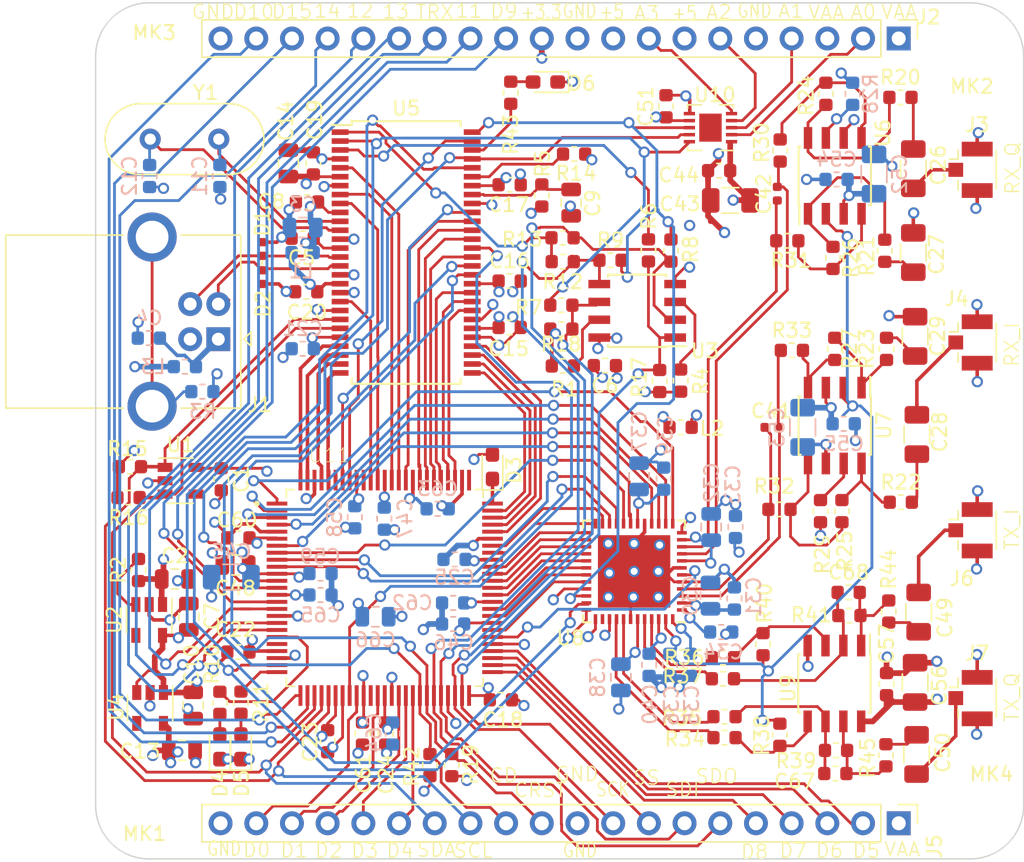
<source format=kicad_pcb>
(kicad_pcb (version 20171130) (host pcbnew "(5.0.0)")
  (title_block (title simpleFE) (date 2019-10-08) (rev 1.0) (company "License: GPLv2\\n Ning Wang <nwang.cooper@gmail.com> \\n All rights reserved"))
  (layers (0 F.Cu signal) (1 GND.Cu power hide) (2 PWR.Cu power hide) (31 B.Cu signal) (34 B.Paste user) (35 F.Paste user) (36 B.SilkS user) (37 F.SilkS user) (38 B.Mask user) (39 F.Mask user) (44 Edge.Cuts user))
  (net 0 "")
  (net 1 +3V3)
  (net 2 +5V)
  (net 3 GND)
  (net 4 VDDA3)
  (net 5 "Net-(C11-Pad1)")
  (net 6 "Net-(C12-Pad1)")
  (net 7 "Net-(C26-Pad1)")
  (net 8 /RX_Q)
  (net 9 "Net-(C27-Pad1)")
  (net 10 "Net-(C28-Pad1)")
  (net 11 /RX_I)
  (net 12 "Net-(C29-Pad1)")
  (net 13 "Net-(C34-Pad1)")
  (net 14 "Net-(C35-Pad2)")
  (net 15 /IA-)
  (net 16 /IA+)
  (net 17 /QA+)
  (net 18 /QA-)
  (net 19 /TX_I)
  (net 20 /TX_Q)
  (net 21 /QD-)
  (net 22 /QD+)
  (net 23 /ID-)
  (net 24 /ID+)
  (net 25 /AUX_AO0)
  (net 26 /AUX_AO1)
  (net 27 /TXRX#)
  (net 28 "Net-(R1-Pad2)")
  (net 29 "Net-(R2-Pad2)")
  (net 30 /CLKOUT)
  (net 31 "Net-(R20-Pad1)")
  (net 32 "Net-(R21-Pad1)")
  (net 33 "Net-(R22-Pad1)")
  (net 34 "Net-(R23-Pad1)")
  (net 35 "Net-(R25-Pad1)")
  (net 36 "Net-(R27-Pad1)")
  (net 37 "Net-(R28-Pad2)")
  (net 38 "Net-(R29-Pad2)")
  (net 39 /ADC_VCOM)
  (net 40 "Net-(U2-Pad4)")
  (net 41 /D0)
  (net 42 /D1)
  (net 43 /D2)
  (net 44 /D3)
  (net 45 /D4)
  (net 46 /D5)
  (net 47 /D6)
  (net 48 /D7)
  (net 49 /DA0)
  (net 50 /DA7)
  (net 51 /DA6)
  (net 52 /DD9)
  (net 53 /DA5)
  (net 54 /DD8)
  (net 55 /DD7)
  (net 56 /DD6)
  (net 57 /DD5)
  (net 58 /DD4)
  (net 59 /DA4)
  (net 60 /DD3)
  (net 61 /DA3)
  (net 62 /DD2)
  (net 63 /DD1)
  (net 64 /DA2)
  (net 65 /DA1)
  (net 66 /DD0)
  (net 67 "Net-(U8-Pad38)")
  (net 68 /USB_D-)
  (net 69 /USB_D+)
  (net 70 /AUX_AO2)
  (net 71 /AUX_AO3)
  (net 72 "Net-(R26-Pad1)")
  (net 73 "Net-(R24-Pad1)")
  (net 74 /MAX_CLK)
  (net 75 "Net-(R34-Pad1)")
  (net 76 "Net-(C49-Pad2)")
  (net 77 "Net-(R36-Pad1)")
  (net 78 "Net-(C50-Pad2)")
  (net 79 /SDA)
  (net 80 /ICE_CRESETB)
  (net 81 /ICE_SCK)
  (net 82 /ICE_SDI)
  (net 83 /CY_SDO)
  (net 84 /CY_SS)
  (net 85 /ICE_SS)
  (net 86 /ICE_SDO)
  (net 87 /CY_SDI)
  (net 88 /SCL)
  (net 89 "Net-(R14-Pad2)")
  (net 90 "Net-(C9-Pad1)")
  (net 91 "Net-(R4-Pad2)")
  (net 92 /IFCLK)
  (net 93 /ICE_CDONE)
  (net 94 /CY_SCK)
  (net 95 "Net-(U4-Pad4)")
  (net 96 +1V2)
  (net 97 /SLRD)
  (net 98 /SLWR)
  (net 99 /CY_AVCC)
  (net 100 /FLAGA)
  (net 101 /FLAGB)
  (net 102 /FLAGC)
  (net 103 /SLOE)
  (net 104 /FIFOADDR[0])
  (net 105 /FIFOADDR[1])
  (net 106 /PKTEND)
  (net 107 /~SLCS)
  (net 108 /PD0)
  (net 109 /PD1)
  (net 110 /PD2)
  (net 111 /PD3)
  (net 112 VBUS)
  (net 113 "Net-(D3-Pad1)")
  (net 114 /DIO11)
  (net 115 /DIO3)
  (net 116 /DIO1)
  (net 117 /DIO10)
  (net 118 /DIO9)
  (net 119 /DIO8)
  (net 120 /DIO7)
  (net 121 /DIO4)
  (net 122 "Net-(U11-Pad76)")
  (net 123 "Net-(J1-Pad5)")
  (net 124 "Net-(D5-Pad2)")
  (net 125 "Net-(D4-Pad2)")
  (net 126 /DIO12)
  (net 127 /DIO13)
  (net 128 /DIO14)
  (net 129 /DIO15)
  (net 130 "Net-(U1-Pad4)")
  (net 131 "Net-(R10-Pad1)")
  (net 132 "Net-(R11-Pad1)")
  (net 133 /DIO6)
  (net 134 /DIO5)
  (net 135 /DIO0)
  (net 136 "Net-(U11-Pad36)")
  (net 137 "Net-(U11-Pad21)")
  (net 138 "Net-(D6-Pad2)")
  (net 139 "Net-(U11-Pad91)")
  (net 140 "Net-(U11-Pad95)")
  (net 141 /PA3)
  (net 142 /DIO2)
  (net 143 "Net-(C68-Pad1)")
  (net 144 "Net-(C67-Pad2)")
  (net 145 "Net-(C68-Pad2)")
  (net 146 "Net-(C67-Pad1)")
  (module Capacitor_SMD:C_0603_1608Metric (layer F.Cu) (at 253.3 145.05)
    (fp_text reference C67 (at -2.9 0.55) (layer F.SilkS))
    (fp_text value 2pF)
    (pad 2 smd roundrect (at 0.7875 0) (size 0.875 0.95) (layers F.Cu F.Paste F.Mask) (net 144 "Net-(C67-Pad2)"))
    (pad 1 smd roundrect (at -0.7875 0) (size 0.875 0.95) (layers F.Cu F.Paste F.Mask) (net 146 "Net-(C67-Pad1)"))
  )
  (module Capacitor_SMD:C_0603_1608Metric (layer F.Cu) (at 254.25 132.15)
    (fp_text reference C68 (at 0 -1.43) (layer F.SilkS))
    (fp_text value 2pF)
    (pad 1 smd roundrect (at -0.7875 0) (size 0.875 0.95) (layers F.Cu F.Paste F.Mask) (net 143 "Net-(C68-Pad1)"))
    (pad 2 smd roundrect (at 0.7875 0) (size 0.875 0.95) (layers F.Cu F.Paste F.Mask) (net 145 "Net-(C68-Pad2)"))
  )
  (module Resistor_SMD:R_0603_1608Metric (layer F.Cu) (at 257.1 133.5125 90)
    (fp_text reference R44 (at 3.0125 0 90) (layer F.SilkS))
    (fp_text value 47k%1)
    (pad 2 smd roundrect (at 0.7875 0 90) (size 0.875 0.95) (layers F.Cu F.Paste F.Mask) (net 145 "Net-(C68-Pad2)"))
    (pad 1 smd roundrect (at -0.7875 0 90) (size 0.875 0.95) (layers F.Cu F.Paste F.Mask) (net 76 "Net-(C49-Pad2)"))
  )
  (module Resistor_SMD:R_0603_1608Metric (layer F.Cu) (at 256.9 143.75 270)
    (fp_text reference R45 (at 0.2 1.3 270) (layer F.SilkS))
    (fp_text value 47k%1)
    (pad 1 smd roundrect (at -0.7875 0 270) (size 0.875 0.95) (layers F.Cu F.Paste F.Mask) (net 78 "Net-(C50-Pad2)"))
    (pad 2 smd roundrect (at 0.7875 0 270) (size 0.875 0.95) (layers F.Cu F.Paste F.Mask) (net 144 "Net-(C67-Pad2)"))
  )
  (module Capacitor_SMD:C_0805_2012Metric (layer B.Cu) (at 220.5736 133.8834)
    (fp_text reference C66 (at 0 1.65) (layer B.SilkS) (effects (justify mirror)))
    (fp_text value 1u)
    (pad 1 smd roundrect (at -0.9375 0) (size 0.975 1.4) (layers B.Cu B.Paste B.Mask) (net 96 +1V2))
    (pad 2 smd roundrect (at 0.9375 0) (size 0.975 1.4) (layers B.Cu B.Paste B.Mask) (net 3 GND))
  )
  (module Myfootprint:Texas_DSC0010A (layer F.Cu) (at 244.4128 99.0584 180)
    (fp_text reference U10 (at -0.3172 2.3384 180) (layer F.SilkS))
    (fp_text value DAC084S085)
    (pad 3 smd rect (at -1.5 0 180) (size 0.8 0.25) (layers F.Cu F.Paste F.Mask) (net 26 /AUX_AO1))
    (pad 5 smd rect (at -1.5 1 180) (size 0.8 0.25) (layers F.Cu F.Paste F.Mask) (net 71 /AUX_AO3))
    (pad 8 smd rect (at 1.5 0 180) (size 0.8 0.25) (layers F.Cu F.Paste F.Mask) (net 83 /CY_SDO))
    (pad 9 smd rect (at 1.5 -0.5 180) (size 0.8 0.25) (layers F.Cu F.Paste F.Mask) (net 109 /PD1))
    (pad 10 smd rect (at 1.5 -1 180) (size 0.8 0.25) (layers F.Cu F.Paste F.Mask) (net 94 /CY_SCK))
    (pad 11 smd rect (at 0 0 180) (size 1.6 2) (layers F.Cu F.Paste F.Mask))
    (pad 1 smd rect (at -1.5 -1 180) (size 0.8 0.25) (layers F.Cu F.Paste F.Mask) (net 4 VDDA3))
    (pad 2 smd rect (at -1.5 -0.5 180) (size 0.8 0.25) (layers F.Cu F.Paste F.Mask) (net 25 /AUX_AO0))
    (pad 4 smd rect (at -1.5 0.5 180) (size 0.8 0.25) (layers F.Cu F.Paste F.Mask) (net 70 /AUX_AO2))
    (pad 6 smd rect (at 1.5 1 180) (size 0.8 0.25) (layers F.Cu F.Paste F.Mask) (net 3 GND))
    (pad 7 smd rect (at 1.5 0.5 180) (size 0.8 0.25) (layers F.Cu F.Paste F.Mask) (net 4 VDDA3))
  )
  (module Capacitor_SMD:C_0603_1608Metric (layer B.Cu) (at 216.662 132.334)
    (fp_text reference C65 (at 0 1.43) (layer B.SilkS) (effects (justify mirror)))
    (fp_text value 0.1u)
    (pad 1 smd roundrect (at -0.7875 0) (size 0.875 0.95) (layers B.Cu B.Paste B.Mask) (net 1 +3V3))
    (pad 2 smd roundrect (at 0.7875 0) (size 0.875 0.95) (layers B.Cu B.Paste B.Mask) (net 3 GND))
  )
  (module LED_SMD:LED_0603_1608Metric_Pad1.05x0.95mm_HandSolder (layer F.Cu) (at 232.664 95.8088 180)
    (fp_text reference D6 (at -2.5908 -0.1016 180) (layer F.SilkS))
    (fp_text value LED)
    (pad 1 smd roundrect (at -0.875 0 180) (size 1.05 0.95) (layers F.Cu F.Paste F.Mask) (net 3 GND))
    (pad 2 smd roundrect (at 0.875 0 180) (size 1.05 0.95) (layers F.Cu F.Paste F.Mask) (net 138 "Net-(D6-Pad2)"))
  )
  (module Resistor_SMD:R_0603_1608Metric (layer F.Cu) (at 230.2002 96.5708 270)
    (fp_text reference R43 (at 2.9718 0 270) (layer F.SilkS))
    (fp_text value 1k)
    (pad 1 smd roundrect (at -0.7875 0 270) (size 0.875 0.95) (layers F.Cu F.Paste F.Mask) (net 138 "Net-(D6-Pad2)"))
    (pad 2 smd roundrect (at 0.7875 0 270) (size 0.875 0.95) (layers F.Cu F.Paste F.Mask) (net 110 /PD2))
  )
  (module Capacitor_SMD:C_0603_1608Metric (layer B.Cu) (at 221.8 142.2 270)
    (fp_text reference C64 (at -0.0362 1.328 270) (layer B.SilkS) (effects (justify mirror)))
    (fp_text value 0.1u)
    (pad 1 smd roundrect (at -0.7875 0 270) (size 0.875 0.95) (layers B.Cu B.Paste B.Mask) (net 1 +3V3))
    (pad 2 smd roundrect (at 0.7875 0 270) (size 0.875 0.95) (layers B.Cu B.Paste B.Mask) (net 3 GND))
  )
  (module Package_TO_SOT_SMD:SOT-23-5 (layer F.Cu) (at 206.7 124.2)
    (fp_text reference U1 (at 0.0052 -2.5594) (layer F.SilkS))
    (fp_text value 24LC00)
    (pad 1 smd rect (at -1.1 -0.95) (size 1.06 0.65) (layers F.Cu F.Paste F.Mask) (net 88 /SCL))
    (pad 2 smd rect (at -1.1 0) (size 1.06 0.65) (layers F.Cu F.Paste F.Mask) (net 3 GND))
    (pad 3 smd rect (at -1.1 0.95) (size 1.06 0.65) (layers F.Cu F.Paste F.Mask) (net 79 /SDA))
    (pad 4 smd rect (at 1.1 0.95) (size 1.06 0.65) (layers F.Cu F.Paste F.Mask) (net 130 "Net-(U1-Pad4)"))
    (pad 5 smd rect (at 1.1 -0.95) (size 1.06 0.65) (layers F.Cu F.Paste F.Mask) (net 1 +3V3))
  )
  (module LED_SMD:LED_0603_1608Metric_Pad1.05x0.95mm_HandSolder (layer F.Cu) (at 211 143.15 90)
    (fp_text reference D5 (at -2.5952 0.0486 90) (layer F.SilkS))
    (fp_text value LED)
    (pad 2 smd roundrect (at 0.875 0 90) (size 1.05 0.95) (layers F.Cu F.Paste F.Mask) (net 124 "Net-(D5-Pad2)"))
    (pad 1 smd roundrect (at -0.875 0 90) (size 1.05 0.95) (layers F.Cu F.Paste F.Mask) (net 3 GND))
  )
  (module LED_SMD:LED_0603_1608Metric_Pad1.05x0.95mm_HandSolder (layer F.Cu) (at 209.5 143.15 90)
    (fp_text reference D4 (at -2.6206 0.0246 90) (layer F.SilkS))
    (fp_text value LED)
    (pad 1 smd roundrect (at -0.875 0 90) (size 1.05 0.95) (layers F.Cu F.Paste F.Mask) (net 3 GND))
    (pad 2 smd roundrect (at 0.875 0 90) (size 1.05 0.95) (layers F.Cu F.Paste F.Mask) (net 125 "Net-(D4-Pad2)"))
  )
  (module Capacitor_SMD:C_0603_1608Metric (layer F.Cu) (at 209.6 124.1 270)
    (fp_text reference C1 (at 0 -1.43 270) (layer F.SilkS))
    (fp_text value 0.1u)
    (pad 1 smd roundrect (at -0.7875 0 270) (size 0.875 0.95) (layers F.Cu F.Paste F.Mask) (net 1 +3V3))
    (pad 2 smd roundrect (at 0.7875 0 270) (size 0.875 0.95) (layers F.Cu F.Paste F.Mask) (net 3 GND))
  )
  (module Capacitor_SMD:C_0603_1608Metric (layer B.Cu) (at 204.5 102.5 270)
    (fp_text reference C12 (at 0 1.43 270) (layer B.SilkS) (effects (justify mirror)))
    (fp_text value 12p)
    (pad 2 smd roundrect (at 0.7875 0 270) (size 0.875 0.95) (layers B.Cu B.Paste B.Mask) (net 3 GND))
    (pad 1 smd roundrect (at -0.7875 0 270) (size 0.875 0.95) (layers B.Cu B.Paste B.Mask) (net 6 "Net-(C12-Pad1)"))
  )
  (module Capacitor_SMD:C_0603_1608Metric (layer B.Cu) (at 209.5 102.5 270)
    (fp_text reference C11 (at 0 1.43 270) (layer B.SilkS) (effects (justify mirror)))
    (fp_text value 12p)
    (pad 1 smd roundrect (at -0.7875 0 270) (size 0.875 0.95) (layers B.Cu B.Paste B.Mask) (net 5 "Net-(C11-Pad1)"))
    (pad 2 smd roundrect (at 0.7875 0 270) (size 0.875 0.95) (layers B.Cu B.Paste B.Mask) (net 3 GND))
  )
  (module Capacitor_SMD:C_0603_1608Metric (layer F.Cu) (at 236.9 116)
    (fp_text reference C6 (at 0 1.4242) (layer F.SilkS))
    (fp_text value 0.1u)
    (pad 2 smd roundrect (at 0.7875 0) (size 0.875 0.95) (layers F.Cu F.Paste F.Mask) (net 3 GND))
    (pad 1 smd roundrect (at -0.7875 0) (size 0.875 0.95) (layers F.Cu F.Paste F.Mask) (net 1 +3V3))
  )
  (module Capacitor_SMD:C_0603_1608Metric (layer B.Cu) (at 204.4445 114.046 180)
    (fp_text reference C4 (at 0 1.43 180) (layer B.SilkS) (effects (justify mirror)))
    (fp_text value 10nF)
    (pad 1 smd roundrect (at -0.7875 0 180) (size 0.875 0.95) (layers B.Cu B.Paste B.Mask) (net 112 VBUS))
    (pad 2 smd roundrect (at 0.7875 0 180) (size 0.875 0.95) (layers B.Cu B.Paste B.Mask) (net 3 GND))
  )
  (module Capacitor_SMD:C_0805_2012Metric (layer F.Cu) (at 207.2894 133.8834 90)
    (fp_text reference C7 (at 0.0254 1.651 90) (layer F.SilkS))
    (fp_text value 1u)
    (pad 2 smd roundrect (at 0.9375 0 90) (size 0.975 1.4) (layers F.Cu F.Paste F.Mask) (net 3 GND))
    (pad 1 smd roundrect (at -0.9375 0 90) (size 0.975 1.4) (layers F.Cu F.Paste F.Mask) (net 1 +3V3))
  )
  (module Capacitor_SMD:C_0805_2012Metric (layer F.Cu) (at 206.8 143.4)
    (fp_text reference C13 (at -2.9904 0.0592) (layer F.SilkS))
    (fp_text value 1u)
    (pad 1 smd roundrect (at -0.9375 0) (size 0.975 1.4) (layers F.Cu F.Paste F.Mask) (net 96 +1V2))
    (pad 2 smd roundrect (at 0.9375 0) (size 0.975 1.4) (layers F.Cu F.Paste F.Mask) (net 3 GND))
  )
  (module Capacitor_SMD:C_0805_2012Metric (layer F.Cu) (at 206.3 131.2)
    (fp_text reference C2 (at 0 -1.65) (layer F.SilkS))
    (fp_text value 1u)
    (pad 2 smd roundrect (at 0.9375 0) (size 0.975 1.4) (layers F.Cu F.Paste F.Mask) (net 3 GND))
    (pad 1 smd roundrect (at -0.9375 0) (size 0.975 1.4) (layers F.Cu F.Paste F.Mask) (net 2 +5V))
  )
  (module Capacitor_SMD:C_0805_2012Metric (layer F.Cu) (at 207.6 140.2 270)
    (fp_text reference C10 (at -2.913 0.1074 270) (layer F.SilkS))
    (fp_text value 1u)
    (pad 1 smd roundrect (at -0.9375 0 270) (size 0.975 1.4) (layers F.Cu F.Paste F.Mask) (net 1 +3V3))
    (pad 2 smd roundrect (at 0.9375 0 270) (size 0.975 1.4) (layers F.Cu F.Paste F.Mask) (net 3 GND))
  )
  (module Inductor_SMD:L_0603_1608Metric (layer F.Cu) (at 242.2905 120.396)
    (fp_text reference L2 (at 2.2353 0.0762) (layer F.SilkS))
    (fp_text value BLM18KG601BH1D)
    (pad 2 smd roundrect (at 0.7875 0) (size 0.875 0.95) (layers F.Cu F.Paste F.Mask) (net 4 VDDA3))
    (pad 1 smd roundrect (at -0.7875 0) (size 0.875 0.95) (layers F.Cu F.Paste F.Mask) (net 1 +3V3))
  )
  (module Inductor_SMD:L_0603_1608Metric (layer B.Cu) (at 207.01 116.078 180)
    (fp_text reference L3 (at 2.2606 0 180) (layer B.SilkS) (effects (justify mirror)))
    (fp_text value BLM18KG601BH1D)
    (pad 1 smd roundrect (at -0.7875 0 180) (size 0.875 0.95) (layers B.Cu B.Paste B.Mask) (net 112 VBUS))
    (pad 2 smd roundrect (at 0.7875 0 180) (size 0.875 0.95) (layers B.Cu B.Paste B.Mask) (net 2 +5V))
  )
  (module Resistor_SMD:R_0603_1608Metric (layer F.Cu) (at 233.8 111.7 180)
    (fp_text reference R7 (at 2.3298 -0.1616 180) (layer F.SilkS))
    (fp_text value 0)
    (pad 2 smd roundrect (at 0.7875 0 180) (size 0.875 0.95) (layers F.Cu F.Paste F.Mask) (net 94 /CY_SCK))
    (pad 1 smd roundrect (at -0.7875 0 180) (size 0.875 0.95) (layers F.Cu F.Paste F.Mask) (net 81 /ICE_SCK))
  )
  (module Resistor_SMD:R_0603_1608Metric (layer F.Cu) (at 224.45 144.45 90)
    (fp_text reference R42 (at -0.1014 -1.2856 90) (layer F.SilkS))
    (fp_text value 10k)
    (pad 1 smd roundrect (at -0.7875 0 90) (size 0.875 0.95) (layers F.Cu F.Paste F.Mask) (net 1 +3V3))
    (pad 2 smd roundrect (at 0.7875 0 90) (size 0.875 0.95) (layers F.Cu F.Paste F.Mask) (net 93 /ICE_CDONE))
  )
  (module Resistor_SMD:R_0603_1608Metric (layer F.Cu) (at 233.9086 116.0272)
    (fp_text reference R1 (at 0.127 1.651) (layer F.SilkS))
    (fp_text value 10k)
    (pad 2 smd roundrect (at 0.7875 0) (size 0.875 0.95) (layers F.Cu F.Paste F.Mask) (net 28 "Net-(R1-Pad2)"))
    (pad 1 smd roundrect (at -0.7875 0) (size 0.875 0.95) (layers F.Cu F.Paste F.Mask) (net 1 +3V3))
  )
  (module Resistor_SMD:R_0603_1608Metric (layer F.Cu) (at 203.708 130.556 90)
    (fp_text reference R2 (at 0 -1.43 90) (layer F.SilkS))
    (fp_text value 10k)
    (pad 1 smd roundrect (at -0.7875 0 90) (size 0.875 0.95) (layers F.Cu F.Paste F.Mask) (net 2 +5V))
    (pad 2 smd roundrect (at 0.7875 0 90) (size 0.875 0.95) (layers F.Cu F.Paste F.Mask) (net 29 "Net-(R2-Pad2)"))
  )
  (module Resistor_SMD:R_0603_1608Metric (layer B.Cu) (at 208.2545 117.856 180)
    (fp_text reference R3 (at -0.0255 -1.4224 180) (layer B.SilkS) (effects (justify mirror)))
    (fp_text value 0)
    (pad 2 smd roundrect (at 0.7875 0 180) (size 0.875 0.95) (layers B.Cu B.Paste B.Mask) (net 123 "Net-(J1-Pad5)"))
    (pad 1 smd roundrect (at -0.7875 0 180) (size 0.875 0.95) (layers B.Cu B.Paste B.Mask) (net 3 GND))
  )
  (module Resistor_SMD:R_0603_1608Metric (layer F.Cu) (at 242.2906 117.0686 90)
    (fp_text reference R4 (at -0.0508 1.4224 90) (layer F.SilkS))
    (fp_text value 10k)
    (pad 1 smd roundrect (at -0.7875 0 90) (size 0.875 0.95) (layers F.Cu F.Paste F.Mask) (net 1 +3V3))
    (pad 2 smd roundrect (at 0.7875 0 90) (size 0.875 0.95) (layers F.Cu F.Paste F.Mask) (net 91 "Net-(R4-Pad2)"))
  )
  (module Resistor_SMD:R_0603_1608Metric (layer F.Cu) (at 233.9 108.6 180)
    (fp_text reference R12 (at 0 -1.43 180) (layer F.SilkS))
    (fp_text value 0)
    (pad 2 smd roundrect (at 0.7875 0 180) (size 0.875 0.95) (layers F.Cu F.Paste F.Mask) (net 87 /CY_SDI))
    (pad 1 smd roundrect (at -0.7875 0 180) (size 0.875 0.95) (layers F.Cu F.Paste F.Mask) (net 86 /ICE_SDO))
  )
  (module Resistor_SMD:R_0603_1608Metric (layer F.Cu) (at 203.1 123.2 180)
    (fp_text reference R15 (at 0.1794 1.28 180) (layer F.SilkS))
    (fp_text value 2.2k)
    (pad 1 smd roundrect (at -0.7875 0 180) (size 0.875 0.95) (layers F.Cu F.Paste F.Mask) (net 88 /SCL))
    (pad 2 smd roundrect (at 0.7875 0 180) (size 0.875 0.95) (layers F.Cu F.Paste F.Mask) (net 1 +3V3))
  )
  (module Resistor_SMD:R_0603_1608Metric (layer F.Cu) (at 240.8 117.1 90)
    (fp_text reference R17 (at 0.26 -1.4558 90) (layer F.SilkS))
    (fp_text value 10k)
    (pad 2 smd roundrect (at 0.7875 0 90) (size 0.875 0.95) (layers F.Cu F.Paste F.Mask) (net 85 /ICE_SS))
    (pad 1 smd roundrect (at -0.7875 0 90) (size 0.875 0.95) (layers F.Cu F.Paste F.Mask) (net 1 +3V3))
  )
  (module Resistor_SMD:R_0603_1608Metric (layer F.Cu) (at 233.8875 106.9 180)
    (fp_text reference R13 (at 2.8745 -0.1102 180) (layer F.SilkS))
    (fp_text value 0)
    (pad 1 smd roundrect (at -0.7875 0 180) (size 0.875 0.95) (layers F.Cu F.Paste F.Mask) (net 82 /ICE_SDI))
    (pad 2 smd roundrect (at 0.7875 0 180) (size 0.875 0.95) (layers F.Cu F.Paste F.Mask) (net 87 /CY_SDI))
  )
  (module Resistor_SMD:R_0603_1608Metric (layer F.Cu) (at 211 140 270)
    (fp_text reference R11 (at 0 -1.43 270) (layer F.SilkS))
    (fp_text value 1k)
    (pad 2 smd roundrect (at 0.7875 0 270) (size 0.875 0.95) (layers F.Cu F.Paste F.Mask) (net 124 "Net-(D5-Pad2)"))
    (pad 1 smd roundrect (at -0.7875 0 270) (size 0.875 0.95) (layers F.Cu F.Paste F.Mask) (net 132 "Net-(R11-Pad1)"))
  )
  (module Resistor_SMD:R_0603_1608Metric (layer F.Cu) (at 209.5 140.0125 270)
    (fp_text reference R10 (at -2.7509 0.5596 270) (layer F.SilkS))
    (fp_text value 1k)
    (pad 1 smd roundrect (at -0.7875 0 270) (size 0.875 0.95) (layers F.Cu F.Paste F.Mask) (net 131 "Net-(R10-Pad1)"))
    (pad 2 smd roundrect (at 0.7875 0 270) (size 0.875 0.95) (layers F.Cu F.Paste F.Mask) (net 125 "Net-(D4-Pad2)"))
  )
  (module Resistor_SMD:R_0603_1608Metric (layer F.Cu) (at 237.3 108.5)
    (fp_text reference R9 (at 0 -1.43) (layer F.SilkS))
    (fp_text value 0)
    (pad 2 smd roundrect (at 0.7875 0) (size 0.875 0.95) (layers F.Cu F.Paste F.Mask) (net 83 /CY_SDO))
    (pad 1 smd roundrect (at -0.7875 0) (size 0.875 0.95) (layers F.Cu F.Paste F.Mask) (net 86 /ICE_SDO))
  )
  (module Resistor_SMD:R_0603_1608Metric (layer F.Cu) (at 240 107.8 90)
    (fp_text reference R6 (at 2.4408 0.03 90) (layer F.SilkS))
    (fp_text value 0)
    (pad 1 smd roundrect (at -0.7875 0 90) (size 0.875 0.95) (layers F.Cu F.Paste F.Mask) (net 85 /ICE_SS))
    (pad 2 smd roundrect (at 0.7875 0 90) (size 0.875 0.95) (layers F.Cu F.Paste F.Mask) (net 84 /CY_SS))
  )
  (module Resistor_SMD:R_0603_1608Metric (layer F.Cu) (at 241.6 107.8125 90)
    (fp_text reference R8 (at 0.0911 1.4018 90) (layer F.SilkS))
    (fp_text value 0)
    (pad 2 smd roundrect (at 0.7875 0 90) (size 0.875 0.95) (layers F.Cu F.Paste F.Mask) (net 83 /CY_SDO))
    (pad 1 smd roundrect (at -0.7875 0 90) (size 0.875 0.95) (layers F.Cu F.Paste F.Mask) (net 82 /ICE_SDI))
  )
  (module Resistor_SMD:R_0603_1608Metric (layer F.Cu) (at 233.8 113.4)
    (fp_text reference R18 (at -0.0184 1.0778) (layer F.SilkS))
    (fp_text value 10k)
    (pad 1 smd roundrect (at -0.7875 0) (size 0.875 0.95) (layers F.Cu F.Paste F.Mask) (net 1 +3V3))
    (pad 2 smd roundrect (at 0.7875 0) (size 0.875 0.95) (layers F.Cu F.Paste F.Mask) (net 81 /ICE_SCK))
  )
  (module Resistor_SMD:R_0603_1608Metric (layer F.Cu) (at 226 144.45 90)
    (fp_text reference R19 (at 0.051 1.3554 90) (layer F.SilkS))
    (fp_text value 10k)
    (pad 2 smd roundrect (at 0.7875 0 90) (size 0.875 0.95) (layers F.Cu F.Paste F.Mask) (net 80 /ICE_CRESETB))
    (pad 1 smd roundrect (at -0.7875 0 90) (size 0.875 0.95) (layers F.Cu F.Paste F.Mask) (net 1 +3V3))
  )
  (module Resistor_SMD:R_0603_1608Metric (layer F.Cu) (at 203 125.4 180)
    (fp_text reference R16 (at 0 -1.43 180) (layer F.SilkS))
    (fp_text value 2.2k)
    (pad 1 smd roundrect (at -0.7875 0 180) (size 0.875 0.95) (layers F.Cu F.Paste F.Mask) (net 79 /SDA))
    (pad 2 smd roundrect (at 0.7875 0 180) (size 0.875 0.95) (layers F.Cu F.Paste F.Mask) (net 1 +3V3))
  )
  (module Connector_USB:USB_B_OST_USB-B1HSxx_Horizontal (layer F.Cu) (at 209.388 114.12 180)
    (fp_text reference J1 (at -2.956 -4.6758 180) (layer F.SilkS))
    (fp_text value USB_B)
    (pad 1 thru_hole rect (at 0 0 180) (size 1.7 1.7) (drill 0.92) (layers *.Cu *.Mask) (net 112 VBUS))
    (pad 2 thru_hole circle (at 0 2.5 180) (size 1.7 1.7) (drill 0.92) (layers *.Cu *.Mask) (net 68 /USB_D-))
    (pad 3 thru_hole circle (at 2 2.5 180) (size 1.7 1.7) (drill 0.92) (layers *.Cu *.Mask) (net 69 /USB_D+))
    (pad 4 thru_hole circle (at 2 0 180) (size 1.7 1.7) (drill 0.92) (layers *.Cu *.Mask) (net 3 GND))
    (pad 5 thru_hole circle (at 4.71 -4.77 180) (size 3.5 3.5) (drill 2.33) (layers *.Cu *.Mask) (net 123 "Net-(J1-Pad5)"))
    (pad 5 thru_hole circle (at 4.71 7.27 180) (size 3.5 3.5) (drill 2.33) (layers *.Cu *.Mask) (net 123 "Net-(J1-Pad5)"))
  )
  (module Connector_Coaxial:U.FL_Hirose_U.FL-R-SMT-1_Vertical (layer F.Cu) (at 262.92 127.7263)
    (fp_text reference J6 (at -0.6142 3.4393) (layer F.SilkS))
    (fp_text value TX_I_OUT)
    (pad 2 smd rect (at 0.475 -1.475) (size 2.2 1.05) (layers F.Cu F.Paste F.Mask) (net 3 GND))
    (pad 1 smd rect (at -1.05 0) (size 1.05 1) (layers F.Cu F.Paste F.Mask) (net 19 /TX_I))
    (pad 2 smd rect (at 0.475 1.475) (size 2.2 1.05) (layers F.Cu F.Paste F.Mask) (net 3 GND))
  )
  (module Package_DFN_QFN:QFN-48-1EP_7x7mm_P0.5mm_EP5.15x5.15mm (layer F.Cu) (at 238.9788 130.6532 180)
    (fp_text reference U8 (at 4.5212 -4.75 180) (layer F.SilkS))
    (fp_text value MAX5863)
    (pad 1 smd rect (at -3.4 -2.75 180) (size 0.7 0.25) (layers F.Cu F.Paste F.Mask) (net 13 "Net-(C34-Pad1)"))
    (pad 2 smd rect (at -3.4 -2.25 180) (size 0.7 0.25) (layers F.Cu F.Paste F.Mask) (net 4 VDDA3))
    (pad 3 smd rect (at -3.4 -1.75 180) (size 0.7 0.25) (layers F.Cu F.Paste F.Mask) (net 16 /IA+))
    (pad 4 smd rect (at -3.4 -1.25 180) (size 0.7 0.25) (layers F.Cu F.Paste F.Mask) (net 15 /IA-))
    (pad 5 smd rect (at -3.4 -0.75 180) (size 0.7 0.25) (layers F.Cu F.Paste F.Mask) (net 3 GND))
    (pad 6 smd rect (at -3.4 -0.25 180) (size 0.7 0.25) (layers F.Cu F.Paste F.Mask) (net 74 /MAX_CLK))
    (pad 7 smd rect (at -3.4 0.25 180) (size 0.7 0.25) (layers F.Cu F.Paste F.Mask) (net 3 GND))
    (pad 8 smd rect (at -3.4 0.75 180) (size 0.7 0.25) (layers F.Cu F.Paste F.Mask) (net 4 VDDA3))
    (pad 9 smd rect (at -3.4 1.25 180) (size 0.7 0.25) (layers F.Cu F.Paste F.Mask) (net 18 /QA-))
    (pad 10 smd rect (at -3.4 1.75 180) (size 0.7 0.25) (layers F.Cu F.Paste F.Mask) (net 17 /QA+))
    (pad 11 smd rect (at -3.4 2.25 180) (size 0.7 0.25) (layers F.Cu F.Paste F.Mask) (net 4 VDDA3))
    (pad 12 smd rect (at -3.4 2.75 180) (size 0.7 0.25) (layers F.Cu F.Paste F.Mask) (net 3 GND))
    (pad 13 smd rect (at -2.75 3.4 270) (size 0.7 0.25) (layers F.Cu F.Paste F.Mask) (net 49 /DA0))
    (pad 14 smd rect (at -2.25 3.4 270) (size 0.7 0.25) (layers F.Cu F.Paste F.Mask) (net 65 /DA1))
    (pad 15 smd rect (at -1.75 3.4 270) (size 0.7 0.25) (layers F.Cu F.Paste F.Mask) (net 64 /DA2))
    (pad 16 smd rect (at -1.25 3.4 270) (size 0.7 0.25) (layers F.Cu F.Paste F.Mask) (net 61 /DA3))
    (pad 17 smd rect (at -0.75 3.4 270) (size 0.7 0.25) (layers F.Cu F.Paste F.Mask) (net 3 GND))
    (pad 18 smd rect (at -0.25 3.4 270) (size 0.7 0.25) (layers F.Cu F.Paste F.Mask) (net 1 +3V3))
    (pad 19 smd rect (at 0.25 3.4 270) (size 0.7 0.25) (layers F.Cu F.Paste F.Mask) (net 59 /DA4))
    (pad 20 smd rect (at 0.75 3.4 270) (size 0.7 0.25) (layers F.Cu F.Paste F.Mask) (net 53 /DA5))
    (pad 21 smd rect (at 1.25 3.4 270) (size 0.7 0.25) (layers F.Cu F.Paste F.Mask) (net 51 /DA6))
    (pad 22 smd rect (at 1.75 3.4 270) (size 0.7 0.25) (layers F.Cu F.Paste F.Mask) (net 50 /DA7))
    (pad 23 smd rect (at 2.25 3.4 270) (size 0.7 0.25) (layers F.Cu F.Paste F.Mask) (net 66 /DD0))
    (pad 24 smd rect (at 2.75 3.4 270) (size 0.7 0.25) (layers F.Cu F.Paste F.Mask) (net 63 /DD1))
    (pad 25 smd rect (at 3.4 2.75 180) (size 0.7 0.25) (layers F.Cu F.Paste F.Mask) (net 62 /DD2))
    (pad 26 smd rect (at 3.4 2.25 180) (size 0.7 0.25) (layers F.Cu F.Paste F.Mask) (net 60 /DD3))
    (pad 27 smd rect (at 3.4 1.75 180) (size 0.7 0.25) (layers F.Cu F.Paste F.Mask) (net 58 /DD4))
    (pad 28 smd rect (at 3.4 1.25 180) (size 0.7 0.25) (layers F.Cu F.Paste F.Mask) (net 57 /DD5))
    (pad 29 smd rect (at 3.4 0.75 180) (size 0.7 0.25) (layers F.Cu F.Paste F.Mask) (net 56 /DD6))
    (pad 30 smd rect (at 3.4 0.25 180) (size 0.7 0.25) (layers F.Cu F.Paste F.Mask) (net 55 /DD7))
    (pad 31 smd rect (at 3.4 -0.25 180) (size 0.7 0.25) (layers F.Cu F.Paste F.Mask) (net 54 /DD8))
    (pad 32 smd rect (at 3.4 -0.75 180) (size 0.7 0.25) (layers F.Cu F.Paste F.Mask) (net 52 /DD9))
    (pad 33 smd rect (at 3.4 -1.25 180) (size 0.7 0.25) (layers F.Cu F.Paste F.Mask) (net 4 VDDA3))
    (pad 34 smd rect (at 3.4 -1.75 180) (size 0.7 0.25) (layers F.Cu F.Paste F.Mask) (net 83 /CY_SDO))
    (pad 35 smd rect (at 3.4 -2.25 180) (size 0.7 0.25) (layers F.Cu F.Paste F.Mask) (net 94 /CY_SCK))
    (pad 36 smd rect (at 3.4 -2.75 180) (size 0.7 0.25) (layers F.Cu F.Paste F.Mask) (net 108 /PD0))
    (pad 37 smd rect (at 2.75 -3.4 270) (size 0.7 0.25) (layers F.Cu F.Paste F.Mask) (net 3 GND))
    (pad 38 smd rect (at 2.25 -3.4 270) (size 0.7 0.25) (layers F.Cu F.Paste F.Mask) (net 67 "Net-(U8-Pad38)"))
    (pad 39 smd rect (at 1.75 -3.4 270) (size 0.7 0.25) (layers F.Cu F.Paste F.Mask) (net 4 VDDA3))
    (pad 40 smd rect (at 1.25 -3.4 270) (size 0.7 0.25) (layers F.Cu F.Paste F.Mask) (net 22 /QD+))
    (pad 41 smd rect (at 0.75 -3.4 270) (size 0.7 0.25) (layers F.Cu F.Paste F.Mask) (net 21 /QD-))
    (pad 42 smd rect (at 0.25 -3.4 270) (size 0.7 0.25) (layers F.Cu F.Paste F.Mask) (net 3 GND))
    (pad 43 smd rect (at -0.25 -3.4 270) (size 0.7 0.25) (layers F.Cu F.Paste F.Mask) (net 4 VDDA3))
    (pad 44 smd rect (at -0.75 -3.4 270) (size 0.7 0.25) (layers F.Cu F.Paste F.Mask) (net 23 /ID-))
    (pad 45 smd rect (at -1.25 -3.4 270) (size 0.7 0.25) (layers F.Cu F.Paste F.Mask) (net 24 /ID+))
    (pad 46 smd rect (at -1.75 -3.4 270) (size 0.7 0.25) (layers F.Cu F.Paste F.Mask) (net 4 VDDA3))
    (pad 47 smd rect (at -2.25 -3.4 270) (size 0.7 0.25) (layers F.Cu F.Paste F.Mask) (net 39 /ADC_VCOM))
    (pad 48 smd rect (at -2.75 -3.4 270) (size 0.7 0.25) (layers F.Cu F.Paste F.Mask) (net 14 "Net-(C35-Pad2)"))
    (pad 49 smd rect (at 0 0 180) (size 5.15 5.15) (layers F.Cu F.Mask) (net 3 GND))
  )
  (module QFP50P1600X1600X120-100N (layer F.Cu) (at 221.234 131.826)
    (fp_text reference U11 (at -3.96152 -9.4386) (layer F.SilkS) (effects (font (size 1.00038 1.00038) (thickness 0.05))))
    (fp_text value ICE40HX1K-VQ100 hide)
    (pad 1 smd rect (at -7.67 -6) (size 1.47 0.28) (layers F.Cu F.Paste F.Mask) (net 49 /DA0))
    (pad 2 smd rect (at -7.67 -5.5) (size 1.47 0.28) (layers F.Cu F.Paste F.Mask) (net 65 /DA1))
    (pad 3 smd rect (at -7.67 -5) (size 1.47 0.28) (layers F.Cu F.Paste F.Mask) (net 64 /DA2))
    (pad 4 smd rect (at -7.67 -4.5) (size 1.47 0.28) (layers F.Cu F.Paste F.Mask) (net 61 /DA3))
    (pad 5 smd rect (at -7.67 -4) (size 1.47 0.28) (layers F.Cu F.Paste F.Mask) (net 3 GND))
    (pad 6 smd rect (at -7.67 -3.5) (size 1.47 0.28) (layers F.Cu F.Paste F.Mask) (net 1 +3V3))
    (pad 7 smd rect (at -7.67 -3) (size 1.47 0.28) (layers F.Cu F.Paste F.Mask) (net 59 /DA4))
    (pad 8 smd rect (at -7.67 -2.5) (size 1.47 0.28) (layers F.Cu F.Paste F.Mask) (net 53 /DA5))
    (pad 9 smd rect (at -7.67 -2) (size 1.47 0.28) (layers F.Cu F.Paste F.Mask) (net 51 /DA6))
    (pad 10 smd rect (at -7.67 -1.5) (size 1.47 0.28) (layers F.Cu F.Paste F.Mask) (net 50 /DA7))
    (pad 11 smd rect (at -7.67 -1) (size 1.47 0.28) (layers F.Cu F.Paste F.Mask) (net 96 +1V2))
    (pad 12 smd rect (at -7.67 -0.5) (size 1.47 0.28) (layers F.Cu F.Paste F.Mask) (net 109 /PD1))
    (pad 13 smd rect (at -7.67 0) (size 1.47 0.28) (layers F.Cu F.Paste F.Mask) (net 118 /DIO9))
    (pad 14 smd rect (at -7.67 0.5) (size 1.47 0.28) (layers F.Cu F.Paste F.Mask) (net 1 +3V3))
    (pad 15 smd rect (at -7.67 1) (size 1.47 0.28) (layers F.Cu F.Paste F.Mask) (net 114 /DIO11))
    (pad 16 smd rect (at -7.67 1.5) (size 1.47 0.28) (layers F.Cu F.Paste F.Mask) (net 27 /TXRX#))
    (pad 17 smd rect (at -7.67 2) (size 1.47 0.28) (layers F.Cu F.Paste F.Mask) (net 3 GND))
    (pad 18 smd rect (at -7.67 2.5) (size 1.47 0.28) (layers F.Cu F.Paste F.Mask) (net 127 /DIO13))
    (pad 19 smd rect (at -7.67 3) (size 1.47 0.28) (layers F.Cu F.Paste F.Mask) (net 126 /DIO12))
    (pad 20 smd rect (at -7.67 3.5) (size 1.47 0.28) (layers F.Cu F.Paste F.Mask) (net 131 "Net-(R10-Pad1)"))
    (pad 21 smd rect (at -7.67 4) (size 1.47 0.28) (layers F.Cu F.Paste F.Mask) (net 137 "Net-(U11-Pad21)"))
    (pad 22 smd rect (at -7.67 4.5) (size 1.47 0.28) (layers F.Cu F.Paste F.Mask) (net 1 +3V3))
    (pad 23 smd rect (at -7.67 5) (size 1.47 0.28) (layers F.Cu F.Paste F.Mask) (net 3 GND))
    (pad 24 smd rect (at -7.67 5.5) (size 1.47 0.28) (layers F.Cu F.Paste F.Mask) (net 108 /PD0))
    (pad 25 smd rect (at -7.67 6) (size 1.47 0.28) (layers F.Cu F.Paste F.Mask) (net 132 "Net-(R11-Pad1)"))
    (pad 26 smd rect (at -6 7.67 90) (size 1.47 0.28) (layers F.Cu F.Paste F.Mask) (net 128 /DIO14))
    (pad 27 smd rect (at -5.5 7.67 90) (size 1.47 0.28) (layers F.Cu F.Paste F.Mask) (net 129 /DIO15))
    (pad 28 smd rect (at -5 7.67 90) (size 1.47 0.28) (layers F.Cu F.Paste F.Mask) (net 117 /DIO10))
    (pad 29 smd rect (at -4.5 7.67 90) (size 1.47 0.28) (layers F.Cu F.Paste F.Mask) (net 79 /SDA))
    (pad 30 smd rect (at -4 7.67 90) (size 1.47 0.28) (layers F.Cu F.Paste F.Mask) (net 88 /SCL))
    (pad 31 smd rect (at -3.5 7.67 90) (size 1.47 0.28) (layers F.Cu F.Paste F.Mask) (net 1 +3V3))
    (pad 32 smd rect (at -3 7.67 90) (size 1.47 0.28) (layers F.Cu F.Paste F.Mask) (net 3 GND))
    (pad 33 smd rect (at -2.5 7.67 90) (size 1.47 0.28) (layers F.Cu F.Paste F.Mask) (net 141 /PA3))
    (pad 34 smd rect (at -2 7.67 90) (size 1.47 0.28) (layers F.Cu F.Paste F.Mask) (net 135 /DIO0))
    (pad 35 smd rect (at -1.5 7.67 90) (size 1.47 0.28) (layers F.Cu F.Paste F.Mask) (net 96 +1V2))
    (pad 36 smd rect (at -1 7.67 90) (size 1.47 0.28) (layers F.Cu F.Paste F.Mask) (net 136 "Net-(U11-Pad36)"))
    (pad 37 smd rect (at -0.5 7.67 90) (size 1.47 0.28) (layers F.Cu F.Paste F.Mask) (net 116 /DIO1))
    (pad 38 smd rect (at 0 7.67 90) (size 1.47 0.28) (layers F.Cu F.Paste F.Mask) (net 1 +3V3))
    (pad 39 smd rect (at 0.5 7.67 90) (size 1.47 0.28) (layers F.Cu F.Paste F.Mask) (net 3 GND))
    (pad 40 smd rect (at 1 7.67 90) (size 1.47 0.28) (layers F.Cu F.Paste F.Mask) (net 142 /DIO2))
    (pad 41 smd rect (at 1.5 7.67 90) (size 1.47 0.28) (layers F.Cu F.Paste F.Mask) (net 115 /DIO3))
    (pad 42 smd rect (at 2 7.67 90) (size 1.47 0.28) (layers F.Cu F.Paste F.Mask) (net 121 /DIO4))
    (pad 43 smd rect (at 2.5 7.67 90) (size 1.47 0.28) (layers F.Cu F.Paste F.Mask) (net 93 /ICE_CDONE))
    (pad 44 smd rect (at 3 7.67 90) (size 1.47 0.28) (layers F.Cu F.Paste F.Mask) (net 80 /ICE_CRESETB))
    (pad 45 smd rect (at 3.5 7.67 90) (size 1.47 0.28) (layers F.Cu F.Paste F.Mask) (net 86 /ICE_SDO))
    (pad 46 smd rect (at 4 7.67 90) (size 1.47 0.28) (layers F.Cu F.Paste F.Mask) (net 82 /ICE_SDI))
    (pad 47 smd rect (at 4.5 7.67 90) (size 1.47 0.28) (layers F.Cu F.Paste F.Mask) (net 3 GND))
    (pad 48 smd rect (at 5 7.67 90) (size 1.47 0.28) (layers F.Cu F.Paste F.Mask) (net 81 /ICE_SCK))
    (pad 49 smd rect (at 5.5 7.67 90) (size 1.47 0.28) (layers F.Cu F.Paste F.Mask) (net 85 /ICE_SS))
    (pad 50 smd rect (at 6 7.67 90) (size 1.47 0.28) (layers F.Cu F.Paste F.Mask) (net 1 +3V3))
    (pad 51 smd rect (at 7.67 6 180) (size 1.47 0.28) (layers F.Cu F.Paste F.Mask) (net 119 /DIO8))
    (pad 52 smd rect (at 7.67 5.5 180) (size 1.47 0.28) (layers F.Cu F.Paste F.Mask) (net 120 /DIO7))
    (pad 53 smd rect (at 7.67 5 180) (size 1.47 0.28) (layers F.Cu F.Paste F.Mask) (net 133 /DIO6))
    (pad 54 smd rect (at 7.67 4.5 180) (size 1.47 0.28) (layers F.Cu F.Paste F.Mask) (net 134 /DIO5))
    (pad 55 smd rect (at 7.67 4 180) (size 1.47 0.28) (layers F.Cu F.Paste F.Mask) (net 3 GND))
    (pad 56 smd rect (at 7.67 3.5 180) (size 1.47 0.28) (layers F.Cu F.Paste F.Mask) (net 74 /MAX_CLK))
    (pad 57 smd rect (at 7.67 3 180) (size 1.47 0.28) (layers F.Cu F.Paste F.Mask) (net 52 /DD9))
    (pad 58 smd rect (at 7.67 2.5 180) (size 1.47 0.28) (layers F.Cu F.Paste F.Mask) (net 1 +3V3))
    (pad 59 smd rect (at 7.67 2 180) (size 1.47 0.28) (layers F.Cu F.Paste F.Mask) (net 54 /DD8))
    (pad 60 smd rect (at 7.67 1.5 180) (size 1.47 0.28) (layers F.Cu F.Paste F.Mask) (net 55 /DD7))
    (pad 61 smd rect (at 7.67 1 180) (size 1.47 0.28) (layers F.Cu F.Paste F.Mask) (net 96 +1V2))
    (pad 62 smd rect (at 7.67 0.5 180) (size 1.47 0.28) (layers F.Cu F.Paste F.Mask) (net 56 /DD6))
    (pad 63 smd rect (at 7.67 0 180) (size 1.47 0.28) (layers F.Cu F.Paste F.Mask) (net 57 /DD5))
    (pad 64 smd rect (at 7.67 -0.5 180) (size 1.47 0.28) (layers F.Cu F.Paste F.Mask) (net 58 /DD4))
    (pad 65 smd rect (at 7.67 -1 180) (size 1.47 0.28) (layers F.Cu F.Paste F.Mask) (net 60 /DD3))
    (pad 66 smd rect (at 7.67 -1.5 180) (size 1.47 0.28) (layers F.Cu F.Paste F.Mask) (net 62 /DD2))
    (pad 67 smd rect (at 7.67 -2 180) (size 1.47 0.28) (layers F.Cu F.Paste F.Mask) (net 1 +3V3))
    (pad 68 smd rect (at 7.67 -2.5 180) (size 1.47 0.28) (layers F.Cu F.Paste F.Mask) (net 63 /DD1))
    (pad 69 smd rect (at 7.67 -3 180) (size 1.47 0.28) (layers F.Cu F.Paste F.Mask) (net 66 /DD0))
    (pad 70 smd rect (at 7.67 -3.5 180) (size 1.47 0.28) (layers F.Cu F.Paste F.Mask) (net 3 GND))
    (pad 71 smd rect (at 7.67 -4 180) (size 1.47 0.28) (layers F.Cu F.Paste F.Mask) (net 48 /D7))
    (pad 72 smd rect (at 7.67 -4.5 180) (size 1.47 0.28) (layers F.Cu F.Paste F.Mask) (net 47 /D6))
    (pad 73 smd rect (at 7.67 -5 180) (size 1.47 0.28) (layers F.Cu F.Paste F.Mask) (net 46 /D5))
    (pad 74 smd rect (at 7.67 -5.5 180) (size 1.47 0.28) (layers F.Cu F.Paste F.Mask) (net 45 /D4))
    (pad 75 smd rect (at 7.67 -6 180) (size 1.47 0.28) (layers F.Cu F.Paste F.Mask) (net 113 "Net-(D3-Pad1)"))
    (pad 76 smd rect (at 6 -7.67 270) (size 1.47 0.28) (layers F.Cu F.Paste F.Mask) (net 122 "Net-(U11-Pad76)"))
    (pad 77 smd rect (at 5.5 -7.67 270) (size 1.47 0.28) (layers F.Cu F.Paste F.Mask) (net 96 +1V2))
    (pad 78 smd rect (at 5 -7.67 270) (size 1.47 0.28) (layers F.Cu F.Paste F.Mask) (net 100 /FLAGA))
    (pad 79 smd rect (at 4.5 -7.67 270) (size 1.47 0.28) (layers F.Cu F.Paste F.Mask) (net 101 /FLAGB))
    (pad 80 smd rect (at 4 -7.67 270) (size 1.47 0.28) (layers F.Cu F.Paste F.Mask) (net 102 /FLAGC))
    (pad 81 smd rect (at 3.5 -7.67 270) (size 1.47 0.28) (layers F.Cu F.Paste F.Mask) (net 103 /SLOE))
    (pad 82 smd rect (at 3 -7.67 270) (size 1.47 0.28) (layers F.Cu F.Paste F.Mask) (net 104 /FIFOADDR[0]))
    (pad 83 smd rect (at 2.5 -7.67 270) (size 1.47 0.28) (layers F.Cu F.Paste F.Mask) (net 105 /FIFOADDR[1]))
    (pad 84 smd rect (at 2 -7.67 270) (size 1.47 0.28) (layers F.Cu F.Paste F.Mask) (net 3 GND))
    (pad 85 smd rect (at 1.5 -7.67 270) (size 1.47 0.28) (layers F.Cu F.Paste F.Mask) (net 106 /PKTEND))
    (pad 86 smd rect (at 1 -7.67 270) (size 1.47 0.28) (layers F.Cu F.Paste F.Mask) (net 30 /CLKOUT))
    (pad 87 smd rect (at 0.5 -7.67 270) (size 1.47 0.28) (layers F.Cu F.Paste F.Mask) (net 97 /SLRD))
    (pad 88 smd rect (at 0 -7.67 270) (size 1.47 0.28) (layers F.Cu F.Paste F.Mask) (net 1 +3V3))
    (pad 89 smd rect (at -0.5 -7.67 270) (size 1.47 0.28) (layers F.Cu F.Paste F.Mask) (net 98 /SLWR))
    (pad 90 smd rect (at -1 -7.67 270) (size 1.47 0.28) (layers F.Cu F.Paste F.Mask) (net 92 /IFCLK))
    (pad 91 smd rect (at -1.5 -7.67 270) (size 1.47 0.28) (layers F.Cu F.Paste F.Mask) (net 139 "Net-(U11-Pad91)"))
    (pad 92 smd rect (at -2 -7.67 270) (size 1.47 0.28) (layers F.Cu F.Paste F.Mask) (net 1 +3V3))
    (pad 93 smd rect (at -2.5 -7.67 270) (size 1.47 0.28) (layers F.Cu F.Paste F.Mask) (net 111 /PD3))
    (pad 94 smd rect (at -3 -7.67 270) (size 1.47 0.28) (layers F.Cu F.Paste F.Mask) (net 107 /~SLCS))
    (pad 95 smd rect (at -3.5 -7.67 270) (size 1.47 0.28) (layers F.Cu F.Paste F.Mask) (net 140 "Net-(U11-Pad95)"))
    (pad 96 smd rect (at -4 -7.67 270) (size 1.47 0.28) (layers F.Cu F.Paste F.Mask) (net 44 /D3))
    (pad 97 smd rect (at -4.5 -7.67 270) (size 1.47 0.28) (layers F.Cu F.Paste F.Mask) (net 43 /D2))
    (pad 98 smd rect (at -5 -7.67 270) (size 1.47 0.28) (layers F.Cu F.Paste F.Mask) (net 3 GND))
    (pad 99 smd rect (at -5.5 -7.67 270) (size 1.47 0.28) (layers F.Cu F.Paste F.Mask) (net 42 /D1))
    (pad 100 smd rect (at -6 -7.67 270) (size 1.47 0.28) (layers F.Cu F.Paste F.Mask) (net 41 /D0))
  )
  (module Capacitor_SMD:C_0603_1608Metric (layer B.Cu) (at 226.1 134.4 180)
    (fp_text reference C46 (at -0.0362 -1.3376 180) (layer B.SilkS) (effects (justify mirror)))
    (fp_text value 0.1u)
    (pad 1 smd roundrect (at -0.7875 0 180) (size 0.875 0.95) (layers B.Cu B.Paste B.Mask) (net 1 +3V3))
    (pad 2 smd roundrect (at 0.7875 0 180) (size 0.875 0.95) (layers B.Cu B.Paste B.Mask) (net 3 GND))
  )
  (module Capacitor_SMD:C_0603_1608Metric (layer B.Cu) (at 221.2 126.9 270)
    (fp_text reference C47 (at -0.027 -1.4818 270) (layer B.SilkS) (effects (justify mirror)))
    (fp_text value 0.1u)
    (pad 2 smd roundrect (at 0.7875 0 270) (size 0.875 0.95) (layers B.Cu B.Paste B.Mask) (net 3 GND))
    (pad 1 smd roundrect (at -0.7875 0 270) (size 0.875 0.95) (layers B.Cu B.Paste B.Mask) (net 1 +3V3))
  )
  (module Capacitor_SMD:C_0603_1608Metric (layer B.Cu) (at 219.1 126.8 270)
    (fp_text reference C58 (at 0 1.43 270) (layer B.SilkS) (effects (justify mirror)))
    (fp_text value 0.1u)
    (pad 1 smd roundrect (at -0.7875 0 270) (size 0.875 0.95) (layers B.Cu B.Paste B.Mask) (net 1 +3V3))
    (pad 2 smd roundrect (at 0.7875 0 270) (size 0.875 0.95) (layers B.Cu B.Paste B.Mask) (net 3 GND))
  )
  (module Capacitor_SMD:C_0603_1608Metric (layer F.Cu) (at 210.82 128.27 180)
    (fp_text reference C60 (at 0.1016 1.27 180) (layer F.SilkS))
    (fp_text value 0.1u)
    (pad 2 smd roundrect (at 0.7875 0 180) (size 0.875 0.95) (layers F.Cu F.Paste F.Mask) (net 3 GND))
    (pad 1 smd roundrect (at -0.7875 0 180) (size 0.875 0.95) (layers F.Cu F.Paste F.Mask) (net 1 +3V3))
  )
  (module Capacitor_SMD:C_0603_1608Metric (layer F.Cu) (at 219.65 142.2 270)
    (fp_text reference C61 (at 2.834 -0.06 270) (layer F.SilkS))
    (fp_text value 0.1u)
    (pad 1 smd roundrect (at -0.7875 0 270) (size 0.875 0.95) (layers F.Cu F.Paste F.Mask) (net 96 +1V2))
    (pad 2 smd roundrect (at 0.7875 0 270) (size 0.875 0.95) (layers F.Cu F.Paste F.Mask) (net 3 GND))
  )
  (module Capacitor_SMD:C_0603_1608Metric (layer B.Cu) (at 226.1 132.9 180)
    (fp_text reference C62 (at 2.9102 0.0072 180) (layer B.SilkS) (effects (justify mirror)))
    (fp_text value 0.1u)
    (pad 2 smd roundrect (at 0.7875 0 180) (size 0.875 0.95) (layers B.Cu B.Paste B.Mask) (net 3 GND))
    (pad 1 smd roundrect (at -0.7875 0 180) (size 0.875 0.95) (layers B.Cu B.Paste B.Mask) (net 96 +1V2))
  )
  (module Capacitor_SMD:C_0603_1608Metric (layer B.Cu) (at 225 126.2 180)
    (fp_text reference C63 (at 0 1.43 180) (layer B.SilkS) (effects (justify mirror)))
    (fp_text value 0.1u)
    (pad 1 smd roundrect (at -0.7875 0 180) (size 0.875 0.95) (layers B.Cu B.Paste B.Mask) (net 96 +1V2))
    (pad 2 smd roundrect (at 0.7875 0 180) (size 0.875 0.95) (layers B.Cu B.Paste B.Mask) (net 3 GND))
  )
  (module Capacitor_SMD:C_0603_1608Metric (layer F.Cu) (at 215.7 104.35 180)
    (fp_text reference C8 (at 2.5432 0.0322 180) (layer F.SilkS))
    (fp_text value 0.1u)
    (pad 1 smd roundrect (at -0.7875 0 180) (size 0.875 0.95) (layers F.Cu F.Paste F.Mask) (net 99 /CY_AVCC))
    (pad 2 smd roundrect (at 0.7875 0 180) (size 0.875 0.95) (layers F.Cu F.Paste F.Mask) (net 3 GND))
  )
  (module Capacitor_SMD:C_0805_2012Metric (layer F.Cu) (at 214.376 101.6 90)
    (fp_text reference C14 (at 3.0226 -0.1778 90) (layer F.SilkS))
    (fp_text value 4.7uF)
    (pad 2 smd roundrect (at 0.9375 0 90) (size 0.975 1.4) (layers F.Cu F.Paste F.Mask) (net 3 GND))
    (pad 1 smd roundrect (at -0.9375 0 90) (size 0.975 1.4) (layers F.Cu F.Paste F.Mask) (net 1 +3V3))
  )
  (module Capacitor_SMD:C_0805_2012Metric (layer F.Cu) (at 210.6125 130.2 180)
    (fp_text reference C48 (at 0 -1.65 180) (layer F.SilkS))
    (fp_text value 1u)
    (pad 1 smd roundrect (at -0.9375 0 180) (size 0.975 1.4) (layers F.Cu F.Paste F.Mask) (net 96 +1V2))
    (pad 2 smd roundrect (at 0.9375 0 180) (size 0.975 1.4) (layers F.Cu F.Paste F.Mask) (net 3 GND))
  )
  (module Capacitor_SMD:C_1206_3216Metric (layer B.Cu) (at 210.312 131.064 180)
    (fp_text reference C45 (at 0 1.82 180) (layer B.SilkS) (effects (justify mirror)))
    (fp_text value 10u)
    (pad 1 smd roundrect (at -1.4 0 180) (size 1.25 1.75) (layers B.Cu B.Paste B.Mask) (roundrect_rratio 0.2) (net 96 +1V2))
    (pad 2 smd roundrect (at 1.4 0 180) (size 1.25 1.75) (layers B.Cu B.Paste B.Mask) (roundrect_rratio 0.2) (net 3 GND))
  )
  (module Connector_PinHeader_2.54mm:PinHeader_1x20_P2.54mm_Vertical (layer F.Cu) (at 257.81 92.71 270)
    (fp_text reference J2 (at -1.524 -2.1082) (layer F.SilkS))
    (fp_text value Conn_01x20_Female)
    (pad 20 thru_hole oval (at 0 48.26 270) (size 1.7 1.7) (drill 1) (layers *.Cu *.Mask) (net 3 GND))
    (pad 19 thru_hole oval (at 0 45.72 270) (size 1.7 1.7) (drill 1) (layers *.Cu *.Mask) (net 117 /DIO10))
    (pad 18 thru_hole oval (at 0 43.18 270) (size 1.7 1.7) (drill 1) (layers *.Cu *.Mask) (net 129 /DIO15))
    (pad 17 thru_hole oval (at 0 40.64 270) (size 1.7 1.7) (drill 1) (layers *.Cu *.Mask) (net 128 /DIO14))
    (pad 16 thru_hole oval (at 0 38.1 270) (size 1.7 1.7) (drill 1) (layers *.Cu *.Mask) (net 126 /DIO12))
    (pad 15 thru_hole oval (at 0 35.56 270) (size 1.7 1.7) (drill 1) (layers *.Cu *.Mask) (net 127 /DIO13))
    (pad 14 thru_hole oval (at 0 33.02 270) (size 1.7 1.7) (drill 1) (layers *.Cu *.Mask) (net 27 /TXRX#))
    (pad 13 thru_hole oval (at 0 30.48 270) (size 1.7 1.7) (drill 1) (layers *.Cu *.Mask) (net 114 /DIO11))
    (pad 12 thru_hole oval (at 0 27.94 270) (size 1.7 1.7) (drill 1) (layers *.Cu *.Mask) (net 118 /DIO9))
    (pad 11 thru_hole oval (at 0 25.4 270) (size 1.7 1.7) (drill 1) (layers *.Cu *.Mask) (net 1 +3V3))
    (pad 10 thru_hole oval (at 0 22.86 270) (size 1.7 1.7) (drill 1) (layers *.Cu *.Mask) (net 3 GND))
    (pad 9 thru_hole oval (at 0 20.32 270) (size 1.7 1.7) (drill 1) (layers *.Cu *.Mask) (net 2 +5V))
    (pad 8 thru_hole oval (at 0 17.78 270) (size 1.7 1.7) (drill 1) (layers *.Cu *.Mask) (net 71 /AUX_AO3))
    (pad 7 thru_hole oval (at 0 15.24 270) (size 1.7 1.7) (drill 1) (layers *.Cu *.Mask) (net 2 +5V))
    (pad 6 thru_hole oval (at 0 12.7 270) (size 1.7 1.7) (drill 1) (layers *.Cu *.Mask) (net 70 /AUX_AO2))
    (pad 5 thru_hole oval (at 0 10.16 270) (size 1.7 1.7) (drill 1) (layers *.Cu *.Mask) (net 3 GND))
    (pad 4 thru_hole oval (at 0 7.62 270) (size 1.7 1.7) (drill 1) (layers *.Cu *.Mask) (net 26 /AUX_AO1))
    (pad 3 thru_hole oval (at 0 5.08 270) (size 1.7 1.7) (drill 1) (layers *.Cu *.Mask) (net 4 VDDA3))
    (pad 2 thru_hole oval (at 0 2.54 270) (size 1.7 1.7) (drill 1) (layers *.Cu *.Mask) (net 25 /AUX_AO0))
    (pad 1 thru_hole rect (at 0 0 270) (size 1.7 1.7) (drill 1) (layers *.Cu *.Mask) (net 4 VDDA3))
  )
  (module Connector_PinHeader_2.54mm:PinHeader_1x20_P2.54mm_Vertical (layer F.Cu) (at 257.81 148.59 270)
    (fp_text reference J5 (at 1.66 -2.54 270) (layer F.SilkS))
    (fp_text value Conn_01x20_Female)
    (pad 1 thru_hole rect (at 0 0 270) (size 1.7 1.7) (drill 1) (layers *.Cu *.Mask) (net 4 VDDA3))
    (pad 2 thru_hole oval (at 0 2.54 270) (size 1.7 1.7) (drill 1) (layers *.Cu *.Mask) (net 134 /DIO5))
    (pad 3 thru_hole oval (at 0 5.08 270) (size 1.7 1.7) (drill 1) (layers *.Cu *.Mask) (net 133 /DIO6))
    (pad 4 thru_hole oval (at 0 7.62 270) (size 1.7 1.7) (drill 1) (layers *.Cu *.Mask) (net 120 /DIO7))
    (pad 5 thru_hole oval (at 0 10.16 270) (size 1.7 1.7) (drill 1) (layers *.Cu *.Mask) (net 119 /DIO8))
    (pad 6 thru_hole oval (at 0 12.7 270) (size 1.7 1.7) (drill 1) (layers *.Cu *.Mask) (net 86 /ICE_SDO))
    (pad 7 thru_hole oval (at 0 15.24 270) (size 1.7 1.7) (drill 1) (layers *.Cu *.Mask) (net 82 /ICE_SDI))
    (pad 8 thru_hole oval (at 0 17.78 270) (size 1.7 1.7) (drill 1) (layers *.Cu *.Mask) (net 85 /ICE_SS))
    (pad 9 thru_hole oval (at 0 20.32 270) (size 1.7 1.7) (drill 1) (layers *.Cu *.Mask) (net 81 /ICE_SCK))
    (pad 10 thru_hole oval (at 0 22.86 270) (size 1.7 1.7) (drill 1) (layers *.Cu *.Mask) (net 3 GND))
    (pad 11 thru_hole oval (at 0 25.4 270) (size 1.7 1.7) (drill 1) (layers *.Cu *.Mask) (net 80 /ICE_CRESETB))
    (pad 12 thru_hole oval (at 0 27.94 270) (size 1.7 1.7) (drill 1) (layers *.Cu *.Mask) (net 93 /ICE_CDONE))
    (pad 13 thru_hole oval (at 0 30.48 270) (size 1.7 1.7) (drill 1) (layers *.Cu *.Mask) (net 88 /SCL))
    (pad 14 thru_hole oval (at 0 33.02 270) (size 1.7 1.7) (drill 1) (layers *.Cu *.Mask) (net 79 /SDA))
    (pad 15 thru_hole oval (at 0 35.56 270) (size 1.7 1.7) (drill 1) (layers *.Cu *.Mask) (net 121 /DIO4))
    (pad 16 thru_hole oval (at 0 38.1 270) (size 1.7 1.7) (drill 1) (layers *.Cu *.Mask) (net 115 /DIO3))
    (pad 17 thru_hole oval (at 0 40.64 270) (size 1.7 1.7) (drill 1) (layers *.Cu *.Mask) (net 142 /DIO2))
    (pad 18 thru_hole oval (at 0 43.18 270) (size 1.7 1.7) (drill 1) (layers *.Cu *.Mask) (net 116 /DIO1))
    (pad 19 thru_hole oval (at 0 45.72 270) (size 1.7 1.7) (drill 1) (layers *.Cu *.Mask) (net 135 /DIO0))
    (pad 20 thru_hole oval (at 0 48.26 270) (size 1.7 1.7) (drill 1) (layers *.Cu *.Mask) (net 3 GND))
  )
  (module Diode_SMD:D_0603_1608Metric_Pad1.05x0.95mm_HandSolder (layer F.Cu) (at 228.9 123.2 90)
    (fp_text reference D3 (at -0.244 1.5288 90) (layer F.SilkS))
    (fp_text value D)
    (pad 1 smd roundrect (at -0.875 0 90) (size 1.05 0.95) (layers F.Cu F.Paste F.Mask) (net 113 "Net-(D3-Pad1)"))
    (pad 2 smd roundrect (at 0.875 0 90) (size 1.05 0.95) (layers F.Cu F.Paste F.Mask) (net 1 +3V3))
  )
  (module Package_SO:SOIC-8_3.9x4.9mm_P1.27mm (layer F.Cu) (at 239.2 112.1 180)
    (fp_text reference U3 (at -4.8178 -2.8604 180) (layer F.SilkS))
    (fp_text value AT25SF041)
    (pad 8 smd rect (at 2.7 -1.905 180) (size 1.55 0.6) (layers F.Cu F.Paste F.Mask) (net 1 +3V3))
    (pad 7 smd rect (at 2.7 -0.635 180) (size 1.55 0.6) (layers F.Cu F.Paste F.Mask) (net 28 "Net-(R1-Pad2)"))
    (pad 6 smd rect (at 2.7 0.635 180) (size 1.55 0.6) (layers F.Cu F.Paste F.Mask) (net 81 /ICE_SCK))
    (pad 5 smd rect (at 2.7 1.905 180) (size 1.55 0.6) (layers F.Cu F.Paste F.Mask) (net 86 /ICE_SDO))
    (pad 4 smd rect (at -2.7 1.905 180) (size 1.55 0.6) (layers F.Cu F.Paste F.Mask) (net 3 GND))
    (pad 3 smd rect (at -2.7 0.635 180) (size 1.55 0.6) (layers F.Cu F.Paste F.Mask) (net 91 "Net-(R4-Pad2)"))
    (pad 2 smd rect (at -2.7 -0.635 180) (size 1.55 0.6) (layers F.Cu F.Paste F.Mask) (net 82 /ICE_SDI))
    (pad 1 smd rect (at -2.7 -1.905 180) (size 1.55 0.6) (layers F.Cu F.Paste F.Mask) (net 85 /ICE_SS))
  )
  (module Package_SO:SSOP-56_7.5x18.5mm_P0.635mm (layer F.Cu) (at 222.758 107.95)
    (fp_text reference U5 (at 0 -10.275) (layer F.SilkS))
    (fp_text value CY7C68013A-56PVX)
    (pad 1 smd rect (at -4.7 -8.5725) (size 1.2 0.4) (layers F.Cu F.Paste F.Mask) (net 87 /CY_SDI))
    (pad 2 smd rect (at -4.7 -7.9375) (size 1.2 0.4) (layers F.Cu F.Paste F.Mask) (net 94 /CY_SCK))
    (pad 3 smd rect (at -4.7 -7.3025) (size 1.2 0.4) (layers F.Cu F.Paste F.Mask) (net 84 /CY_SS))
    (pad 4 smd rect (at -4.7 -6.6675) (size 1.2 0.4) (layers F.Cu F.Paste F.Mask) (net 3 GND))
    (pad 5 smd rect (at -4.7 -6.0325) (size 1.2 0.4) (layers F.Cu F.Paste F.Mask) (net 30 /CLKOUT))
    (pad 6 smd rect (at -4.7 -5.3975) (size 1.2 0.4) (layers F.Cu F.Paste F.Mask) (net 1 +3V3))
    (pad 7 smd rect (at -4.7 -4.7625) (size 1.2 0.4) (layers F.Cu F.Paste F.Mask) (net 3 GND))
    (pad 8 smd rect (at -4.7 -4.1275) (size 1.2 0.4) (layers F.Cu F.Paste F.Mask) (net 97 /SLRD))
    (pad 9 smd rect (at -4.7 -3.4925) (size 1.2 0.4) (layers F.Cu F.Paste F.Mask) (net 98 /SLWR))
    (pad 10 smd rect (at -4.7 -2.8575) (size 1.2 0.4) (layers F.Cu F.Paste F.Mask) (net 99 /CY_AVCC))
    (pad 11 smd rect (at -4.7 -2.2225) (size 1.2 0.4) (layers F.Cu F.Paste F.Mask) (net 5 "Net-(C11-Pad1)"))
    (pad 12 smd rect (at -4.7 -1.5875) (size 1.2 0.4) (layers F.Cu F.Paste F.Mask) (net 6 "Net-(C12-Pad1)"))
    (pad 13 smd rect (at -4.7 -0.9525) (size 1.2 0.4) (layers F.Cu F.Paste F.Mask) (net 3 GND))
    (pad 14 smd rect (at -4.7 -0.3175) (size 1.2 0.4) (layers F.Cu F.Paste F.Mask) (net 99 /CY_AVCC))
    (pad 15 smd rect (at -4.7 0.3175) (size 1.2 0.4) (layers F.Cu F.Paste F.Mask) (net 69 /USB_D+))
    (pad 16 smd rect (at -4.7 0.9525) (size 1.2 0.4) (layers F.Cu F.Paste F.Mask) (net 68 /USB_D-))
    (pad 17 smd rect (at -4.7 1.5875) (size 1.2 0.4) (layers F.Cu F.Paste F.Mask) (net 3 GND))
    (pad 18 smd rect (at -4.7 2.2225) (size 1.2 0.4) (layers F.Cu F.Paste F.Mask) (net 1 +3V3))
    (pad 19 smd rect (at -4.7 2.8575) (size 1.2 0.4) (layers F.Cu F.Paste F.Mask) (net 3 GND))
    (pad 20 smd rect (at -4.7 3.4925) (size 1.2 0.4) (layers F.Cu F.Paste F.Mask) (net 92 /IFCLK))
    (pad 21 smd rect (at -4.7 4.1275) (size 1.2 0.4) (layers F.Cu F.Paste F.Mask) (net 3 GND))
    (pad 22 smd rect (at -4.7 4.7625) (size 1.2 0.4) (layers F.Cu F.Paste F.Mask) (net 88 /SCL))
    (pad 23 smd rect (at -4.7 5.3975) (size 1.2 0.4) (layers F.Cu F.Paste F.Mask) (net 79 /SDA))
    (pad 24 smd rect (at -4.7 6.0325) (size 1.2 0.4) (layers F.Cu F.Paste F.Mask) (net 1 +3V3))
    (pad 25 smd rect (at -4.7 6.6675) (size 1.2 0.4) (layers F.Cu F.Paste F.Mask) (net 41 /D0))
    (pad 26 smd rect (at -4.7 7.3025) (size 1.2 0.4) (layers F.Cu F.Paste F.Mask) (net 42 /D1))
    (pad 27 smd rect (at -4.7 7.9375) (size 1.2 0.4) (layers F.Cu F.Paste F.Mask) (net 43 /D2))
    (pad 28 smd rect (at -4.7 8.5725) (size 1.2 0.4) (layers F.Cu F.Paste F.Mask) (net 44 /D3))
    (pad 29 smd rect (at 4.7 8.5725) (size 1.2 0.4) (layers F.Cu F.Paste F.Mask) (net 45 /D4))
    (pad 30 smd rect (at 4.7 7.9375) (size 1.2 0.4) (layers F.Cu F.Paste F.Mask) (net 46 /D5))
    (pad 31 smd rect (at 4.7 7.3025) (size 1.2 0.4) (layers F.Cu F.Paste F.Mask) (net 47 /D6))
    (pad 32 smd rect (at 4.7 6.6675) (size 1.2 0.4) (layers F.Cu F.Paste F.Mask) (net 48 /D7))
    (pad 33 smd rect (at 4.7 6.0325) (size 1.2 0.4) (layers F.Cu F.Paste F.Mask) (net 3 GND))
    (pad 34 smd rect (at 4.7 5.3975) (size 1.2 0.4) (layers F.Cu F.Paste F.Mask) (net 1 +3V3))
    (pad 35 smd rect (at 4.7 4.7625) (size 1.2 0.4) (layers F.Cu F.Paste F.Mask) (net 3 GND))
    (pad 36 smd rect (at 4.7 4.1275) (size 1.2 0.4) (layers F.Cu F.Paste F.Mask) (net 100 /FLAGA))
    (pad 37 smd rect (at 4.7 3.4925) (size 1.2 0.4) (layers F.Cu F.Paste F.Mask) (net 101 /FLAGB))
    (pad 38 smd rect (at 4.7 2.8575) (size 1.2 0.4) (layers F.Cu F.Paste F.Mask) (net 102 /FLAGC))
    (pad 39 smd rect (at 4.7 2.2225) (size 1.2 0.4) (layers F.Cu F.Paste F.Mask) (net 1 +3V3))
    (pad 40 smd rect (at 4.7 1.5875) (size 1.2 0.4) (layers F.Cu F.Paste F.Mask) (net 80 /ICE_CRESETB))
    (pad 41 smd rect (at 4.7 0.9525) (size 1.2 0.4) (layers F.Cu F.Paste F.Mask) (net 93 /ICE_CDONE))
    (pad 42 smd rect (at 4.7 0.3175) (size 1.2 0.4) (layers F.Cu F.Paste F.Mask) (net 103 /SLOE))
    (pad 43 smd rect (at 4.7 -0.3175) (size 1.2 0.4) (layers F.Cu F.Paste F.Mask) (net 141 /PA3))
    (pad 44 smd rect (at 4.7 -0.9525) (size 1.2 0.4) (layers F.Cu F.Paste F.Mask) (net 104 /FIFOADDR[0]))
    (pad 45 smd rect (at 4.7 -1.5875) (size 1.2 0.4) (layers F.Cu F.Paste F.Mask) (net 105 /FIFOADDR[1]))
    (pad 46 smd rect (at 4.7 -2.2225) (size 1.2 0.4) (layers F.Cu F.Paste F.Mask) (net 106 /PKTEND))
    (pad 47 smd rect (at 4.7 -2.8575) (size 1.2 0.4) (layers F.Cu F.Paste F.Mask) (net 107 /~SLCS))
    (pad 48 smd rect (at 4.7 -3.4925) (size 1.2 0.4) (layers F.Cu F.Paste F.Mask) (net 3 GND))
    (pad 49 smd rect (at 4.7 -4.1275) (size 1.2 0.4) (layers F.Cu F.Paste F.Mask) (net 90 "Net-(C9-Pad1)"))
    (pad 50 smd rect (at 4.7 -4.7625) (size 1.2 0.4) (layers F.Cu F.Paste F.Mask) (net 1 +3V3))
    (pad 51 smd rect (at 4.7 -5.3975) (size 1.2 0.4) (layers F.Cu F.Paste F.Mask) (net 89 "Net-(R14-Pad2)"))
    (pad 52 smd rect (at 4.7 -6.0325) (size 1.2 0.4) (layers F.Cu F.Paste F.Mask) (net 108 /PD0))
    (pad 53 smd rect (at 4.7 -6.6675) (size 1.2 0.4) (layers F.Cu F.Paste F.Mask) (net 109 /PD1))
    (pad 54 smd rect (at 4.7 -7.3025) (size 1.2 0.4) (layers F.Cu F.Paste F.Mask) (net 110 /PD2))
    (pad 55 smd rect (at 4.7 -7.9375) (size 1.2 0.4) (layers F.Cu F.Paste F.Mask) (net 111 /PD3))
    (pad 56 smd rect (at 4.7 -8.5725) (size 1.2 0.4) (layers F.Cu F.Paste F.Mask) (net 83 /CY_SDO))
  )
  (module Package_TO_SOT_SMD:SOT-23-5 (layer F.Cu) (at 204.536 140.378 270)
    (fp_text reference U4 (at -0.0684 2.4028 270) (layer F.SilkS))
    (fp_text value MIC5504-1.2YM5)
    (pad 1 smd rect (at -1.1 -0.95 270) (size 1.06 0.65) (layers F.Cu F.Paste F.Mask) (net 1 +3V3))
    (pad 2 smd rect (at -1.1 0 270) (size 1.06 0.65) (layers F.Cu F.Paste F.Mask) (net 3 GND))
    (pad 3 smd rect (at -1.1 0.95 270) (size 1.06 0.65) (layers F.Cu F.Paste F.Mask) (net 1 +3V3))
    (pad 4 smd rect (at 1.1 0.95 270) (size 1.06 0.65) (layers F.Cu F.Paste F.Mask) (net 95 "Net-(U4-Pad4)"))
    (pad 5 smd rect (at 1.1 -0.95 270) (size 1.06 0.65) (layers F.Cu F.Paste F.Mask) (net 96 +1V2))
  )
  (module Capacitor_SMD:C_0402_1005Metric (layer F.Cu) (at 249.1706 103.76 270)
    (fp_text reference C42 (at 0.0244 0.9618 270) (layer F.SilkS))
    (fp_text value 10p)
    (pad 1 smd roundrect (at -0.485 0 270) (size 0.59 0.64) (layers F.Cu F.Paste F.Mask) (net 18 /QA-))
    (pad 2 smd roundrect (at 0.485 0 270) (size 0.59 0.64) (layers F.Cu F.Paste F.Mask) (net 17 /QA+))
  )
  (module Capacitor_SMD:C_0603_1608Metric (layer F.Cu) (at 256.943 138.685 90)
    (fp_text reference C57 (at 2.8712 0.0034 90) (layer F.SilkS))
    (fp_text value 0.1u)
    (pad 2 smd roundrect (at 0.7875 0 90) (size 0.875 0.95) (layers F.Cu F.Paste F.Mask) (net 3 GND))
    (pad 1 smd roundrect (at -0.7875 0 90) (size 0.875 0.95) (layers F.Cu F.Paste F.Mask) (net 4 VDDA3))
  )
  (module Resistor_SMD:R_0603_1608Metric (layer F.Cu) (at 253.35 143.4 180)
    (fp_text reference R39 (at 2.85 -0.75 180) (layer F.SilkS))
    (fp_text value 4.7k%1)
    (pad 1 smd roundrect (at -0.7875 0 180) (size 0.875 0.95) (layers F.Cu F.Paste F.Mask) (net 144 "Net-(C67-Pad2)"))
    (pad 2 smd roundrect (at 0.7875 0 180) (size 0.875 0.95) (layers F.Cu F.Paste F.Mask) (net 146 "Net-(C67-Pad1)"))
  )
  (module Capacitor_SMD:C_0402_1005Metric (layer F.Cu) (at 248.75 120.4)
    (fp_text reference C41 (at 0 -1.17) (layer F.SilkS))
    (fp_text value 10p)
    (pad 2 smd roundrect (at 0.485 0) (size 0.59 0.64) (layers F.Cu F.Paste F.Mask) (net 16 /IA+))
    (pad 1 smd roundrect (at -0.485 0) (size 0.59 0.64) (layers F.Cu F.Paste F.Mask) (net 15 /IA-))
  )
  (module Capacitor_SMD:C_0603_1608Metric (layer B.Cu) (at 242.992 137.308 90)
    (fp_text reference C35 (at -2.87528 0.08128 90) (layer B.SilkS) (effects (justify mirror)))
    (fp_text value 0.33u)
    (pad 2 smd roundrect (at 0.7875 0 90) (size 0.875 0.95) (layers B.Cu B.Paste B.Mask) (net 14 "Net-(C35-Pad2)"))
    (pad 1 smd roundrect (at -0.7875 0 90) (size 0.875 0.95) (layers B.Cu B.Paste B.Mask) (net 3 GND))
  )
  (module Capacitor_SMD:C_0805_2012Metric (layer F.Cu) (at 234.5 104.4 270)
    (fp_text reference C9 (at 0.0448 -1.5422 270) (layer F.SilkS))
    (fp_text value 1u)
    (pad 2 smd roundrect (at 0.9375 0 270) (size 0.975 1.4) (layers F.Cu F.Paste F.Mask) (net 3 GND))
    (pad 1 smd roundrect (at -0.9375 0 270) (size 0.975 1.4) (layers F.Cu F.Paste F.Mask) (net 90 "Net-(C9-Pad1)"))
  )
  (module Capacitor_SMD:C_0805_2012Metric (layer B.Cu) (at 244.4144 132.3804 90)
    (fp_text reference C30 (at -0.0298 -1.438 90) (layer B.SilkS) (effects (justify mirror)))
    (fp_text value 2.2u)
    (pad 2 smd roundrect (at 0.9375 0 90) (size 0.975 1.4) (layers B.Cu B.Paste B.Mask) (net 3 GND))
    (pad 1 smd roundrect (at -0.9375 0 90) (size 0.975 1.4) (layers B.Cu B.Paste B.Mask) (net 4 VDDA3))
  )
  (module Capacitor_SMD:C_0805_2012Metric (layer B.Cu) (at 244.4652 127.4946 90)
    (fp_text reference C32 (at 3.14568 0.03048 90) (layer B.SilkS) (effects (justify mirror)))
    (fp_text value 2.2u)
    (pad 2 smd roundrect (at 0.9375 0 90) (size 0.975 1.4) (layers B.Cu B.Paste B.Mask) (net 3 GND))
    (pad 1 smd roundrect (at -0.9375 0 90) (size 0.975 1.4) (layers B.Cu B.Paste B.Mask) (net 4 VDDA3))
  )
  (module Capacitor_SMD:C_0805_2012Metric (layer B.Cu) (at 239.3344 123.8878 90)
    (fp_text reference C37 (at 3.21172 0.0254 90) (layer B.SilkS) (effects (justify mirror)))
    (fp_text value 2.2u)
    (pad 2 smd roundrect (at 0.9375 0 90) (size 0.975 1.4) (layers B.Cu B.Paste B.Mask) (net 3 GND))
    (pad 1 smd roundrect (at -0.9375 0 90) (size 0.975 1.4) (layers B.Cu B.Paste B.Mask) (net 1 +3V3))
  )
  (module Capacitor_SMD:C_0805_2012Metric (layer B.Cu) (at 215.392 106.172 180)
    (fp_text reference C3 (at 0 1.651 180) (layer B.SilkS) (effects (justify mirror)))
    (fp_text value 4.7uF)
    (pad 2 smd roundrect (at 0.9375 0 180) (size 0.975 1.4) (layers B.Cu B.Paste B.Mask) (net 3 GND))
    (pad 1 smd roundrect (at -0.9375 0 180) (size 0.975 1.4) (layers B.Cu B.Paste B.Mask) (net 99 /CY_AVCC))
  )
  (module Capacitor_SMD:C_0805_2012Metric (layer B.Cu) (at 238.039 138.197 270)
    (fp_text reference C38 (at 0 1.65 270) (layer B.SilkS) (effects (justify mirror)))
    (fp_text value 2.2u)
    (pad 2 smd roundrect (at 0.9375 0 270) (size 0.975 1.4) (layers B.Cu B.Paste B.Mask) (net 3 GND))
    (pad 1 smd roundrect (at -0.9375 0 270) (size 0.975 1.4) (layers B.Cu B.Paste B.Mask) (net 4 VDDA3))
  )
  (module Capacitor_SMD:C_0603_1608Metric (layer B.Cu) (at 216.662 130.81)
    (fp_text reference C59 (at -0.0254 -1.2192) (layer B.SilkS) (effects (justify mirror)))
    (fp_text value 0.1u)
    (pad 2 smd roundrect (at 0.7875 0) (size 0.875 0.95) (layers B.Cu B.Paste B.Mask) (net 3 GND))
    (pad 1 smd roundrect (at -0.7875 0) (size 0.875 0.95) (layers B.Cu B.Paste B.Mask) (net 96 +1V2))
  )
  (module Capacitor_SMD:C_0603_1608Metric (layer F.Cu) (at 217.17 142.748 270)
    (fp_text reference C23 (at 0.0508 1.2446 270) (layer F.SilkS))
    (fp_text value 0.1u)
    (pad 2 smd roundrect (at 0.7875 0 270) (size 0.875 0.95) (layers F.Cu F.Paste F.Mask) (net 3 GND))
    (pad 1 smd roundrect (at -0.7875 0 270) (size 0.875 0.95) (layers F.Cu F.Paste F.Mask) (net 1 +3V3))
  )
  (module Capacitor_SMD:C_0603_1608Metric (layer B.Cu) (at 245.1764 134.9712)
    (fp_text reference C34 (at 0.1368 1.4268) (layer B.SilkS) (effects (justify mirror)))
    (fp_text value 0.33u)
    (pad 2 smd roundrect (at 0.7875 0) (size 0.875 0.95) (layers B.Cu B.Paste B.Mask) (net 3 GND))
    (pad 1 smd roundrect (at -0.7875 0) (size 0.875 0.95) (layers B.Cu B.Paste B.Mask) (net 13 "Net-(C34-Pad1)"))
  )
  (module Capacitor_SMD:C_0603_1608Metric (layer B.Cu) (at 241.5188 137.308 90)
    (fp_text reference C36 (at -2.8956 0.12192 90) (layer B.SilkS) (effects (justify mirror)))
    (fp_text value 0.33u)
    (pad 2 smd roundrect (at 0.7875 0 90) (size 0.875 0.95) (layers B.Cu B.Paste B.Mask) (net 39 /ADC_VCOM))
    (pad 1 smd roundrect (at -0.7875 0 90) (size 0.875 0.95) (layers B.Cu B.Paste B.Mask) (net 3 GND))
  )
  (module Capacitor_SMD:C_0603_1608Metric (layer F.Cu) (at 215.392 106.934 180)
    (fp_text reference C5 (at 0.0762 -1.397 180) (layer F.SilkS))
    (fp_text value 0.1u)
    (pad 2 smd roundrect (at 0.7875 0 180) (size 0.875 0.95) (layers F.Cu F.Paste F.Mask) (net 3 GND))
    (pad 1 smd roundrect (at -0.7875 0 180) (size 0.875 0.95) (layers F.Cu F.Paste F.Mask) (net 99 /CY_AVCC))
  )
  (module Capacitor_SMD:C_0603_1608Metric (layer F.Cu) (at 221.3 142.2 270)
    (fp_text reference C24 (at 2.8848 -0.0356 270) (layer F.SilkS))
    (fp_text value 0.1u)
    (pad 2 smd roundrect (at 0.7875 0 270) (size 0.875 0.95) (layers F.Cu F.Paste F.Mask) (net 3 GND))
    (pad 1 smd roundrect (at -0.7875 0 270) (size 0.875 0.95) (layers F.Cu F.Paste F.Mask) (net 1 +3V3))
  )
  (module Capacitor_SMD:C_0603_1608Metric (layer B.Cu) (at 226.2 129.8 180)
    (fp_text reference C25 (at 0.00892 -1.27508 180) (layer B.SilkS) (effects (justify mirror)))
    (fp_text value 0.1u)
    (pad 2 smd roundrect (at 0.7875 0 180) (size 0.875 0.95) (layers B.Cu B.Paste B.Mask) (net 3 GND))
    (pad 1 smd roundrect (at -0.7875 0 180) (size 0.875 0.95) (layers B.Cu B.Paste B.Mask) (net 1 +3V3))
  )
  (module Capacitor_SMD:C_0603_1608Metric (layer B.Cu) (at 246.1162 132.5836 90)
    (fp_text reference C31 (at 0.0972 1.3814 90) (layer B.SilkS) (effects (justify mirror)))
    (fp_text value 0.1u)
    (pad 2 smd roundrect (at 0.7875 0 90) (size 0.875 0.95) (layers B.Cu B.Paste B.Mask) (net 3 GND))
    (pad 1 smd roundrect (at -0.7875 0 90) (size 0.875 0.95) (layers B.Cu B.Paste B.Mask) (net 4 VDDA3))
  )
  (module Capacitor_SMD:C_0603_1608Metric (layer B.Cu) (at 246.1924 127.4922 90)
    (fp_text reference C33 (at 2.97564 -0.1778 90) (layer B.SilkS) (effects (justify mirror)))
    (fp_text value 0.1u)
    (pad 2 smd roundrect (at 0.7875 0 90) (size 0.875 0.95) (layers B.Cu B.Paste B.Mask) (net 3 GND))
    (pad 1 smd roundrect (at -0.7875 0 90) (size 0.875 0.95) (layers B.Cu B.Paste B.Mask) (net 4 VDDA3))
  )
  (module Capacitor_SMD:C_0603_1608Metric (layer B.Cu) (at 241.087 124.0492 90)
    (fp_text reference C39 (at 3.12928 0.11684 90) (layer B.SilkS) (effects (justify mirror)))
    (fp_text value 0.1u)
    (pad 2 smd roundrect (at 0.7875 0 90) (size 0.875 0.95) (layers B.Cu B.Paste B.Mask) (net 3 GND))
    (pad 1 smd roundrect (at -0.7875 0 90) (size 0.875 0.95) (layers B.Cu B.Paste B.Mask) (net 1 +3V3))
  )
  (module Capacitor_SMD:C_0603_1608Metric (layer B.Cu) (at 240.0456 137.308 270)
    (fp_text reference C40 (at 2.81432 -0.06096 270) (layer B.SilkS) (effects (justify mirror)))
    (fp_text value 0.1u)
    (pad 2 smd roundrect (at 0.7875 0 270) (size 0.875 0.95) (layers B.Cu B.Paste B.Mask) (net 3 GND))
    (pad 1 smd roundrect (at -0.7875 0 270) (size 0.875 0.95) (layers B.Cu B.Paste B.Mask) (net 4 VDDA3))
  )
  (module Capacitor_SMD:C_0603_1608Metric (layer F.Cu) (at 245.03 102.12 180)
    (fp_text reference C44 (at 2.8664 -0.3182 180) (layer F.SilkS))
    (fp_text value 0.1u)
    (pad 2 smd roundrect (at 0.7875 0 180) (size 0.875 0.95) (layers F.Cu F.Paste F.Mask) (net 3 GND))
    (pad 1 smd roundrect (at -0.7875 0 180) (size 0.875 0.95) (layers F.Cu F.Paste F.Mask) (net 4 VDDA3))
  )
  (module Capacitor_SMD:C_0603_1608Metric (layer F.Cu) (at 241.2492 97.536 90)
    (fp_text reference C51 (at 0 -1.43 90) (layer F.SilkS))
    (fp_text value 0.1u)
    (pad 2 smd roundrect (at 0.7875 0 90) (size 0.875 0.95) (layers F.Cu F.Paste F.Mask) (net 3 GND))
    (pad 1 smd roundrect (at -0.7875 0 90) (size 0.875 0.95) (layers F.Cu F.Paste F.Mask) (net 4 VDDA3))
  )
  (module Capacitor_SMD:C_0603_1608Metric (layer B.Cu) (at 253.387 102.744 180)
    (fp_text reference C54 (at 0 1.43 180) (layer B.SilkS) (effects (justify mirror)))
    (fp_text value 0.1u)
    (pad 2 smd roundrect (at 0.7875 0 180) (size 0.875 0.95) (layers B.Cu B.Paste B.Mask) (net 3 GND))
    (pad 1 smd roundrect (at -0.7875 0 180) (size 0.875 0.95) (layers B.Cu B.Paste B.Mask) (net 4 VDDA3))
  )
  (module Capacitor_SMD:C_0603_1608Metric (layer B.Cu) (at 253.895 120.143)
    (fp_text reference C55 (at 0 1.43) (layer B.SilkS) (effects (justify mirror)))
    (fp_text value 0.1u)
    (pad 2 smd roundrect (at 0.7875 0) (size 0.875 0.95) (layers B.Cu B.Paste B.Mask) (net 3 GND))
    (pad 1 smd roundrect (at -0.7875 0) (size 0.875 0.95) (layers B.Cu B.Paste B.Mask) (net 4 VDDA3))
  )
  (module Capacitor_SMD:C_0603_1608Metric (layer F.Cu) (at 230.124 113.284)
    (fp_text reference C15 (at -0.0762 1.524) (layer F.SilkS))
    (fp_text value 0.1u)
    (pad 2 smd roundrect (at 0.7875 0) (size 0.875 0.95) (layers F.Cu F.Paste F.Mask) (net 3 GND))
    (pad 1 smd roundrect (at -0.7875 0) (size 0.875 0.95) (layers F.Cu F.Paste F.Mask) (net 1 +3V3))
  )
  (module Capacitor_SMD:C_0603_1608Metric (layer F.Cu) (at 230.124 109.982)
    (fp_text reference C16 (at 0 -1.43) (layer F.SilkS))
    (fp_text value 0.1u)
    (pad 2 smd roundrect (at 0.7875 0) (size 0.875 0.95) (layers F.Cu F.Paste F.Mask) (net 3 GND))
    (pad 1 smd roundrect (at -0.7875 0) (size 0.875 0.95) (layers F.Cu F.Paste F.Mask) (net 1 +3V3))
  )
  (module Capacitor_SMD:C_0603_1608Metric (layer F.Cu) (at 230.124 103.124)
    (fp_text reference C17 (at -0.0762 1.4224) (layer F.SilkS))
    (fp_text value 0.1u)
    (pad 2 smd roundrect (at 0.7875 0) (size 0.875 0.95) (layers F.Cu F.Paste F.Mask) (net 3 GND))
    (pad 1 smd roundrect (at -0.7875 0) (size 0.875 0.95) (layers F.Cu F.Paste F.Mask) (net 1 +3V3))
  )
  (module Capacitor_SMD:C_0603_1608Metric (layer F.Cu) (at 229.5 139.8)
    (fp_text reference C18 (at 0.1414 1.424) (layer F.SilkS))
    (fp_text value 0.1u)
    (pad 2 smd roundrect (at 0.7875 0) (size 0.875 0.95) (layers F.Cu F.Paste F.Mask) (net 3 GND))
    (pad 1 smd roundrect (at -0.7875 0) (size 0.875 0.95) (layers F.Cu F.Paste F.Mask) (net 1 +3V3))
  )
  (module Capacitor_SMD:C_0603_1608Metric (layer F.Cu) (at 216.154 101.6 90)
    (fp_text reference C19 (at 3.0988 0.1016 90) (layer F.SilkS))
    (fp_text value 0.1u)
    (pad 2 smd roundrect (at 0.7875 0 90) (size 0.875 0.95) (layers F.Cu F.Paste F.Mask) (net 3 GND))
    (pad 1 smd roundrect (at -0.7875 0 90) (size 0.875 0.95) (layers F.Cu F.Paste F.Mask) (net 1 +3V3))
  )
  (module Capacitor_SMD:C_0603_1608Metric (layer F.Cu) (at 215.646 110.744 180)
    (fp_text reference C20 (at -0.054 -1.46304 180) (layer F.SilkS))
    (fp_text value 0.1u)
    (pad 2 smd roundrect (at 0.7875 0 180) (size 0.875 0.95) (layers F.Cu F.Paste F.Mask) (net 3 GND))
    (pad 1 smd roundrect (at -0.7875 0 180) (size 0.875 0.95) (layers F.Cu F.Paste F.Mask) (net 1 +3V3))
  )
  (module Capacitor_SMD:C_0603_1608Metric (layer B.Cu) (at 215.4 114.8 180)
    (fp_text reference C21 (at 0 1.43 180) (layer B.SilkS) (effects (justify mirror)))
    (fp_text value 0.1u)
    (pad 2 smd roundrect (at 0.7875 0 180) (size 0.875 0.95) (layers B.Cu B.Paste B.Mask) (net 3 GND))
    (pad 1 smd roundrect (at -0.7875 0 180) (size 0.875 0.95) (layers B.Cu B.Paste B.Mask) (net 1 +3V3))
  )
  (module Capacitor_SMD:C_0603_1608Metric (layer F.Cu) (at 210.82 136.398 180)
    (fp_text reference C22 (at 0.2032 1.6002 180) (layer F.SilkS))
    (fp_text value 0.1u)
    (pad 2 smd roundrect (at 0.7875 0 180) (size 0.875 0.95) (layers F.Cu F.Paste F.Mask) (net 3 GND))
    (pad 1 smd roundrect (at -0.7875 0 180) (size 0.875 0.95) (layers F.Cu F.Paste F.Mask) (net 1 +3V3))
  )
  (module Package_TO_SOT_SMD:SOT-23-5 (layer F.Cu) (at 204.47 134.112 270)
    (fp_text reference U2 (at 0 2.4892 270) (layer F.SilkS))
    (fp_text value LP5907-3.3)
    (pad 5 smd rect (at 1.1 -0.95 270) (size 1.06 0.65) (layers F.Cu F.Paste F.Mask) (net 1 +3V3))
    (pad 4 smd rect (at 1.1 0.95 270) (size 1.06 0.65) (layers F.Cu F.Paste F.Mask) (net 40 "Net-(U2-Pad4)"))
    (pad 3 smd rect (at -1.1 0.95 270) (size 1.06 0.65) (layers F.Cu F.Paste F.Mask) (net 29 "Net-(R2-Pad2)"))
    (pad 2 smd rect (at -1.1 0 270) (size 1.06 0.65) (layers F.Cu F.Paste F.Mask) (net 3 GND))
    (pad 1 smd rect (at -1.1 -0.95 270) (size 1.06 0.65) (layers F.Cu F.Paste F.Mask) (net 2 +5V))
  )
  (module Resistor_SMD:R_0603_1608Metric (layer F.Cu) (at 245.4125 141 180)
    (fp_text reference R35 (at 3.0203 -0.097 180) (layer F.SilkS))
    (fp_text value 4.7k%1)
    (pad 2 smd roundrect (at 0.7875 0 180) (size 0.875 0.95) (layers F.Cu F.Paste F.Mask) (net 21 /QD-))
    (pad 1 smd roundrect (at -0.7875 0 180) (size 0.875 0.95) (layers F.Cu F.Paste F.Mask) (net 146 "Net-(C67-Pad1)"))
  )
  (module Package_SO:SOIC-8_3.9x4.9mm_P1.27mm (layer F.Cu) (at 253.2346 138.6342 270)
    (fp_text reference U9 (at 0.3546 3.2986 270) (layer F.SilkS))
    (fp_text value ADA4891-2)
    (pad 1 smd rect (at -2.7 -1.905 270) (size 1.55 0.6) (layers F.Cu F.Paste F.Mask) (net 145 "Net-(C68-Pad2)"))
    (pad 2 smd rect (at -2.7 -0.635 270) (size 1.55 0.6) (layers F.Cu F.Paste F.Mask) (net 143 "Net-(C68-Pad1)"))
    (pad 3 smd rect (at -2.7 0.635 270) (size 1.55 0.6) (layers F.Cu F.Paste F.Mask) (net 77 "Net-(R36-Pad1)"))
    (pad 4 smd rect (at -2.7 1.905 270) (size 1.55 0.6) (layers F.Cu F.Paste F.Mask) (net 3 GND))
    (pad 5 smd rect (at 2.7 1.905 270) (size 1.55 0.6) (layers F.Cu F.Paste F.Mask) (net 75 "Net-(R34-Pad1)"))
    (pad 6 smd rect (at 2.7 0.635 270) (size 1.55 0.6) (layers F.Cu F.Paste F.Mask) (net 146 "Net-(C67-Pad1)"))
    (pad 7 smd rect (at 2.7 -0.635 270) (size 1.55 0.6) (layers F.Cu F.Paste F.Mask) (net 144 "Net-(C67-Pad2)"))
    (pad 8 smd rect (at 2.7 -1.905 270) (size 1.55 0.6) (layers F.Cu F.Paste F.Mask) (net 4 VDDA3))
  )
  (module Capacitor_SMD:C_1206_3216Metric (layer B.Cu) (at 256.054 102.363 90)
    (fp_text reference C52 (at 0 1.82 90) (layer B.SilkS) (effects (justify mirror)))
    (fp_text value 10u)
    (pad 1 smd roundrect (at -1.4 0 90) (size 1.25 1.75) (layers B.Cu B.Paste B.Mask) (roundrect_rratio 0.2) (net 4 VDDA3))
    (pad 2 smd roundrect (at 1.4 0 90) (size 1.25 1.75) (layers B.Cu B.Paste B.Mask) (roundrect_rratio 0.2) (net 3 GND))
  )
  (module Resistor_SMD:R_0603_1608Metric (layer F.Cu) (at 249.8819 107.1128)
    (fp_text reference R31 (at 0.254 1.397) (layer F.SilkS))
    (fp_text value 50)
    (pad 2 smd roundrect (at 0.7875 0) (size 0.875 0.95) (layers F.Cu F.Paste F.Mask) (net 72 "Net-(R26-Pad1)"))
    (pad 1 smd roundrect (at -0.7875 0) (size 0.875 0.95) (layers F.Cu F.Paste F.Mask) (net 17 /QA+))
  )
  (module Resistor_SMD:R_0603_1608Metric (layer F.Cu) (at 249.3738 100.6866 90)
    (fp_text reference R30 (at 0.5588 -1.3208 90) (layer F.SilkS))
    (fp_text value 50)
    (pad 1 smd roundrect (at -0.7875 0 90) (size 0.875 0.95) (layers F.Cu F.Paste F.Mask) (net 18 /QA-))
    (pad 2 smd roundrect (at 0.7875 0 90) (size 0.875 0.95) (layers F.Cu F.Paste F.Mask) (net 73 "Net-(R24-Pad1)"))
  )
  (module Crystal:Crystal_HC49-U_Vertical (layer F.Cu) (at 209.423911 99.875321 180)
    (fp_text reference Y1 (at 0.93472 3.31948 180) (layer F.SilkS))
    (fp_text value 24M)
    (pad 2 thru_hole circle (at 4.88 0 180) (size 1.5 1.5) (drill 0.8) (layers *.Cu *.Mask) (net 6 "Net-(C12-Pad1)"))
    (pad 1 thru_hole circle (at 0 0 180) (size 1.5 1.5) (drill 0.8) (layers *.Cu *.Mask) (net 5 "Net-(C11-Pad1)"))
  )
  (module Connector_Coaxial:U.FL_Hirose_U.FL-R-SMT-1_Vertical (layer F.Cu) (at 262.92 139.677)
    (fp_text reference J7 (at 0.475 -3.2) (layer F.SilkS))
    (fp_text value TX_Q_OUT)
    (pad 2 smd rect (at 0.475 1.475) (size 2.2 1.05) (layers F.Cu F.Paste F.Mask) (net 3 GND))
    (pad 1 smd rect (at -1.05 0) (size 1.05 1) (layers F.Cu F.Paste F.Mask) (net 20 /TX_Q))
    (pad 2 smd rect (at 0.475 -1.475) (size 2.2 1.05) (layers F.Cu F.Paste F.Mask) (net 3 GND))
  )
  (module Connector_Coaxial:U.FL_Hirose_U.FL-R-SMT-1_Vertical (layer F.Cu) (at 262.92 102.06)
    (fp_text reference J3 (at 0.475 -3.2) (layer F.SilkS))
    (fp_text value RX_Q_IN)
    (pad 2 smd rect (at 0.475 1.475) (size 2.2 1.05) (layers F.Cu F.Paste F.Mask) (net 3 GND))
    (pad 1 smd rect (at -1.05 0) (size 1.05 1) (layers F.Cu F.Paste F.Mask) (net 8 /RX_Q))
    (pad 2 smd rect (at 0.475 -1.475) (size 2.2 1.05) (layers F.Cu F.Paste F.Mask) (net 3 GND))
  )
  (module Connector_Coaxial:U.FL_Hirose_U.FL-R-SMT-1_Vertical (layer F.Cu) (at 262.92 114.3536)
    (fp_text reference J4 (at -0.9952 -3.1016) (layer F.SilkS))
    (fp_text value RX_I_IN)
    (pad 2 smd rect (at 0.475 1.475) (size 2.2 1.05) (layers F.Cu F.Paste F.Mask) (net 3 GND))
    (pad 1 smd rect (at -1.05 0) (size 1.05 1) (layers F.Cu F.Paste F.Mask) (net 11 /RX_I))
    (pad 2 smd rect (at 0.475 -1.475) (size 2.2 1.05) (layers F.Cu F.Paste F.Mask) (net 3 GND))
  )
  (module Resistor_SMD:R_0603_1608Metric (layer F.Cu) (at 253.768 126.366 90)
    (fp_text reference R25 (at -2.8438 0.2066 90) (layer F.SilkS))
    (fp_text value 4.7k)
    (pad 1 smd roundrect (at -0.7875 0 90) (size 0.875 0.95) (layers F.Cu F.Paste F.Mask) (net 35 "Net-(R25-Pad1)"))
    (pad 2 smd roundrect (at 0.7875 0 90) (size 0.875 0.95) (layers F.Cu F.Paste F.Mask) (net 33 "Net-(R22-Pad1)"))
  )
  (module MountingHole:MountingHole_2.7mm_M2.5 (layer F.Cu) (at 262.89 147.32)
    (fp_text reference MK4 (at 1.517 -2.228) (layer F.SilkS))
    (fp_text value M2.5)
    (pad 1 np_thru_hole circle (at 0 0) (size 2.7 2.7) (drill 2.7) (layers *.Cu *.Mask))
  )
  (module MountingHole:MountingHole_2.7mm_M2.5 (layer F.Cu) (at 204.47 93.98)
    (fp_text reference MK3 (at 0.3556 -1.6764) (layer F.SilkS))
    (fp_text value M2.5)
    (pad 1 np_thru_hole circle (at 0 0) (size 2.7 2.7) (drill 2.7) (layers *.Cu *.Mask))
  )
  (module MountingHole:MountingHole_2.7mm_M2.5 (layer F.Cu) (at 262.89 93.98 180)
    (fp_text reference MK2 (at -0.127 -2.1336 180) (layer F.SilkS))
    (fp_text value M2.5)
    (pad 1 np_thru_hole circle (at 0 0 180) (size 2.7 2.7) (drill 2.7) (layers *.Cu *.Mask))
  )
  (module MountingHole:MountingHole_2.7mm_M2.5 (layer F.Cu) (at 204.47 147.32 180)
    (fp_text reference MK1 (at 0.3302 -2.0066 180) (layer F.SilkS))
    (fp_text value M2.5)
    (pad 1 np_thru_hole circle (at 0 0 180) (size 2.7 2.7) (drill 2.7) (layers *.Cu *.Mask))
  )
  (module Capacitor_SMD:C_1206_3216Metric (layer F.Cu) (at 258.848 101.979 270)
    (fp_text reference C26 (at -0.251 -1.778 270) (layer F.SilkS))
    (fp_text value 10u)
    (pad 1 smd roundrect (at -1.4 0 270) (size 1.25 1.75) (layers F.Cu F.Paste F.Mask) (roundrect_rratio 0.2) (net 7 "Net-(C26-Pad1)"))
    (pad 2 smd roundrect (at 1.4 0 270) (size 1.25 1.75) (layers F.Cu F.Paste F.Mask) (roundrect_rratio 0.2) (net 8 /RX_Q))
  )
  (module Capacitor_SMD:C_1206_3216Metric (layer F.Cu) (at 258.848 107.951 90)
    (fp_text reference C27 (at -0.127 1.651 270) (layer F.SilkS))
    (fp_text value 10u)
    (pad 2 smd roundrect (at 1.4 0 90) (size 1.25 1.75) (layers F.Cu F.Paste F.Mask) (roundrect_rratio 0.2) (net 3 GND))
    (pad 1 smd roundrect (at -1.4 0 90) (size 1.25 1.75) (layers F.Cu F.Paste F.Mask) (roundrect_rratio 0.2) (net 9 "Net-(C27-Pad1)"))
  )
  (module Capacitor_SMD:C_1206_3216Metric (layer F.Cu) (at 259.102 120.905 90)
    (fp_text reference C28 (at 0.1788 1.629 90) (layer F.SilkS))
    (fp_text value 10u)
    (pad 1 smd roundrect (at -1.4 0 90) (size 1.25 1.75) (layers F.Cu F.Paste F.Mask) (roundrect_rratio 0.2) (net 10 "Net-(C28-Pad1)"))
    (pad 2 smd roundrect (at 1.4 0 90) (size 1.25 1.75) (layers F.Cu F.Paste F.Mask) (roundrect_rratio 0.2) (net 11 /RX_I))
  )
  (module Capacitor_SMD:C_1206_3216Metric (layer F.Cu) (at 258.975 113.92 90)
    (fp_text reference C29 (at 0.0264 1.6036 90) (layer F.SilkS))
    (fp_text value 10u)
    (pad 2 smd roundrect (at 1.4 0 90) (size 1.25 1.75) (layers F.Cu F.Paste F.Mask) (roundrect_rratio 0.2) (net 3 GND))
    (pad 1 smd roundrect (at -1.4 0 90) (size 1.25 1.75) (layers F.Cu F.Paste F.Mask) (roundrect_rratio 0.2) (net 12 "Net-(C29-Pad1)"))
  )
  (module Capacitor_SMD:C_1206_3216Metric (layer F.Cu) (at 245.83 104.24 180)
    (fp_text reference C43 (at 3.5902 -0.2556 180) (layer F.SilkS))
    (fp_text value 10u)
    (pad 2 smd roundrect (at 1.4 0 180) (size 1.25 1.75) (layers F.Cu F.Paste F.Mask) (roundrect_rratio 0.2) (net 3 GND))
    (pad 1 smd roundrect (at -1.4 0 180) (size 1.25 1.75) (layers F.Cu F.Paste F.Mask) (roundrect_rratio 0.2) (net 4 VDDA3))
  )
  (module Capacitor_SMD:C_1206_3216Metric (layer F.Cu) (at 259.229 133.5542 270)
    (fp_text reference C49 (at 0.3958 -1.871 270) (layer F.SilkS))
    (fp_text value 10u)
    (pad 1 smd roundrect (at -1.4 0 270) (size 1.25 1.75) (layers F.Cu F.Paste F.Mask) (roundrect_rratio 0.2) (net 19 /TX_I))
    (pad 2 smd roundrect (at 1.4 0 270) (size 1.25 1.75) (layers F.Cu F.Paste F.Mask) (roundrect_rratio 0.2) (net 76 "Net-(C49-Pad2)"))
  )
  (module Capacitor_SMD:C_1206_3216Metric (layer F.Cu) (at 259.08 143.6888 90)
    (fp_text reference C50 (at 0.1388 1.87 270) (layer F.SilkS))
    (fp_text value 10u)
    (pad 1 smd roundrect (at -1.4 0 90) (size 1.25 1.75) (layers F.Cu F.Paste F.Mask) (roundrect_rratio 0.2) (net 20 /TX_Q))
    (pad 2 smd roundrect (at 1.4 0 90) (size 1.25 1.75) (layers F.Cu F.Paste F.Mask) (roundrect_rratio 0.2) (net 78 "Net-(C50-Pad2)"))
  )
  (module Capacitor_SMD:C_1206_3216Metric (layer B.Cu) (at 250.974 120.397 270)
    (fp_text reference C53 (at 0 1.82 270) (layer B.SilkS) (effects (justify mirror)))
    (fp_text value 10u)
    (pad 1 smd roundrect (at -1.4 0 270) (size 1.25 1.75) (layers B.Cu B.Paste B.Mask) (roundrect_rratio 0.2) (net 4 VDDA3))
    (pad 2 smd roundrect (at 1.4 0 270) (size 1.25 1.75) (layers B.Cu B.Paste B.Mask) (roundrect_rratio 0.2) (net 3 GND))
  )
  (module Capacitor_SMD:C_1206_3216Metric (layer F.Cu) (at 258.975 138.558 90)
    (fp_text reference C56 (at -0.2276 1.7306 90) (layer F.SilkS))
    (fp_text value 10u)
    (pad 1 smd roundrect (at -1.4 0 90) (size 1.25 1.75) (layers F.Cu F.Paste F.Mask) (roundrect_rratio 0.2) (net 4 VDDA3))
    (pad 2 smd roundrect (at 1.4 0 90) (size 1.25 1.75) (layers F.Cu F.Paste F.Mask) (roundrect_rratio 0.2) (net 3 GND))
  )
  (module Diode_SMD:D_0402_1005Metric (layer F.Cu) (at 212.5 107.7 90)
    (fp_text reference D1 (at 1.8582 0.0218 90) (layer F.SilkS))
    (fp_text value D_TVS)
    (pad 2 smd roundrect (at 0.485 0 90) (size 0.59 0.64) (layers F.Cu F.Paste F.Mask) (net 3 GND))
    (pad 1 smd roundrect (at -0.485 0 90) (size 0.59 0.64) (layers F.Cu F.Paste F.Mask) (net 69 /USB_D+))
  )
  (module Diode_SMD:D_0402_1005Metric (layer F.Cu) (at 212.5 109.7 270)
    (fp_text reference D2 (at 1.9076 -0.0726 90) (layer F.SilkS))
    (fp_text value D_TVS)
    (pad 1 smd roundrect (at -0.485 0 270) (size 0.59 0.64) (layers F.Cu F.Paste F.Mask) (net 68 /USB_D-))
    (pad 2 smd roundrect (at 0.485 0 270) (size 0.59 0.64) (layers F.Cu F.Paste F.Mask) (net 3 GND))
  )
  (module Inductor_SMD:L_0603_1608Metric (layer B.Cu) (at 215.392 107.95)
    (fp_text reference L1 (at -0.1016 1.3208) (layer B.SilkS) (effects (justify mirror)))
    (fp_text value BLM18KG601BH1D)
    (pad 2 smd roundrect (at 0.7875 0) (size 0.875 0.95) (layers B.Cu B.Paste B.Mask) (net 99 /CY_AVCC))
    (pad 1 smd roundrect (at -0.7875 0) (size 0.875 0.95) (layers B.Cu B.Paste B.Mask) (net 1 +3V3))
  )
  (module Resistor_SMD:R_0603_1608Metric (layer F.Cu) (at 232.41 103.886 90)
    (fp_text reference R5 (at 2.2606 0.0508 90) (layer F.SilkS))
    (fp_text value 100k)
    (pad 1 smd roundrect (at -0.7875 0 90) (size 0.875 0.95) (layers F.Cu F.Paste F.Mask) (net 1 +3V3))
    (pad 2 smd roundrect (at 0.7875 0 90) (size 0.875 0.95) (layers F.Cu F.Paste F.Mask) (net 90 "Net-(C9-Pad1)"))
  )
  (module Resistor_SMD:R_0603_1608Metric (layer F.Cu) (at 234.71 100.938 180)
    (fp_text reference R14 (at -0.1384 -1.3732 180) (layer F.SilkS))
    (fp_text value 10k)
    (pad 2 smd roundrect (at 0.7875 0 180) (size 0.875 0.95) (layers F.Cu F.Paste F.Mask) (net 89 "Net-(R14-Pad2)"))
    (pad 1 smd roundrect (at -0.7875 0 180) (size 0.875 0.95) (layers F.Cu F.Paste F.Mask) (net 1 +3V3))
  )
  (module Resistor_SMD:R_0603_1608Metric (layer F.Cu) (at 257.9336 96.902)
    (fp_text reference R20 (at 0 -1.43) (layer F.SilkS))
    (fp_text value 4.7k)
    (pad 1 smd roundrect (at -0.7875 0) (size 0.875 0.95) (layers F.Cu F.Paste F.Mask) (net 31 "Net-(R20-Pad1)"))
    (pad 2 smd roundrect (at 0.7875 0) (size 0.875 0.95) (layers F.Cu F.Paste F.Mask) (net 7 "Net-(C26-Pad1)"))
  )
  (module Resistor_SMD:R_0603_1608Metric (layer F.Cu) (at 256.816 107.824 270)
    (fp_text reference R21 (at 0.381 1.27 270) (layer F.SilkS))
    (fp_text value 4.7k)
    (pad 1 smd roundrect (at -0.7875 0 270) (size 0.875 0.95) (layers F.Cu F.Paste F.Mask) (net 32 "Net-(R21-Pad1)"))
    (pad 2 smd roundrect (at 0.7875 0 270) (size 0.875 0.95) (layers F.Cu F.Paste F.Mask) (net 9 "Net-(C27-Pad1)"))
  )
  (module Resistor_SMD:R_0603_1608Metric (layer F.Cu) (at 257.959 125.731)
    (fp_text reference R22 (at 0 -1.43) (layer F.SilkS))
    (fp_text value 4.7k)
    (pad 2 smd roundrect (at 0.7875 0) (size 0.875 0.95) (layers F.Cu F.Paste F.Mask) (net 10 "Net-(C28-Pad1)"))
    (pad 1 smd roundrect (at -0.7875 0) (size 0.875 0.95) (layers F.Cu F.Paste F.Mask) (net 33 "Net-(R22-Pad1)"))
  )
  (module Resistor_SMD:R_0603_1608Metric (layer F.Cu) (at 256.943 114.809 90)
    (fp_text reference R23 (at 0 -1.43 90) (layer F.SilkS))
    (fp_text value 4.7k)
    (pad 1 smd roundrect (at -0.7875 0 90) (size 0.875 0.95) (layers F.Cu F.Paste F.Mask) (net 34 "Net-(R23-Pad1)"))
    (pad 2 smd roundrect (at 0.7875 0 90) (size 0.875 0.95) (layers F.Cu F.Paste F.Mask) (net 12 "Net-(C29-Pad1)"))
  )
  (module Resistor_SMD:R_0603_1608Metric (layer F.Cu) (at 252.625 96.648 270)
    (fp_text reference R24 (at 0.127 1.397 270) (layer F.SilkS))
    (fp_text value 4.7k)
    (pad 2 smd roundrect (at 0.7875 0 270) (size 0.875 0.95) (layers F.Cu F.Paste F.Mask) (net 31 "Net-(R20-Pad1)"))
    (pad 1 smd roundrect (at -0.7875 0 270) (size 0.875 0.95) (layers F.Cu F.Paste F.Mask) (net 73 "Net-(R24-Pad1)"))
  )
  (module Resistor_SMD:R_0603_1608Metric (layer F.Cu) (at 253.133 108.332 90)
    (fp_text reference R26 (at 0 1.27 90) (layer F.SilkS))
    (fp_text value 4.7k)
    (pad 1 smd roundrect (at -0.7875 0 90) (size 0.875 0.95) (layers F.Cu F.Paste F.Mask) (net 72 "Net-(R26-Pad1)"))
    (pad 2 smd roundrect (at 0.7875 0 90) (size 0.875 0.95) (layers F.Cu F.Paste F.Mask) (net 32 "Net-(R21-Pad1)"))
  )
  (module Resistor_SMD:R_0603_1608Metric (layer F.Cu) (at 253.26 114.809 90)
    (fp_text reference R27 (at 0 1.05664 90) (layer F.SilkS))
    (fp_text value 4.7k)
    (pad 1 smd roundrect (at -0.7875 0 90) (size 0.875 0.95) (layers F.Cu F.Paste F.Mask) (net 36 "Net-(R27-Pad1)"))
    (pad 2 smd roundrect (at 0.7875 0 90) (size 0.875 0.95) (layers F.Cu F.Paste F.Mask) (net 34 "Net-(R23-Pad1)"))
  )
  (module Resistor_SMD:R_0603_1608Metric (layer B.Cu) (at 254.53 96.648 270)
    (fp_text reference R28 (at 0 -1.27 270) (layer B.SilkS) (effects (justify mirror)))
    (fp_text value 10k)
    (pad 2 smd roundrect (at 0.7875 0 270) (size 0.875 0.95) (layers B.Cu B.Paste B.Mask) (net 37 "Net-(R28-Pad2)"))
    (pad 1 smd roundrect (at -0.7875 0 270) (size 0.875 0.95) (layers B.Cu B.Paste B.Mask) (net 4 VDDA3))
  )
  (module Resistor_SMD:R_0603_1608Metric (layer F.Cu) (at 252.244 126.366 90)
    (fp_text reference R29 (at -3.047 0.1304 90) (layer F.SilkS))
    (fp_text value 10k)
    (pad 1 smd roundrect (at -0.7875 0 90) (size 0.875 0.95) (layers F.Cu F.Paste F.Mask) (net 4 VDDA3))
    (pad 2 smd roundrect (at 0.7875 0 90) (size 0.875 0.95) (layers F.Cu F.Paste F.Mask) (net 38 "Net-(R29-Pad2)"))
  )
  (module Resistor_SMD:R_0603_1608Metric (layer F.Cu) (at 249.323 126.239)
    (fp_text reference R32 (at -0.381 -1.651) (layer F.SilkS))
    (fp_text value 50)
    (pad 1 smd roundrect (at -0.7875 0) (size 0.875 0.95) (layers F.Cu F.Paste F.Mask) (net 15 /IA-))
    (pad 2 smd roundrect (at 0.7875 0) (size 0.875 0.95) (layers F.Cu F.Paste F.Mask) (net 35 "Net-(R25-Pad1)"))
  )
  (module Resistor_SMD:R_0603_1608Metric (layer F.Cu) (at 250.20692 114.91568)
    (fp_text reference R33 (at 0 -1.43) (layer F.SilkS))
    (fp_text value 50)
    (pad 2 smd roundrect (at 0.7875 0) (size 0.875 0.95) (layers F.Cu F.Paste F.Mask) (net 36 "Net-(R27-Pad1)"))
    (pad 1 smd roundrect (at -0.7875 0) (size 0.875 0.95) (layers F.Cu F.Paste F.Mask) (net 16 /IA+))
  )
  (module Resistor_SMD:R_0603_1608Metric (layer F.Cu) (at 245.4125 142.494 180)
    (fp_text reference R34 (at 2.8171 -0.1016 180) (layer F.SilkS))
    (fp_text value 4.7k%1)
    (pad 1 smd roundrect (at -0.7875 0 180) (size 0.875 0.95) (layers F.Cu F.Paste F.Mask) (net 75 "Net-(R34-Pad1)"))
    (pad 2 smd roundrect (at 0.7875 0 180) (size 0.875 0.95) (layers F.Cu F.Paste F.Mask) (net 22 /QD+))
  )
  (module Resistor_SMD:R_0603_1608Metric (layer F.Cu) (at 245.3 136.8 180)
    (fp_text reference R36 (at 2.74828 0.01016 180) (layer F.SilkS))
    (fp_text value 4.7k%1)
    (pad 2 smd roundrect (at 0.7875 0 180) (size 0.875 0.95) (layers F.Cu F.Paste F.Mask) (net 24 /ID+))
    (pad 1 smd roundrect (at -0.7875 0 180) (size 0.875 0.95) (layers F.Cu F.Paste F.Mask) (net 77 "Net-(R36-Pad1)"))
  )
  (module Resistor_SMD:R_0603_1608Metric (layer F.Cu) (at 245.3 138.3 180)
    (fp_text reference R37 (at 2.86004 0.18796 180) (layer F.SilkS))
    (fp_text value 4.7k%1)
    (pad 1 smd roundrect (at -0.7875 0 180) (size 0.875 0.95) (layers F.Cu F.Paste F.Mask) (net 143 "Net-(C68-Pad1)"))
    (pad 2 smd roundrect (at 0.7875 0 180) (size 0.875 0.95) (layers F.Cu F.Paste F.Mask) (net 23 /ID-))
  )
  (module Resistor_SMD:R_0603_1608Metric (layer F.Cu) (at 249.35 142.2875 90)
    (fp_text reference R38 (at -0.0508 -1.28016 90) (layer F.SilkS))
    (fp_text value 4.7k%1)
    (pad 1 smd roundrect (at -0.7875 0 90) (size 0.875 0.95) (layers F.Cu F.Paste F.Mask) (net 75 "Net-(R34-Pad1)"))
    (pad 2 smd roundrect (at 0.7875 0 90) (size 0.875 0.95) (layers F.Cu F.Paste F.Mask) (net 39 /ADC_VCOM))
  )
  (module Resistor_SMD:R_0603_1608Metric (layer F.Cu) (at 248.1546 135.8402 270)
    (fp_text reference R40 (at -2.922 -0.105 270) (layer F.SilkS))
    (fp_text value 4.7k%1)
    (pad 2 smd roundrect (at 0.7875 0 270) (size 0.875 0.95) (layers F.Cu F.Paste F.Mask) (net 39 /ADC_VCOM))
    (pad 1 smd roundrect (at -0.7875 0 270) (size 0.875 0.95) (layers F.Cu F.Paste F.Mask) (net 77 "Net-(R36-Pad1)"))
  )
  (module Resistor_SMD:R_0603_1608Metric (layer F.Cu) (at 254.3 133.8 180)
    (fp_text reference R41 (at 2.71272 0.04064 180) (layer F.SilkS))
    (fp_text value 4.7k%1)
    (pad 2 smd roundrect (at 0.7875 0 180) (size 0.875 0.95) (layers F.Cu F.Paste F.Mask) (net 143 "Net-(C68-Pad1)"))
    (pad 1 smd roundrect (at -0.7875 0 180) (size 0.875 0.95) (layers F.Cu F.Paste F.Mask) (net 145 "Net-(C68-Pad2)"))
  )
  (module Package_SO:SOIC-8_3.9x4.9mm_P1.27mm (layer F.Cu) (at 253.26 102.49 90)
    (fp_text reference U6 (at 3.048 3.429 90) (layer F.SilkS))
    (fp_text value AD8137)
    (pad 8 smd rect (at 2.7 -1.905 90) (size 1.55 0.6) (layers F.Cu F.Paste F.Mask) (net 31 "Net-(R20-Pad1)"))
    (pad 7 smd rect (at 2.7 -0.635 90) (size 1.55 0.6) (layers F.Cu F.Paste F.Mask) (net 37 "Net-(R28-Pad2)"))
    (pad 6 smd rect (at 2.7 0.635 90) (size 1.55 0.6) (layers F.Cu F.Paste F.Mask) (net 3 GND))
    (pad 5 smd rect (at 2.7 1.905 90) (size 1.55 0.6) (layers F.Cu F.Paste F.Mask) (net 73 "Net-(R24-Pad1)"))
    (pad 4 smd rect (at -2.7 1.905 90) (size 1.55 0.6) (layers F.Cu F.Paste F.Mask) (net 72 "Net-(R26-Pad1)"))
    (pad 3 smd rect (at -2.7 0.635 90) (size 1.55 0.6) (layers F.Cu F.Paste F.Mask) (net 4 VDDA3))
    (pad 2 smd rect (at -2.7 -0.635 90) (size 1.55 0.6) (layers F.Cu F.Paste F.Mask) (net 39 /ADC_VCOM))
    (pad 1 smd rect (at -2.7 -1.905 90) (size 1.55 0.6) (layers F.Cu F.Paste F.Mask) (net 32 "Net-(R21-Pad1)"))
  )
  (module Package_SO:SOIC-8_3.9x4.9mm_P1.27mm (layer F.Cu) (at 253.26 120.27 270)
    (fp_text reference U7 (at 0 -3.5 270) (layer F.SilkS))
    (fp_text value AD8137)
    (pad 1 smd rect (at -2.7 -1.905 270) (size 1.55 0.6) (layers F.Cu F.Paste F.Mask) (net 34 "Net-(R23-Pad1)"))
    (pad 2 smd rect (at -2.7 -0.635 270) (size 1.55 0.6) (layers F.Cu F.Paste F.Mask) (net 39 /ADC_VCOM))
    (pad 3 smd rect (at -2.7 0.635 270) (size 1.55 0.6) (layers F.Cu F.Paste F.Mask) (net 4 VDDA3))
    (pad 4 smd rect (at -2.7 1.905 270) (size 1.55 0.6) (layers F.Cu F.Paste F.Mask) (net 36 "Net-(R27-Pad1)"))
    (pad 5 smd rect (at 2.7 1.905 270) (size 1.55 0.6) (layers F.Cu F.Paste F.Mask) (net 35 "Net-(R25-Pad1)"))
    (pad 6 smd rect (at 2.7 0.635 270) (size 1.55 0.6) (layers F.Cu F.Paste F.Mask) (net 3 GND))
    (pad 7 smd rect (at 2.7 -0.635 270) (size 1.55 0.6) (layers F.Cu F.Paste F.Mask) (net 38 "Net-(R29-Pad2)"))
    (pad 8 smd rect (at 2.7 -1.905 270) (size 1.55 0.6) (layers F.Cu F.Paste F.Mask) (net 33 "Net-(R22-Pad1)"))
  )
  (gr_text RX_Q (at 265.9126 101.9556 90) (layer F.SilkS) (effects (font (size 1 1) (thickness 0.1))))
  (gr_text RX_I (at 265.8618 114.5032 90) (layer F.SilkS) (effects (font (size 1 1) (thickness 0.1))))
  (gr_text TX_I (at 265.8618 127.6604 90) (layer F.SilkS) (effects (font (size 1 1) (thickness 0.1))))
  (gr_text TX_Q (at 265.8618 139.6238 90) (layer F.SilkS) (effects (font (size 1 1) (thickness 0.1))))
  (gr_text GND (at 235.1278 150.5204) (layer F.SilkS) (effects (font (size 1 0.8) (thickness 0.1))))
  (gr_text GND (at 209.804 150.3934) (layer F.SilkS) (effects (font (size 1 0.8) (thickness 0.1))))
  (gr_text VAA (at 252.6538 90.8558) (layer F.SilkS) (effects (font (size 1 1) (thickness 0.1))))
  (gr_text VAA (at 257.8354 90.805) (layer F.SilkS) (effects (font (size 1 1) (thickness 0.1))))
  (gr_text GND (at 247.5484 90.7288) (layer F.SilkS) (effects (font (size 1 0.8) (thickness 0.1))))
  (gr_text +5 (at 237.3884 90.805) (layer F.SilkS) (effects (font (size 1 0.8) (thickness 0.1))))
  (gr_text GND (at 235.1024 90.7542) (layer F.SilkS) (effects (font (size 1 0.8) (thickness 0.1))))
  (gr_text +3.3 (at 232.3846 90.8304) (layer F.SilkS) (effects (font (size 1 0.8) (thickness 0.1))))
  (gr_text A0 (at 255.2954 90.805) (layer F.SilkS) (effects (font (size 1 1) (thickness 0.1))))
  (gr_text A1 (at 250.1392 90.7288) (layer F.SilkS) (effects (font (size 1 1) (thickness 0.1))))
  (gr_text A2 (at 245.0084 90.8304) (layer F.SilkS) (effects (font (size 1 1) (thickness 0.1))))
  (gr_text +5 (at 242.57 90.9066) (layer F.SilkS) (effects (font (size 1 0.8) (thickness 0.1))))
  (gr_text A3 (at 239.8776 90.9066) (layer F.SilkS) (effects (font (size 1 1) (thickness 0.1))))
  (gr_text D9 (at 229.7176 90.7542) (layer F.SilkS) (effects (font (size 1 1) (thickness 0.1))))
  (gr_text 11 (at 227.2284 90.7288) (layer F.SilkS) (effects (font (size 1 1) (thickness 0.1))))
  (gr_text TRX (at 224.79 90.8304) (layer F.SilkS) (effects (font (size 1 1) (thickness 0.1))))
  (gr_text 13 (at 222.0214 90.7796) (layer F.SilkS) (effects (font (size 1 1) (thickness 0.1))))
  (gr_text 12 (at 219.4814 90.7288) (layer F.SilkS) (effects (font (size 1 1) (thickness 0.1))))
  (gr_text 14 (at 217.1446 90.7288) (layer F.SilkS) (effects (font (size 1 1) (thickness 0.1))))
  (gr_text D15 (at 214.63 90.7796) (layer F.SilkS) (effects (font (size 1 1) (thickness 0.1))))
  (gr_text D10 (at 211.9122 90.805) (layer F.SilkS) (effects (font (size 1 1) (thickness 0.1))))
  (gr_text GND (at 209.0166 90.805) (layer F.SilkS) (effects (font (size 1 1) (thickness 0.1))))
  (gr_text VAA (at 258.064 150.4442) (layer F.SilkS) (effects (font (size 1 1) (thickness 0.1))))
  (gr_text D5 (at 255.4986 150.5458) (layer F.SilkS) (effects (font (size 1 1) (thickness 0.1))))
  (gr_text D6 (at 252.8824 150.5458) (layer F.SilkS) (effects (font (size 1 1) (thickness 0.1))))
  (gr_text "D7\n" (at 250.2916 150.5458) (layer F.SilkS) (effects (font (size 1 1) (thickness 0.1))))
  (gr_text D8 (at 247.5484 150.622) (layer F.SilkS) (effects (font (size 1 1) (thickness 0.1))))
  (gr_text SCL (at 227.5332 150.5458) (layer F.SilkS) (effects (font (size 1 1) (thickness 0.1))))
  (gr_text "SDA\n" (at 224.917 150.4696) (layer F.SilkS) (effects (font (size 1 1) (thickness 0.1))))
  (gr_text D4 (at 222.3262 150.5458) (layer F.SilkS) (effects (font (size 1 1) (thickness 0.1))))
  (gr_text D3 (at 219.8116 150.5458) (layer F.SilkS) (effects (font (size 1 1) (thickness 0.1))))
  (gr_text D2 (at 217.2462 150.5458) (layer F.SilkS) (effects (font (size 1 1) (thickness 0.1))))
  (gr_text D1 (at 214.7824 150.5204) (layer F.SilkS) (effects (font (size 1 1) (thickness 0.1))))
  (gr_text D0 (at 212.1154 150.495) (layer F.SilkS) (effects (font (size 1 1) (thickness 0.1))))
  (gr_text CD (at 229.6922 145.1864) (layer F.SilkS) (effects (font (size 1 1) (thickness 0.1))))
  (gr_text CRST (at 232.283 146.2278) (layer F.SilkS) (effects (font (size 1 1) (thickness 0.1))))
  (gr_text GND (at 234.9246 145.0848) (layer F.SilkS) (effects (font (size 1 1) (thickness 0.1))))
  (gr_text SDO (at 244.856 145.2372) (layer F.SilkS) (effects (font (size 1 1) (thickness 0.1))))
  (gr_text SDI (at 242.4176 146.177) (layer F.SilkS) (effects (font (size 1 1) (thickness 0.1))))
  (gr_text SS (at 239.8522 145.3388) (layer F.SilkS) (effects (font (size 1 1) (thickness 0.1))))
  (gr_text SCK (at 237.4646 146.177) (layer F.SilkS) (effects (font (size 1 0.8) (thickness 0.1))))
  (gr_arc (start 204.47 93.98) (end 204.47 90.17) (angle -90) (layer Edge.Cuts) (width 0.1))
  (gr_arc (start 204.47 147.32) (end 200.66 147.32) (angle -90) (layer Edge.Cuts) (width 0.1))
  (gr_line (start 200.66 147.32) (end 200.66 93.98) (layer Edge.Cuts) (width 0.1))
  (gr_arc (start 262.89 147.32) (end 262.89 151.13) (angle -90) (layer Edge.Cuts) (width 0.1))
  (gr_line (start 266.7 93.98) (end 266.7 147.32) (layer Edge.Cuts) (width 0.1))
  (gr_arc (start 262.89 93.98) (end 266.7 93.98) (angle -90) (layer Edge.Cuts) (width 0.1))
  (gr_line (start 262.89 90.17) (end 204.47 90.17) (layer Edge.Cuts) (width 0.1))
  (gr_line (start 204.47 151.13) (end 262.89 151.13) (layer Edge.Cuts) (width 0.1))
  (segment (start 240.9092 124.9242) (end 240.0316 125.8018) (width 0.2) (layer B.Cu) (net 1))
  (segment (start 240.0316 125.8018) (end 239.874685 125.8018) (width 0.2) (layer B.Cu) (net 1))
  (via (at 239.309 125.8018) (size 0.8) (drill 0.5) (layers F.Cu B.Cu) (net 1))
  (segment (start 239.874685 125.8018) (end 239.309 125.8018) (width 0.2) (layer B.Cu) (net 1))
  (segment (start 239.2288 125.882) (end 239.309 125.8018) (width 0.2) (layer F.Cu) (net 1))
  (segment (start 239.2288 127.2532) (end 239.2288 125.882) (width 0.2) (layer F.Cu) (net 1))
  (segment (start 239.309 124.8507) (end 239.3344 124.8253) (width 0.2) (layer B.Cu) (net 1))
  (segment (start 239.309 125.8018) (end 239.309 124.8507) (width 0.2) (layer B.Cu) (net 1))
  (via (at 227.6 129.9) (size 0.8) (drill 0.5) (layers F.Cu B.Cu) (net 1))
  (segment (start 228.904 129.826) (end 227.674 129.826) (width 0.254) (layer F.Cu) (net 1))
  (segment (start 227.674 129.826) (end 227.6 129.9) (width 0.254) (layer F.Cu) (net 1))
  (segment (start 227.0875 129.9) (end 226.9875 129.8) (width 0.254) (layer B.Cu) (net 1))
  (segment (start 227.6 129.9) (end 227.0875 129.9) (width 0.254) (layer B.Cu) (net 1))
  (via (at 219.37268 125.504483) (size 0.8) (drill 0.5) (layers F.Cu B.Cu) (net 1))
  (segment (start 219.1 126.0125) (end 219.1 125.777163) (width 0.2) (layer B.Cu) (net 1))
  (segment (start 219.1 125.777163) (end 219.37268 125.504483) (width 0.2) (layer B.Cu) (net 1))
  (segment (start 219.234 125.365803) (end 219.234 124.156) (width 0.2) (layer F.Cu) (net 1))
  (segment (start 219.37268 125.504483) (end 219.234 125.365803) (width 0.2) (layer F.Cu) (net 1))
  (via (at 221.208577 125.362076) (size 0.8) (drill 0.5) (layers F.Cu B.Cu) (net 1))
  (segment (start 221.234 124.156) (end 221.234 125.336653) (width 0.2) (layer F.Cu) (net 1))
  (segment (start 221.234 125.336653) (end 221.208577 125.362076) (width 0.2) (layer F.Cu) (net 1))
  (segment (start 221.208577 126.103923) (end 221.2 126.1125) (width 0.2) (layer B.Cu) (net 1))
  (segment (start 221.208577 125.362076) (end 221.208577 126.103923) (width 0.2) (layer B.Cu) (net 1))
  (segment (start 221.234 141.3285) (end 221.15 141.4125) (width 0.2) (layer F.Cu) (net 1))
  (segment (start 221.234 139.496) (end 221.234 141.3285) (width 0.2) (layer F.Cu) (net 1))
  (segment (start 205.486 138.3416) (end 205.486 139.278) (width 0.4064) (layer F.Cu) (net 1))
  (segment (start 204.868999 137.724599) (end 205.486 138.3416) (width 0.4064) (layer F.Cu) (net 1))
  (segment (start 204.868999 136.699401) (end 204.868999 137.724599) (width 0.4064) (layer F.Cu) (net 1))
  (segment (start 205.42 136.1484) (end 204.868999 136.699401) (width 0.4064) (layer F.Cu) (net 1))
  (segment (start 205.42 135.212) (end 205.42 136.1484) (width 0.4064) (layer F.Cu) (net 1))
  (segment (start 207.5845 139.278) (end 207.6 139.2625) (width 0.4064) (layer F.Cu) (net 1))
  (segment (start 205.486 139.278) (end 207.5845 139.278) (width 0.4064) (layer F.Cu) (net 1))
  (segment (start 204.409401 137.724599) (end 204.868999 137.724599) (width 0.2) (layer F.Cu) (net 1))
  (segment (start 203.586 138.548) (end 204.409401 137.724599) (width 0.2) (layer F.Cu) (net 1))
  (segment (start 203.586 139.278) (end 203.586 138.548) (width 0.2) (layer F.Cu) (net 1))
  (segment (start 217.734 140.914) (end 217.17 141.478) (width 0.2) (layer F.Cu) (net 1))
  (segment (start 217.734 139.496) (end 217.734 140.914) (width 0.2) (layer F.Cu) (net 1))
  (via (at 216.760277 142.395723) (size 0.8) (drill 0.5) (layers F.Cu B.Cu) (net 1))
  (segment (start 217.17 141.9605) (end 217.17 141.986) (width 0.2) (layer F.Cu) (net 1))
  (segment (start 217.17 141.986) (end 216.760277 142.395723) (width 0.2) (layer F.Cu) (net 1))
  (via (at 239.776 117.856) (size 0.8) (drill 0.5) (layers F.Cu B.Cu) (net 1))
  (segment (start 240.8 117.8875) (end 239.8075 117.8875) (width 0.2) (layer F.Cu) (net 1))
  (segment (start 239.8075 117.8875) (end 239.776 117.856) (width 0.2) (layer F.Cu) (net 1))
  (via (at 236.728 116.84) (size 0.8) (drill 0.5) (layers F.Cu B.Cu) (net 1))
  (segment (start 236.1125 116) (end 236.1125 116.2245) (width 0.2) (layer F.Cu) (net 1))
  (segment (start 236.1125 116.2245) (end 236.728 116.84) (width 0.2) (layer F.Cu) (net 1))
  (via (at 237.744 114.046) (size 0.8) (drill 0.5) (layers F.Cu B.Cu) (net 1))
  (segment (start 236.5 114.005) (end 237.703 114.005) (width 0.2) (layer F.Cu) (net 1))
  (segment (start 237.703 114.005) (end 237.744 114.046) (width 0.2) (layer F.Cu) (net 1))
  (segment (start 241.503 120.396) (end 241.041388 119.934388) (width 0.2) (layer F.Cu) (net 1))
  (segment (start 241.041388 119.934388) (end 241.041388 119.638636) (width 0.2) (layer F.Cu) (net 1))
  (segment (start 241.041388 119.638636) (end 241.046 119.634024) (width 0.2) (layer F.Cu) (net 1))
  (via (at 241.046 119.634024) (size 0.8) (drill 0.5) (layers F.Cu B.Cu) (net 1))
  (segment (start 229.146 110.1725) (end 229.3365 109.982) (width 0.2) (layer F.Cu) (net 1))
  (segment (start 227.458 110.1725) (end 229.146 110.1725) (width 0.2) (layer F.Cu) (net 1))
  (segment (start 229.273 113.3475) (end 229.3365 113.284) (width 0.2) (layer F.Cu) (net 1))
  (segment (start 227.458 113.3475) (end 229.273 113.3475) (width 0.2) (layer F.Cu) (net 1))
  (via (at 229.362 112.522) (size 0.8) (drill 0.5) (layers F.Cu B.Cu) (net 1))
  (segment (start 229.3365 113.284) (end 229.3365 112.5475) (width 0.2) (layer F.Cu) (net 1))
  (segment (start 229.3365 112.5475) (end 229.362 112.522) (width 0.2) (layer F.Cu) (net 1))
  (via (at 229.362 110.744) (size 0.8) (drill 0.5) (layers F.Cu B.Cu) (net 1))
  (segment (start 229.3365 109.982) (end 229.3365 110.7185) (width 0.2) (layer F.Cu) (net 1))
  (segment (start 229.3365 110.7185) (end 229.362 110.744) (width 0.2) (layer F.Cu) (net 1))
  (segment (start 229.273 103.1875) (end 229.3365 103.124) (width 0.2) (layer F.Cu) (net 1))
  (segment (start 227.458 103.1875) (end 229.273 103.1875) (width 0.2) (layer F.Cu) (net 1))
  (via (at 229.87 102.616) (size 0.8) (drill 0.5) (layers F.Cu B.Cu) (net 1))
  (segment (start 229.3365 103.124) (end 229.362 103.124) (width 0.2) (layer F.Cu) (net 1))
  (segment (start 229.362 103.124) (end 229.87 102.616) (width 0.2) (layer F.Cu) (net 1))
  (via (at 231.648 105.156) (size 0.8) (drill 0.5) (layers F.Cu B.Cu) (net 1))
  (segment (start 232.41 104.6735) (end 232.1305 104.6735) (width 0.2) (layer F.Cu) (net 1))
  (segment (start 232.1305 104.6735) (end 231.648 105.156) (width 0.2) (layer F.Cu) (net 1))
  (via (at 235.966 101.346) (size 0.8) (drill 0.5) (layers F.Cu B.Cu) (net 1))
  (segment (start 235.4975 100.938) (end 235.558 100.938) (width 0.2) (layer F.Cu) (net 1))
  (segment (start 235.558 100.938) (end 235.966 101.346) (width 0.2) (layer F.Cu) (net 1))
  (via (at 206.5528 135.382) (size 0.8) (drill 0.5) (layers F.Cu B.Cu) (net 1))
  (segment (start 207.2894 134.8209) (end 207.1139 134.8209) (width 0.254) (layer F.Cu) (net 1))
  (segment (start 207.1139 134.8209) (end 206.5528 135.382) (width 0.254) (layer F.Cu) (net 1))
  (segment (start 206.3828 135.212) (end 206.5528 135.382) (width 0.254) (layer F.Cu) (net 1))
  (segment (start 205.42 135.212) (end 206.3828 135.212) (width 0.254) (layer F.Cu) (net 1))
  (via (at 207.8736 138.4808) (size 0.8) (drill 0.5) (layers F.Cu B.Cu) (net 1))
  (segment (start 207.6 139.2625) (end 207.6 138.7544) (width 0.254) (layer F.Cu) (net 1))
  (segment (start 207.6 138.7544) (end 207.8736 138.4808) (width 0.254) (layer F.Cu) (net 1))
  (segment (start 211.6795 136.326) (end 211.6075 136.398) (width 0.254) (layer F.Cu) (net 1))
  (segment (start 213.564 136.326) (end 211.6795 136.326) (width 0.254) (layer F.Cu) (net 1))
  (via (at 211.8106 135.5344) (size 0.8) (drill 0.5) (layers F.Cu B.Cu) (net 1))
  (segment (start 211.6075 136.398) (end 211.6075 135.7375) (width 0.254) (layer F.Cu) (net 1))
  (segment (start 211.6075 135.7375) (end 211.8106 135.5344) (width 0.254) (layer F.Cu) (net 1))
  (segment (start 213.508 128.27) (end 213.564 128.326) (width 0.2) (layer F.Cu) (net 1))
  (segment (start 211.6075 128.27) (end 213.508 128.27) (width 0.2) (layer F.Cu) (net 1))
  (via (at 212.1408 128.651) (size 0.8) (drill 0.5) (layers F.Cu B.Cu) (net 1))
  (segment (start 211.6075 128.27) (end 211.7598 128.27) (width 0.2) (layer F.Cu) (net 1))
  (segment (start 211.7598 128.27) (end 212.1408 128.651) (width 0.2) (layer F.Cu) (net 1))
  (segment (start 207.8625 123.3125) (end 207.8 123.25) (width 0.2) (layer F.Cu) (net 1))
  (segment (start 209.6 123.3125) (end 207.8625 123.3125) (width 0.2) (layer F.Cu) (net 1))
  (segment (start 202.2125 123.3) (end 202.3125 123.2) (width 0.2) (layer F.Cu) (net 1))
  (segment (start 202.2125 125.4) (end 202.2125 123.3) (width 0.2) (layer F.Cu) (net 1))
  (via (at 203.4032 122.047) (size 0.8) (drill 0.5) (layers F.Cu B.Cu) (net 1))
  (segment (start 202.3125 123.2) (end 202.3125 123.1377) (width 0.2) (layer F.Cu) (net 1))
  (segment (start 202.3125 123.1377) (end 203.4032 122.047) (width 0.2) (layer F.Cu) (net 1))
  (via (at 233.384433 113.72783) (size 0.8) (drill 0.5) (layers F.Cu B.Cu) (net 1))
  (segment (start 233.056603 113.4) (end 233.384433 113.72783) (width 0.2) (layer F.Cu) (net 1))
  (segment (start 233.0125 113.4) (end 233.056603 113.4) (width 0.2) (layer F.Cu) (net 1))
  (via (at 236.3978 114.7826) (size 0.8) (drill 0.5) (layers F.Cu B.Cu) (net 1))
  (segment (start 236.5 114.005) (end 236.5 114.6804) (width 0.2) (layer F.Cu) (net 1))
  (segment (start 236.5 114.6804) (end 236.3978 114.7826) (width 0.2) (layer F.Cu) (net 1))
  (segment (start 233.1211 113.991163) (end 233.1211 116.0272) (width 0.254) (layer F.Cu) (net 1))
  (segment (start 233.384433 113.72783) (end 233.1211 113.991163) (width 0.254) (layer F.Cu) (net 1))
  (segment (start 240.8 117.8875) (end 241.1161 117.8875) (width 0.254) (layer F.Cu) (net 1))
  (segment (start 242.2592 117.8875) (end 242.2906 117.8561) (width 0.2) (layer F.Cu) (net 1))
  (segment (start 240.8 117.8875) (end 242.2592 117.8875) (width 0.2) (layer F.Cu) (net 1))
  (via (at 215.9254 110.2106) (size 0.8) (drill 0.5) (layers F.Cu B.Cu) (net 1))
  (segment (start 216.4335 110.7187) (end 215.9254 110.2106) (width 0.254) (layer F.Cu) (net 1))
  (segment (start 216.4335 110.744) (end 216.4335 110.7187) (width 0.254) (layer F.Cu) (net 1))
  (segment (start 217.005 110.1725) (end 216.4335 110.744) (width 0.254) (layer F.Cu) (net 1))
  (segment (start 218.058 110.1725) (end 217.005 110.1725) (width 0.254) (layer F.Cu) (net 1))
  (via (at 216.0778 114.0253) (size 0.8) (drill 0.5) (layers F.Cu B.Cu) (net 1))
  (segment (start 218.058 113.9825) (end 216.1206 113.9825) (width 0.2) (layer F.Cu) (net 1))
  (segment (start 216.1206 113.9825) (end 216.0778 114.0253) (width 0.2) (layer F.Cu) (net 1))
  (segment (start 216.0778 114.6903) (end 216.1875 114.8) (width 0.2) (layer B.Cu) (net 1))
  (segment (start 216.0778 114.0253) (end 216.0778 114.6903) (width 0.2) (layer B.Cu) (net 1))
  (segment (start 214.526 102.3875) (end 214.376 102.5375) (width 0.2) (layer F.Cu) (net 1))
  (segment (start 216.319 102.5525) (end 218.058 102.5525) (width 0.2) (layer F.Cu) (net 1))
  (segment (start 216.154 102.3875) (end 216.319 102.5525) (width 0.2) (layer F.Cu) (net 1))
  (via (at 215.646 103.0478) (size 0.8) (drill 0.5) (layers F.Cu B.Cu) (net 1))
  (segment (start 216.154 102.3875) (end 216.154 102.5398) (width 0.2) (layer F.Cu) (net 1))
  (segment (start 216.154 102.5398) (end 215.646 103.0478) (width 0.2) (layer F.Cu) (net 1))
  (segment (start 216.004 102.5375) (end 216.154 102.3875) (width 0.4064) (layer F.Cu) (net 1))
  (segment (start 214.376 102.5375) (end 216.004 102.5375) (width 0.4064) (layer F.Cu) (net 1))
  (segment (start 214.6045 108.8897) (end 215.9254 110.2106) (width 0.4064) (layer B.Cu) (net 1))
  (segment (start 214.6045 107.95) (end 214.6045 108.8897) (width 0.4064) (layer B.Cu) (net 1))
  (via (at 224.028 146.304) (size 0.8) (drill 0.5) (layers F.Cu B.Cu) (net 1))
  (segment (start 224.45 145.2375) (end 224.45 145.882) (width 0.2) (layer F.Cu) (net 1))
  (segment (start 224.45 145.882) (end 224.028 146.304) (width 0.2) (layer F.Cu) (net 1))
  (via (at 227.076 145.542) (size 0.8) (drill 0.5) (layers F.Cu B.Cu) (net 1))
  (segment (start 226 145.2375) (end 226.7715 145.2375) (width 0.2) (layer F.Cu) (net 1))
  (segment (start 226.7715 145.2375) (end 227.076 145.542) (width 0.2) (layer F.Cu) (net 1))
  (segment (start 228.4085 139.496) (end 228.7125 139.8) (width 0.2) (layer F.Cu) (net 1))
  (segment (start 227.234 139.496) (end 228.4085 139.496) (width 0.2) (layer F.Cu) (net 1))
  (via (at 228.6 138.938) (size 0.8) (drill 0.5) (layers F.Cu B.Cu) (net 1))
  (segment (start 228.7125 139.8) (end 228.7125 139.0505) (width 0.2) (layer F.Cu) (net 1))
  (segment (start 228.7125 139.0505) (end 228.6 138.938) (width 0.2) (layer F.Cu) (net 1))
  (segment (start 228.904 134.326) (end 227.116 134.326) (width 0.2) (layer F.Cu) (net 1))
  (segment (start 226.8875 134.5545) (end 226.568 134.874) (width 0.2) (layer B.Cu) (net 1))
  (segment (start 226.967999 134.474001) (end 226.568 134.874) (width 0.2) (layer F.Cu) (net 1))
  (via (at 226.568 134.874) (size 0.8) (drill 0.5) (layers F.Cu B.Cu) (net 1))
  (segment (start 226.8875 134.4) (end 226.8875 134.5545) (width 0.2) (layer B.Cu) (net 1))
  (segment (start 227.116 134.326) (end 226.967999 134.474001) (width 0.2) (layer F.Cu) (net 1))
  (via (at 214.884 132.334) (size 0.8) (drill 0.5) (layers F.Cu B.Cu) (net 1))
  (segment (start 213.564 132.326) (end 214.876 132.326) (width 0.2) (layer F.Cu) (net 1))
  (segment (start 214.876 132.326) (end 214.884 132.334) (width 0.2) (layer F.Cu) (net 1))
  (segment (start 214.884 132.334) (end 215.8745 132.334) (width 0.2) (layer B.Cu) (net 1))
  (via (at 227.584 122.682) (size 0.8) (drill 0.5) (layers F.Cu B.Cu) (net 1))
  (segment (start 228.9 122.325) (end 227.941 122.325) (width 0.2) (layer F.Cu) (net 1))
  (segment (start 227.941 122.325) (end 227.584 122.682) (width 0.2) (layer F.Cu) (net 1))
  (via (at 212.852 123.5222) (size 0.8) (drill 0.5) (layers F.Cu B.Cu) (net 1))
  (segment (start 209.6 123.3125) (end 212.6423 123.3125) (width 0.2) (layer F.Cu) (net 1))
  (segment (start 212.6423 123.3125) (end 212.852 123.5222) (width 0.2) (layer F.Cu) (net 1))
  (segment (start 217.17 141.478) (end 217.17 141.9605) (width 0.2) (layer F.Cu) (net 1))
  (segment (start 221.837199 141.484403) (end 221.4372 141.884402) (width 0.2) (layer B.Cu) (net 1))
  (segment (start 221.3 141.4125) (end 221.3 141.747202) (width 0.2) (layer F.Cu) (net 1))
  (segment (start 221.8 141.4125) (end 221.837199 141.449699) (width 0.2) (layer B.Cu) (net 1))
  (segment (start 221.3 141.747202) (end 221.4372 141.884402) (width 0.2) (layer F.Cu) (net 1))
  (via (at 221.4372 141.884402) (size 0.8) (drill 0.5) (layers F.Cu B.Cu) (net 1))
  (segment (start 221.837199 141.449699) (end 221.837199 141.484403) (width 0.2) (layer B.Cu) (net 1))
  (via (at 232.41 94.107) (size 0.8) (drill 0.5) (layers F.Cu B.Cu) (net 1))
  (segment (start 232.41 92.71) (end 232.41 94.107) (width 0.4064) (layer F.Cu) (net 1))
  (via (at 203.454 116.078) (size 0.8) (drill 0.5) (layers F.Cu B.Cu) (net 2))
  (segment (start 206.2225 116.078) (end 203.454 116.078) (width 0.4064) (layer B.Cu) (net 2))
  (via (at 205.486 129.794) (size 0.8) (drill 0.5) (layers F.Cu B.Cu) (net 2))
  (segment (start 205.486 131.0765) (end 205.3625 131.2) (width 0.4064) (layer F.Cu) (net 2))
  (segment (start 205.486 129.794) (end 205.486 131.0765) (width 0.4064) (layer F.Cu) (net 2))
  (segment (start 203.9875 131.2) (end 203.9 131.2875) (width 0.4064) (layer F.Cu) (net 2))
  (segment (start 205.3625 131.2) (end 203.9875 131.2) (width 0.4064) (layer F.Cu) (net 2))
  (segment (start 205.3625 132.9545) (end 205.42 133.012) (width 0.4064) (layer F.Cu) (net 2))
  (segment (start 205.3625 131.2) (end 205.3625 132.9545) (width 0.4064) (layer F.Cu) (net 2))
  (via (at 240.792 128.778) (size 0.8) (drill 0.5) (layers F.Cu B.Cu) (net 3))
  (via (at 238.928 132.482) (size 0.8) (drill 0.5) (layers F.Cu B.Cu) (net 3))
  (via (at 240.706 132.482) (size 0.8) (drill 0.5) (layers F.Cu B.Cu) (net 3))
  (via (at 237.15 132.482) (size 0.8) (drill 0.5) (layers F.Cu B.Cu) (net 3))
  (segment (start 253.895 99.315) (end 254.627789 98.582211) (width 0.2) (layer F.Cu) (net 3))
  (segment (start 253.895 99.79) (end 253.895 99.315) (width 0.2) (layer F.Cu) (net 3))
  (segment (start 254.627789 98.582211) (end 254.627789 98.488125) (width 0.2) (layer F.Cu) (net 3))
  (via (at 254.627789 98.488125) (size 0.8) (drill 0.5) (layers F.Cu B.Cu) (net 3))
  (via (at 242.6602 96.7978) (size 0.8) (drill 0.5) (layers F.Cu B.Cu) (net 3))
  (via (at 242.992 126.8178) (size 0.8) (drill 0.5) (layers F.Cu B.Cu) (net 3))
  (segment (start 242.3788 127.9032) (end 242.3788 127.431) (width 0.2) (layer F.Cu) (net 3))
  (segment (start 242.3788 127.431) (end 242.992 126.8178) (width 0.2) (layer F.Cu) (net 3))
  (segment (start 240.5978 122.8628) (end 240.9092 123.1742) (width 0.2) (layer B.Cu) (net 3))
  (segment (start 239.3344 122.8628) (end 240.5978 122.8628) (width 0.2) (layer B.Cu) (net 3))
  (segment (start 239.3344 122.8628) (end 240.00256 122.8628) (width 0.2) (layer B.Cu) (net 3))
  (via (at 237.8866 140.4576) (size 0.8) (drill 0.5) (layers F.Cu B.Cu) (net 3))
  (segment (start 238.039 139.222) (end 238.039 140.3052) (width 0.2) (layer B.Cu) (net 3))
  (segment (start 238.039 140.3052) (end 237.8866 140.4576) (width 0.2) (layer B.Cu) (net 3))
  (segment (start 241.5188 138.183) (end 240.0456 138.183) (width 0.4064) (layer B.Cu) (net 3))
  (segment (start 241.5188 138.183) (end 242.992 138.183) (width 0.4064) (layer B.Cu) (net 3))
  (segment (start 241.5248 130.6532) (end 240.706 130.6532) (width 0.254) (layer F.Cu) (net 3))
  (segment (start 241.7748 130.4032) (end 241.5248 130.6532) (width 0.254) (layer F.Cu) (net 3))
  (segment (start 242.3788 130.4032) (end 241.7748 130.4032) (width 0.254) (layer F.Cu) (net 3))
  (segment (start 238.9788 128.6072) (end 238.9788 128.672) (width 0.254) (layer F.Cu) (net 3))
  (segment (start 239.7288 127.8572) (end 238.9788 128.6072) (width 0.254) (layer F.Cu) (net 3))
  (segment (start 239.7288 127.2532) (end 239.7288 127.8572) (width 0.254) (layer F.Cu) (net 3))
  (via (at 251.2534 102.744) (size 0.8) (drill 0.5) (layers F.Cu B.Cu) (net 3))
  (segment (start 252.512 102.744) (end 251.2534 102.744) (width 0.254) (layer B.Cu) (net 3))
  (via (at 257.324 101.8042) (size 0.8) (drill 0.5) (layers F.Cu B.Cu) (net 3))
  (segment (start 256.054 100.963) (end 256.4828 100.963) (width 0.254) (layer B.Cu) (net 3))
  (segment (start 256.4828 100.963) (end 257.324 101.8042) (width 0.254) (layer B.Cu) (net 3))
  (via (at 258.8734 105.1316) (size 0.8) (drill 0.5) (layers F.Cu B.Cu) (net 3))
  (segment (start 258.848 106.551) (end 258.848 105.157) (width 0.254) (layer F.Cu) (net 3))
  (segment (start 258.848 105.157) (end 258.8734 105.1316) (width 0.254) (layer F.Cu) (net 3))
  (via (at 263.301 104.8032) (size 0.8) (drill 0.5) (layers F.Cu B.Cu) (net 3))
  (segment (start 263.395 103.535) (end 263.395 104.7092) (width 0.254) (layer F.Cu) (net 3))
  (segment (start 263.395 104.7092) (end 263.301 104.8032) (width 0.254) (layer F.Cu) (net 3))
  (via (at 263.4788 99.4184) (size 0.8) (drill 0.5) (layers F.Cu B.Cu) (net 3))
  (segment (start 263.395 100.585) (end 263.395 99.5022) (width 0.254) (layer F.Cu) (net 3))
  (segment (start 263.395 99.5022) (end 263.4788 99.4184) (width 0.254) (layer F.Cu) (net 3))
  (via (at 263.3772 111.6612) (size 0.8) (drill 0.5) (layers F.Cu B.Cu) (net 3))
  (segment (start 263.395 112.8786) (end 263.395 111.679) (width 0.254) (layer F.Cu) (net 3))
  (segment (start 263.395 111.679) (end 263.3772 111.6612) (width 0.254) (layer F.Cu) (net 3))
  (via (at 263.4026 117.1476) (size 0.8) (drill 0.5) (layers F.Cu B.Cu) (net 3))
  (segment (start 263.395 115.8286) (end 263.395 117.14) (width 0.254) (layer F.Cu) (net 3))
  (segment (start 263.395 117.14) (end 263.4026 117.1476) (width 0.254) (layer F.Cu) (net 3))
  (via (at 257.1208 112.4468) (size 0.8) (drill 0.5) (layers F.Cu B.Cu) (net 3))
  (segment (start 258.975 112.52) (end 257.194 112.52) (width 0.254) (layer F.Cu) (net 3))
  (segment (start 257.194 112.52) (end 257.1208 112.4468) (width 0.254) (layer F.Cu) (net 3))
  (via (at 254.7332 121.3368) (size 0.8) (drill 0.5) (layers F.Cu B.Cu) (net 3))
  (segment (start 254.77 120.143) (end 254.77 121.3) (width 0.254) (layer B.Cu) (net 3))
  (segment (start 254.77 121.3) (end 254.7332 121.3368) (width 0.254) (layer B.Cu) (net 3))
  (via (at 252.625 121.6162) (size 0.8) (drill 0.5) (layers F.Cu B.Cu) (net 3))
  (segment (start 252.625 122.97) (end 252.625 121.6162) (width 0.254) (layer F.Cu) (net 3))
  (segment (start 251.1548 121.6162) (end 250.974 121.797) (width 0.254) (layer B.Cu) (net 3))
  (segment (start 252.625 121.6162) (end 251.1548 121.6162) (width 0.254) (layer B.Cu) (net 3))
  (via (at 263.428 124.92) (size 0.8) (drill 0.5) (layers F.Cu B.Cu) (net 3))
  (segment (start 263.395 126.2513) (end 263.395 124.953) (width 0.254) (layer F.Cu) (net 3))
  (segment (start 263.395 124.953) (end 263.428 124.92) (width 0.254) (layer F.Cu) (net 3))
  (via (at 263.3518 130.4826) (size 0.8) (drill 0.5) (layers F.Cu B.Cu) (net 3))
  (segment (start 263.395 129.2013) (end 263.395 130.4394) (width 0.254) (layer F.Cu) (net 3))
  (segment (start 263.395 130.4394) (end 263.3518 130.4826) (width 0.254) (layer F.Cu) (net 3))
  (via (at 263.3772 136.5786) (size 0.8) (drill 0.5) (layers F.Cu B.Cu) (net 3))
  (segment (start 263.395 138.202) (end 263.395 136.5964) (width 0.254) (layer F.Cu) (net 3))
  (segment (start 263.395 136.5964) (end 263.3772 136.5786) (width 0.254) (layer F.Cu) (net 3))
  (segment (start 241.0788 130.6532) (end 238.9788 130.6532) (width 0.2) (layer F.Cu) (net 3))
  (segment (start 241.8288 131.4032) (end 241.0788 130.6532) (width 0.2) (layer F.Cu) (net 3))
  (segment (start 242.3788 131.4032) (end 241.8288 131.4032) (width 0.2) (layer F.Cu) (net 3))
  (segment (start 238.9788 128.672) (end 238.9788 130.6532) (width 0.254) (layer F.Cu) (net 3))
  (via (at 238.9788 128.672) (size 0.8) (drill 0.5) (layers F.Cu B.Cu) (net 3))
  (segment (start 238.9788 130.6532) (end 238.9788 130.6532) (width 0.254) (layer F.Cu) (net 3))
  (via (at 238.9788 130.6532) (size 0.8) (drill 0.5) (layers F.Cu B.Cu) (net 3))
  (segment (start 240.706 130.6532) (end 238.9788 130.6532) (width 0.254) (layer F.Cu) (net 3))
  (via (at 240.706 130.6532) (size 0.8) (drill 0.5) (layers F.Cu B.Cu) (net 3))
  (segment (start 238.9788 132.4312) (end 238.928 132.482) (width 0.2) (layer F.Cu) (net 3))
  (segment (start 238.9788 130.6532) (end 238.9788 132.4312) (width 0.2) (layer F.Cu) (net 3))
  (segment (start 238.9788 130.6532) (end 237.15 132.482) (width 0.2) (layer F.Cu) (net 3))
  (segment (start 238.9788 130.6532) (end 238.9788 130.5008) (width 0.2) (layer F.Cu) (net 3))
  (via (at 242.1792 138.8828) (size 0.8) (drill 0.5) (layers F.Cu B.Cu) (net 3))
  (segment (start 246.0514 134.9712) (end 246.0514 135.254198) (width 0.254) (layer B.Cu) (net 3))
  (segment (start 242.2047 138.8828) (end 242.992 138.0955) (width 0.4064) (layer B.Cu) (net 3))
  (segment (start 242.1792 138.8828) (end 242.2047 138.8828) (width 0.4064) (layer B.Cu) (net 3))
  (via (at 245.4986 135.1236) (size 0.8) (drill 0.5) (layers F.Cu B.Cu) (net 3))
  (segment (start 245.9639 134.9712) (end 245.651 134.9712) (width 0.4064) (layer B.Cu) (net 3))
  (segment (start 245.651 134.9712) (end 245.4986 135.1236) (width 0.4064) (layer B.Cu) (net 3))
  (segment (start 251.3296 137.3896) (end 251.355 137.415) (width 0.254) (layer F.Cu) (net 3))
  (segment (start 251.3296 135.9342) (end 251.3296 137.3896) (width 0.254) (layer F.Cu) (net 3))
  (via (at 251.355 137.415) (size 0.8) (drill 0.5) (layers F.Cu B.Cu) (net 3))
  (segment (start 258.2355 137.8975) (end 258.975 137.158) (width 0.4064) (layer F.Cu) (net 3))
  (segment (start 256.943 137.8975) (end 258.2355 137.8975) (width 0.4064) (layer F.Cu) (net 3))
  (via (at 260.5244 137.0594) (size 0.8) (drill 0.5) (layers F.Cu B.Cu) (net 3))
  (segment (start 258.975 137.158) (end 260.4258 137.158) (width 0.4064) (layer F.Cu) (net 3))
  (segment (start 260.4258 137.158) (end 260.5244 137.0594) (width 0.4064) (layer F.Cu) (net 3))
  (via (at 256.9938 136.7546) (size 0.8) (drill 0.5) (layers F.Cu B.Cu) (net 3))
  (segment (start 256.943 137.8975) (end 256.943 136.8054) (width 0.4064) (layer F.Cu) (net 3))
  (segment (start 256.943 136.8054) (end 256.9938 136.7546) (width 0.4064) (layer F.Cu) (net 3))
  (segment (start 242.9378 97.0754) (end 242.6602 96.7978) (width 0.254) (layer F.Cu) (net 3))
  (segment (start 242.9378 98.0584) (end 242.9378 97.0754) (width 0.254) (layer F.Cu) (net 3))
  (segment (start 244.2425 102.12) (end 244.2425 102.62) (width 0.4064) (layer F.Cu) (net 3))
  (segment (start 244.2425 102.62) (end 244.2425 102.8075) (width 0.4064) (layer F.Cu) (net 3))
  (via (at 242.93 106.02) (size 0.8) (drill 0.5) (layers F.Cu B.Cu) (net 3))
  (segment (start 236.8068 131.4032) (end 237.3568 131.4032) (width 0.2) (layer F.Cu) (net 3))
  (segment (start 236.801398 131.397798) (end 236.8068 131.4032) (width 0.2) (layer F.Cu) (net 3))
  (segment (start 236.8068 130.9032) (end 237.3568 130.9032) (width 0.2) (layer F.Cu) (net 3))
  (segment (start 236.793345 130.916655) (end 236.8068 130.9032) (width 0.2) (layer F.Cu) (net 3))
  (segment (start 236.8068 130.4032) (end 237.3568 130.4032) (width 0.2) (layer F.Cu) (net 3))
  (segment (start 236.671156 130.538844) (end 236.8068 130.4032) (width 0.2) (layer F.Cu) (net 3))
  (segment (start 236.8068 128.9032) (end 237.3568 128.9032) (width 0.2) (layer F.Cu) (net 3))
  (segment (start 236.8068 128.4032) (end 237.3568 128.4032) (width 0.2) (layer F.Cu) (net 3))
  (via (at 235.7 135.299996) (size 0.8) (drill 0.5) (layers F.Cu B.Cu) (net 3))
  (segment (start 236.2288 134.0532) (end 236.2288 134.771196) (width 0.2) (layer F.Cu) (net 3))
  (segment (start 236.099999 134.899997) (end 235.7 135.299996) (width 0.2) (layer F.Cu) (net 3))
  (segment (start 236.2288 134.771196) (end 236.099999 134.899997) (width 0.2) (layer F.Cu) (net 3))
  (segment (start 227.915 128.326) (end 227.539305 128.701695) (width 0.254) (layer F.Cu) (net 3))
  (segment (start 228.904 128.326) (end 227.915 128.326) (width 0.254) (layer F.Cu) (net 3))
  (via (at 227.539305 128.811337) (size 0.8) (drill 0.5) (layers F.Cu B.Cu) (net 3))
  (segment (start 227.539305 128.701695) (end 227.539305 128.811337) (width 0.254) (layer F.Cu) (net 3))
  (segment (start 240.9066 138.7077) (end 240.9066 138.92219) (width 0.4064) (layer B.Cu) (net 3))
  (segment (start 241.5188 138.0955) (end 240.9066 138.7077) (width 0.4064) (layer B.Cu) (net 3))
  (via (at 240.9066 138.92219) (size 0.8) (drill 0.5) (layers F.Cu B.Cu) (net 3))
  (segment (start 246.0908 131.7086) (end 246.0908 131.190806) (width 0.254) (layer B.Cu) (net 3))
  (segment (start 245.799999 130.900005) (end 245.4 130.500006) (width 0.254) (layer B.Cu) (net 3))
  (segment (start 244.496806 131.4032) (end 245.000001 130.900005) (width 0.2) (layer F.Cu) (net 3))
  (segment (start 242.3788 131.4032) (end 244.496806 131.4032) (width 0.2) (layer F.Cu) (net 3))
  (segment (start 245.000001 130.900005) (end 245.4 130.500006) (width 0.2) (layer F.Cu) (net 3))
  (via (at 245.4 130.500006) (size 0.8) (drill 0.5) (layers F.Cu B.Cu) (net 3))
  (segment (start 244.4144 131.4429) (end 245.357294 130.500006) (width 0.2) (layer B.Cu) (net 3))
  (segment (start 246.0908 131.190806) (end 245.799999 130.900005) (width 0.254) (layer B.Cu) (net 3))
  (segment (start 245.357294 130.500006) (end 245.4 130.500006) (width 0.2) (layer B.Cu) (net 3))
  (via (at 246.199994 125.9) (size 0.8) (drill 0.5) (layers F.Cu B.Cu) (net 3))
  (segment (start 246.1416 126.6172) (end 246.199994 126.558806) (width 0.2) (layer B.Cu) (net 3))
  (segment (start 246.199994 126.465685) (end 246.199994 125.9) (width 0.2) (layer B.Cu) (net 3))
  (segment (start 246.199994 126.558806) (end 246.199994 126.465685) (width 0.2) (layer B.Cu) (net 3))
  (via (at 245.5 125.6) (size 0.8) (drill 0.5) (layers F.Cu B.Cu) (net 3))
  (segment (start 245.4223 125.6) (end 245.5 125.6) (width 0.2) (layer B.Cu) (net 3))
  (segment (start 244.4652 126.5571) (end 245.4223 125.6) (width 0.2) (layer B.Cu) (net 3))
  (via (at 240.8584 122.00696) (size 0.8) (drill 0.5) (layers F.Cu B.Cu) (net 3))
  (segment (start 240.7 122.16536) (end 240.8584 122.00696) (width 0.2) (layer B.Cu) (net 3))
  (segment (start 240.00256 122.8628) (end 240.7 122.16536) (width 0.2) (layer B.Cu) (net 3))
  (via (at 263.35 142.25) (size 0.8) (drill 0.5) (layers F.Cu B.Cu) (net 3))
  (segment (start 263.395 141.152) (end 263.395 142.205) (width 0.254) (layer F.Cu) (net 3))
  (segment (start 263.395 142.205) (end 263.35 142.25) (width 0.254) (layer F.Cu) (net 3))
  (segment (start 244.43 105.72) (end 244.43 105.72) (width 0.4064) (layer F.Cu) (net 3))
  (via (at 207.772 144.272) (size 0.8) (drill 0.5) (layers F.Cu B.Cu) (net 3))
  (segment (start 207.7375 143.4) (end 207.7375 144.2375) (width 0.4064) (layer F.Cu) (net 3))
  (segment (start 207.7375 144.2375) (end 207.772 144.272) (width 0.4064) (layer F.Cu) (net 3))
  (via (at 210.058 144.018) (size 0.8) (drill 0.5) (layers F.Cu B.Cu) (net 3))
  (segment (start 209.5 144.025) (end 210.051 144.025) (width 0.4064) (layer F.Cu) (net 3))
  (segment (start 210.051 144.025) (end 210.058 144.018) (width 0.4064) (layer F.Cu) (net 3))
  (segment (start 210.065 144.025) (end 210.058 144.018) (width 0.4064) (layer F.Cu) (net 3))
  (segment (start 211 144.025) (end 210.065 144.025) (width 0.4064) (layer F.Cu) (net 3))
  (via (at 211.582 144.018) (size 0.8) (drill 0.5) (layers F.Cu B.Cu) (net 3))
  (segment (start 211 144.025) (end 211.575 144.025) (width 0.4064) (layer F.Cu) (net 3))
  (segment (start 211.575 144.025) (end 211.582 144.018) (width 0.4064) (layer F.Cu) (net 3))
  (via (at 209.296 116.586) (size 0.8) (drill 0.5) (layers F.Cu B.Cu) (net 3))
  (segment (start 209.042 117.856) (end 209.042 116.84) (width 0.2) (layer B.Cu) (net 3))
  (segment (start 209.042 116.84) (end 209.296 116.586) (width 0.2) (layer B.Cu) (net 3))
  (via (at 219.3278 143.5942) (size 0.8) (drill 0.5) (layers F.Cu B.Cu) (net 3))
  (segment (start 219.65 142.9875) (end 219.65 143.272) (width 0.2) (layer F.Cu) (net 3))
  (segment (start 219.65 143.272) (end 219.3278 143.5942) (width 0.2) (layer F.Cu) (net 3))
  (via (at 217.535027 143.170473) (size 0.8) (drill 0.5) (layers F.Cu B.Cu) (net 3))
  (segment (start 218.234 139.496) (end 218.234 142.4715) (width 0.2) (layer F.Cu) (net 3))
  (segment (start 218.234 142.4715) (end 217.535027 143.170473) (width 0.2) (layer F.Cu) (net 3))
  (segment (start 217.17 143.5355) (end 217.535027 143.170473) (width 0.2) (layer F.Cu) (net 3))
  (via (at 234.442 104.648) (size 0.8) (drill 0.5) (layers F.Cu B.Cu) (net 3))
  (segment (start 234.5 105.3375) (end 234.5 104.706) (width 0.2) (layer F.Cu) (net 3))
  (segment (start 234.5 104.706) (end 234.442 104.648) (width 0.2) (layer F.Cu) (net 3))
  (via (at 230.886 102.362) (size 0.8) (drill 0.5) (layers F.Cu B.Cu) (net 3))
  (segment (start 230.9115 103.124) (end 230.9115 102.3875) (width 0.2) (layer F.Cu) (net 3))
  (segment (start 230.9115 102.3875) (end 230.886 102.362) (width 0.2) (layer F.Cu) (net 3))
  (via (at 228.854 104.55461) (size 0.8) (drill 0.5) (layers F.Cu B.Cu) (net 3))
  (segment (start 227.458 104.4575) (end 228.75689 104.4575) (width 0.2) (layer F.Cu) (net 3))
  (segment (start 228.75689 104.4575) (end 228.854 104.55461) (width 0.2) (layer F.Cu) (net 3))
  (via (at 230.3444 110.744) (size 0.8) (drill 0.5) (layers F.Cu B.Cu) (net 3))
  (segment (start 230.9115 109.982) (end 230.9115 110.1769) (width 0.2) (layer F.Cu) (net 3))
  (segment (start 230.9115 110.1769) (end 230.3444 110.744) (width 0.2) (layer F.Cu) (net 3))
  (via (at 230.3444 112.522) (size 0.8) (drill 0.5) (layers F.Cu B.Cu) (net 3))
  (segment (start 230.9115 113.284) (end 230.9115 113.0891) (width 0.2) (layer F.Cu) (net 3))
  (segment (start 230.9115 113.0891) (end 230.3444 112.522) (width 0.2) (layer F.Cu) (net 3))
  (via (at 228.924714 111.647428) (size 0.8) (drill 0.5) (layers F.Cu B.Cu) (net 3))
  (segment (start 228.924714 111.910828) (end 228.924714 111.647428) (width 0.2) (layer F.Cu) (net 3))
  (segment (start 227.458 112.7125) (end 228.123042 112.7125) (width 0.2) (layer F.Cu) (net 3))
  (segment (start 228.123042 112.7125) (end 228.924714 111.910828) (width 0.2) (layer F.Cu) (net 3))
  (via (at 229.362 114.554) (size 0.8) (drill 0.5) (layers F.Cu B.Cu) (net 3))
  (segment (start 227.458 113.9825) (end 228.7905 113.9825) (width 0.2) (layer F.Cu) (net 3))
  (segment (start 228.7905 113.9825) (end 229.362 114.554) (width 0.2) (layer F.Cu) (net 3))
  (segment (start 229.6415 114.554) (end 229.362 114.554) (width 0.2) (layer F.Cu) (net 3))
  (segment (start 230.9115 113.284) (end 229.6415 114.554) (width 0.2) (layer F.Cu) (net 3))
  (via (at 223.012 125.476) (size 0.8) (drill 0.5) (layers F.Cu B.Cu) (net 3))
  (segment (start 223.234 124.156) (end 223.234 125.254) (width 0.254) (layer F.Cu) (net 3))
  (segment (start 223.234 125.254) (end 223.012 125.476) (width 0.254) (layer F.Cu) (net 3))
  (segment (start 223.4885 125.476) (end 224.2125 126.2) (width 0.254) (layer B.Cu) (net 3))
  (segment (start 223.012 125.476) (end 223.4885 125.476) (width 0.254) (layer B.Cu) (net 3))
  (segment (start 221.2 127.6875) (end 221.9215 127.6875) (width 0.254) (layer B.Cu) (net 3))
  (via (at 221.9215 127.6875) (size 0.8) (drill 0.5) (layers F.Cu B.Cu) (net 3))
  (via (at 218.44 127.508) (size 0.8) (drill 0.5) (layers F.Cu B.Cu) (net 3))
  (segment (start 219.1 127.5875) (end 218.5195 127.5875) (width 0.254) (layer B.Cu) (net 3))
  (segment (start 218.5195 127.5875) (end 218.44 127.508) (width 0.254) (layer B.Cu) (net 3))
  (via (at 215.646 125.468802) (size 0.8) (drill 0.5) (layers F.Cu B.Cu) (net 3))
  (segment (start 215.910198 125.468802) (end 215.646 125.468802) (width 0.254) (layer F.Cu) (net 3))
  (segment (start 216.234 124.156) (end 216.234 125.145) (width 0.254) (layer F.Cu) (net 3))
  (segment (start 216.234 125.145) (end 215.910198 125.468802) (width 0.254) (layer F.Cu) (net 3))
  (segment (start 210.494112 127.808388) (end 210.0325 128.27) (width 0.254) (layer F.Cu) (net 3))
  (segment (start 211.026932 127.275568) (end 210.494112 127.808388) (width 0.254) (layer F.Cu) (net 3))
  (segment (start 211.828496 127.275568) (end 211.026932 127.275568) (width 0.254) (layer F.Cu) (net 3))
  (segment (start 212.378928 127.826) (end 211.828496 127.275568) (width 0.254) (layer F.Cu) (net 3))
  (segment (start 213.564 127.826) (end 212.378928 127.826) (width 0.254) (layer F.Cu) (net 3))
  (via (at 208.964362 129.337661) (size 0.8) (drill 0.5) (layers F.Cu B.Cu) (net 3))
  (segment (start 209.675 130.2) (end 209.675 130.048299) (width 0.254) (layer F.Cu) (net 3))
  (segment (start 209.675 130.048299) (end 208.964362 129.337661) (width 0.254) (layer F.Cu) (net 3))
  (via (at 208.908723 132.467277) (size 0.8) (drill 0.5) (layers F.Cu B.Cu) (net 3))
  (segment (start 208.912 131.064) (end 208.912 132.464) (width 0.254) (layer B.Cu) (net 3))
  (segment (start 208.912 132.464) (end 208.908723 132.467277) (width 0.254) (layer B.Cu) (net 3))
  (segment (start 204.47 133.012) (end 204.47 133.796) (width 0.254) (layer F.Cu) (net 3))
  (segment (start 204.47 133.796) (end 204.786 134.112) (width 0.254) (layer F.Cu) (net 3))
  (via (at 205.9505 134.112) (size 0.8) (drill 0.5) (layers F.Cu B.Cu) (net 3))
  (segment (start 205.486 134.112) (end 205.9505 134.112) (width 0.254) (layer F.Cu) (net 3))
  (segment (start 204.786 134.112) (end 205.486 134.112) (width 0.254) (layer F.Cu) (net 3))
  (segment (start 207.1166 132.9459) (end 205.9505 134.112) (width 0.254) (layer F.Cu) (net 3))
  (segment (start 207.2894 132.9459) (end 207.1166 132.9459) (width 0.254) (layer F.Cu) (net 3))
  (via (at 204.5208 140.2334) (size 0.8) (drill 0.5) (layers F.Cu B.Cu) (net 3))
  (segment (start 204.536 139.278) (end 204.536 140.2182) (width 0.254) (layer F.Cu) (net 3))
  (segment (start 204.536 140.2182) (end 204.5208 140.2334) (width 0.254) (layer F.Cu) (net 3))
  (via (at 207.2132 140.4366) (size 0.8) (drill 0.5) (layers F.Cu B.Cu) (net 3))
  (segment (start 207.6 141.1375) (end 207.6 140.8234) (width 0.254) (layer F.Cu) (net 3))
  (segment (start 207.6 140.8234) (end 207.2132 140.4366) (width 0.254) (layer F.Cu) (net 3))
  (via (at 209.037623 137.596177) (size 0.8) (drill 0.5) (layers F.Cu B.Cu) (net 3))
  (segment (start 210.0325 136.398) (end 210.0325 136.6013) (width 0.254) (layer F.Cu) (net 3))
  (segment (start 210.0325 136.6013) (end 209.037623 137.596177) (width 0.254) (layer F.Cu) (net 3))
  (via (at 214.855287 136.622202) (size 0.8) (drill 0.5) (layers F.Cu B.Cu) (net 3))
  (segment (start 213.564 136.826) (end 214.651489 136.826) (width 0.254) (layer F.Cu) (net 3))
  (segment (start 214.651489 136.826) (end 214.855287 136.622202) (width 0.254) (layer F.Cu) (net 3))
  (via (at 215.0364 133.8326) (size 0.8) (drill 0.5) (layers F.Cu B.Cu) (net 3))
  (segment (start 213.564 133.826) (end 215.0298 133.826) (width 0.254) (layer F.Cu) (net 3))
  (segment (start 215.0298 133.826) (end 215.0364 133.8326) (width 0.254) (layer F.Cu) (net 3))
  (via (at 209.13701 127.1524) (size 0.8) (drill 0.5) (layers F.Cu B.Cu) (net 3))
  (segment (start 210.0325 128.27) (end 210.0325 128.04789) (width 0.2) (layer F.Cu) (net 3))
  (segment (start 210.0325 128.04789) (end 209.13701 127.1524) (width 0.2) (layer F.Cu) (net 3))
  (via (at 209.13701 125.8316) (size 0.8) (drill 0.5) (layers F.Cu B.Cu) (net 3))
  (segment (start 209.6 124.8875) (end 209.6 125.36861) (width 0.2) (layer F.Cu) (net 3))
  (segment (start 209.6 125.36861) (end 209.13701 125.8316) (width 0.2) (layer F.Cu) (net 3))
  (segment (start 207.2375 131.2) (end 206.613778 131.2) (width 0.254) (layer F.Cu) (net 3))
  (segment (start 206.613778 131.2) (end 206.495778 131.318) (width 0.254) (layer F.Cu) (net 3))
  (via (at 206.495778 131.318) (size 0.8) (drill 0.5) (layers F.Cu B.Cu) (net 3))
  (via (at 237.7694 116.8908) (size 0.8) (drill 0.5) (layers F.Cu B.Cu) (net 3))
  (segment (start 237.6875 116) (end 237.6875 116.8089) (width 0.254) (layer F.Cu) (net 3))
  (segment (start 237.6875 116.8089) (end 237.7694 116.8908) (width 0.254) (layer F.Cu) (net 3))
  (via (at 245.414798 106.5276) (size 0.8) (drill 0.5) (layers F.Cu B.Cu) (net 3))
  (segment (start 244.2425 102.62) (end 244.2425 105.355302) (width 0.4064) (layer F.Cu) (net 3))
  (segment (start 245.014799 106.127601) (end 245.414798 106.5276) (width 0.4064) (layer F.Cu) (net 3))
  (segment (start 244.2425 105.355302) (end 245.014799 106.127601) (width 0.4064) (layer F.Cu) (net 3))
  (segment (start 242.6036 108.9914) (end 242.9256 108.9914) (width 0.2) (layer F.Cu) (net 3))
  (segment (start 241.9 110.195) (end 241.9 109.695) (width 0.2) (layer F.Cu) (net 3))
  (segment (start 241.9 109.695) (end 242.6036 108.9914) (width 0.2) (layer F.Cu) (net 3))
  (via (at 242.9256 108.9914) (size 0.8) (drill 0.5) (layers F.Cu B.Cu) (net 3))
  (via (at 244.983 100.9142) (size 0.8) (drill 0.5) (layers F.Cu B.Cu) (net 3))
  (segment (start 244.983 101.3795) (end 244.983 100.9142) (width 0.4064) (layer F.Cu) (net 3))
  (segment (start 244.2425 102.12) (end 244.983 101.3795) (width 0.4064) (layer F.Cu) (net 3))
  (via (at 213.906 106.85899) (size 0.8) (drill 0.5) (layers F.Cu B.Cu) (net 3))
  (segment (start 214.4545 106.172) (end 214.4545 106.31049) (width 0.254) (layer B.Cu) (net 3))
  (segment (start 214.4545 106.31049) (end 213.906 106.85899) (width 0.254) (layer B.Cu) (net 3))
  (segment (start 213.98101 106.934) (end 213.906 106.85899) (width 0.254) (layer F.Cu) (net 3))
  (segment (start 214.6045 106.934) (end 213.98101 106.934) (width 0.254) (layer F.Cu) (net 3))
  (via (at 214.2236 110.7186) (size 0.8) (drill 0.5) (layers F.Cu B.Cu) (net 3))
  (segment (start 214.8585 110.744) (end 214.249 110.744) (width 0.254) (layer F.Cu) (net 3))
  (segment (start 214.249 110.744) (end 214.2236 110.7186) (width 0.254) (layer F.Cu) (net 3))
  (segment (start 213.69 110.185) (end 214.2236 110.7186) (width 0.254) (layer F.Cu) (net 3))
  (segment (start 212.5 110.185) (end 213.69 110.185) (width 0.254) (layer F.Cu) (net 3))
  (segment (start 213.54999 107.215) (end 213.906 106.85899) (width 0.254) (layer F.Cu) (net 3))
  (segment (start 212.5 107.215) (end 213.54999 107.215) (width 0.254) (layer F.Cu) (net 3))
  (via (at 213.995 115.4176) (size 0.8) (drill 0.5) (layers F.Cu B.Cu) (net 3))
  (segment (start 213.995 115.4175) (end 213.995 115.4176) (width 0.2) (layer B.Cu) (net 3))
  (segment (start 214.6125 114.8) (end 213.995 115.4175) (width 0.2) (layer B.Cu) (net 3))
  (via (at 214.4268 104.902) (size 0.8) (drill 0.5) (layers F.Cu B.Cu) (net 3))
  (segment (start 214.9125 104.35) (end 214.9125 104.4163) (width 0.2) (layer F.Cu) (net 3))
  (segment (start 214.9125 104.4163) (end 214.4268 104.902) (width 0.2) (layer F.Cu) (net 3))
  (segment (start 214.4268 106.1443) (end 214.4545 106.172) (width 0.2) (layer B.Cu) (net 3))
  (via (at 216.916 103.251) (size 0.8) (drill 0.5) (layers F.Cu B.Cu) (net 3))
  (segment (start 218.058 103.1875) (end 216.9795 103.1875) (width 0.2) (layer F.Cu) (net 3))
  (segment (start 216.9795 103.1875) (end 216.916 103.251) (width 0.2) (layer F.Cu) (net 3))
  (via (at 216.7636 101.2825) (size 0.8) (drill 0.5) (layers F.Cu B.Cu) (net 3))
  (segment (start 216.2936 100.8125) (end 216.7636 101.2825) (width 0.2) (layer F.Cu) (net 3))
  (segment (start 216.154 100.8125) (end 216.2936 100.8125) (width 0.2) (layer F.Cu) (net 3))
  (segment (start 218.058 101.2825) (end 216.7636 101.2825) (width 0.2) (layer F.Cu) (net 3))
  (segment (start 216.004 100.6625) (end 216.154 100.8125) (width 0.4064) (layer F.Cu) (net 3))
  (segment (start 214.376 100.6625) (end 216.004 100.6625) (width 0.4064) (layer F.Cu) (net 3))
  (segment (start 214.4545 104.9297) (end 214.4268 104.902) (width 0.4064) (layer B.Cu) (net 3))
  (segment (start 214.4545 106.172) (end 214.4545 104.9297) (width 0.4064) (layer B.Cu) (net 3))
  (segment (start 242.6109 96.7485) (end 242.6602 96.7978) (width 0.2) (layer F.Cu) (net 3))
  (segment (start 241.2492 96.7485) (end 242.6109 96.7485) (width 0.2) (layer F.Cu) (net 3))
  (via (at 234.5944 95.758) (size 0.8) (drill 0.5) (layers F.Cu B.Cu) (net 3))
  (segment (start 233.539 95.8088) (end 234.5436 95.8088) (width 0.2) (layer F.Cu) (net 3))
  (segment (start 234.5436 95.8088) (end 234.5944 95.758) (width 0.2) (layer F.Cu) (net 3))
  (segment (start 225.3125 134.4) (end 225.3125 132.9) (width 0.4064) (layer B.Cu) (net 3))
  (segment (start 226.401163 128.811337) (end 227.539305 128.811337) (width 0.4064) (layer B.Cu) (net 3))
  (segment (start 225.4125 129.8) (end 226.401163 128.811337) (width 0.4064) (layer B.Cu) (net 3))
  (via (at 223.9772 134.7978) (size 0.8) (drill 0.5) (layers F.Cu B.Cu) (net 3))
  (segment (start 225.3125 134.4) (end 224.375 134.4) (width 0.4064) (layer B.Cu) (net 3))
  (segment (start 224.375 134.4) (end 223.9772 134.7978) (width 0.4064) (layer B.Cu) (net 3))
  (via (at 221.742 138.2014) (size 0.8) (drill 0.5) (layers F.Cu B.Cu) (net 3))
  (segment (start 221.734 139.496) (end 221.734 138.2094) (width 0.2) (layer F.Cu) (net 3))
  (segment (start 221.734 138.2094) (end 221.742 138.2014) (width 0.2) (layer F.Cu) (net 3))
  (via (at 221.361 143.5942) (size 0.8) (drill 0.5) (layers F.Cu B.Cu) (net 3))
  (segment (start 221.8 142.9875) (end 221.8 143.1552) (width 0.2) (layer B.Cu) (net 3))
  (segment (start 221.8 143.1552) (end 221.361 143.5942) (width 0.2) (layer B.Cu) (net 3))
  (segment (start 221.3 143.5332) (end 221.361 143.5942) (width 0.2) (layer F.Cu) (net 3))
  (segment (start 221.3 142.9875) (end 221.3 143.5332) (width 0.2) (layer F.Cu) (net 3))
  (via (at 231.14 140.208) (size 0.8) (drill 0.5) (layers F.Cu B.Cu) (net 3))
  (segment (start 230.2875 139.8) (end 230.732 139.8) (width 0.2) (layer F.Cu) (net 3))
  (segment (start 230.732 139.8) (end 231.14 140.208) (width 0.2) (layer F.Cu) (net 3))
  (via (at 231.170733 135.859267) (size 0.8) (drill 0.5) (layers F.Cu B.Cu) (net 3))
  (segment (start 228.904 135.826) (end 231.137466 135.826) (width 0.2) (layer F.Cu) (net 3))
  (segment (start 231.137466 135.826) (end 231.170733 135.859267) (width 0.2) (layer F.Cu) (net 3))
  (segment (start 238.7288 130.9032) (end 238.9788 130.6532) (width 0.2) (layer F.Cu) (net 3))
  (segment (start 238.7288 134.0532) (end 238.7288 130.9032) (width 0.2) (layer F.Cu) (net 3))
  (via (at 237.217285 130.771285) (size 0.8) (drill 0.5) (layers F.Cu B.Cu) (net 3))
  (segment (start 237.78297 130.771285) (end 237.217285 130.771285) (width 0.2) (layer F.Cu) (net 3))
  (segment (start 238.860715 130.771285) (end 237.78297 130.771285) (width 0.2) (layer F.Cu) (net 3))
  (segment (start 238.9788 130.6532) (end 238.860715 130.771285) (width 0.2) (layer F.Cu) (net 3))
  (via (at 237.147711 128.66972) (size 0.8) (drill 0.5) (layers F.Cu B.Cu) (net 3))
  (segment (start 217.4495 130.81) (end 217.4495 132.334) (width 0.4064) (layer B.Cu) (net 3))
  (via (at 217.932 133.096) (size 0.8) (drill 0.5) (layers F.Cu B.Cu) (net 3))
  (segment (start 217.4495 132.334) (end 217.4495 132.6135) (width 0.4064) (layer B.Cu) (net 3))
  (segment (start 217.4495 132.6135) (end 217.932 133.096) (width 0.4064) (layer B.Cu) (net 3))
  (via (at 204.371723 124.361723) (size 0.8) (drill 0.5) (layers F.Cu B.Cu) (net 3))
  (segment (start 205.6 124.2) (end 204.533446 124.2) (width 0.2) (layer F.Cu) (net 3))
  (segment (start 204.533446 124.2) (end 204.371723 124.361723) (width 0.2) (layer F.Cu) (net 3))
  (via (at 209.55 104.14) (size 0.8) (drill 0.5) (layers F.Cu B.Cu) (net 3))
  (segment (start 209.5 103.2875) (end 209.5 104.09) (width 0.2) (layer B.Cu) (net 3))
  (segment (start 209.5 104.09) (end 209.55 104.14) (width 0.2) (layer B.Cu) (net 3))
  (via (at 205.486 103.378) (size 0.8) (drill 0.5) (layers F.Cu B.Cu) (net 3))
  (segment (start 204.5 103.2875) (end 205.3955 103.2875) (width 0.2) (layer B.Cu) (net 3))
  (segment (start 205.3955 103.2875) (end 205.486 103.378) (width 0.2) (layer B.Cu) (net 3))
  (via (at 216.408 112.014) (size 0.8) (drill 0.5) (layers F.Cu B.Cu) (net 3))
  (segment (start 218.058 112.0775) (end 216.4715 112.0775) (width 0.2) (layer F.Cu) (net 3))
  (segment (start 216.4715 112.0775) (end 216.408 112.014) (width 0.2) (layer F.Cu) (net 3))
  (via (at 219.05368 110.79356) (size 0.8) (drill 0.5) (layers F.Cu B.Cu) (net 3))
  (segment (start 218.058 110.8075) (end 219.03974 110.8075) (width 0.2) (layer F.Cu) (net 3))
  (segment (start 219.03974 110.8075) (end 219.05368 110.79356) (width 0.2) (layer F.Cu) (net 3))
  (via (at 219.038301 109.537499) (size 0.8) (drill 0.5) (layers F.Cu B.Cu) (net 3))
  (segment (start 218.058 109.5375) (end 219.0383 109.5375) (width 0.2) (layer F.Cu) (net 3))
  (segment (start 219.0383 109.5375) (end 219.038301 109.537499) (width 0.2) (layer F.Cu) (net 3))
  (via (at 219.038301 106.997499) (size 0.8) (drill 0.5) (layers F.Cu B.Cu) (net 3))
  (segment (start 218.058 106.9975) (end 219.0383 106.9975) (width 0.2) (layer F.Cu) (net 3))
  (segment (start 219.0383 106.9975) (end 219.038301 106.997499) (width 0.2) (layer F.Cu) (net 3))
  (segment (start 240.87229 138.92219) (end 240.0456 138.0955) (width 0.4064) (layer B.Cu) (net 3))
  (segment (start 240.9066 138.92219) (end 240.87229 138.92219) (width 0.4064) (layer B.Cu) (net 3))
  (segment (start 242.1792 138.7559) (end 241.5188 138.0955) (width 0.4064) (layer B.Cu) (net 3))
  (segment (start 242.1792 138.8828) (end 242.1792 138.7559) (width 0.4064) (layer B.Cu) (net 3))
  (via (at 203.6826 112.903) (size 0.8) (drill 0.5) (layers F.Cu B.Cu) (net 3))
  (segment (start 203.657 114.046) (end 203.657 112.9286) (width 0.2) (layer B.Cu) (net 3))
  (segment (start 203.657 112.9286) (end 203.6826 112.903) (width 0.2) (layer B.Cu) (net 3))
  (segment (start 225.734 139.496) (end 225.734 140.64895) (width 0.2) (layer F.Cu) (net 3))
  (segment (start 226.292006 141.206956) (end 226.292006 141.478) (width 0.2) (layer F.Cu) (net 3))
  (via (at 226.292006 141.478) (size 0.8) (drill 0.5) (layers F.Cu B.Cu) (net 3))
  (segment (start 225.734 140.64895) (end 226.292006 141.206956) (width 0.2) (layer F.Cu) (net 3))
  (via (at 222.4532 133.858) (size 0.8) (drill 0.5) (layers F.Cu B.Cu) (net 3))
  (segment (start 221.5111 133.8834) (end 222.4278 133.8834) (width 0.254) (layer B.Cu) (net 3))
  (segment (start 222.4278 133.8834) (end 222.4532 133.858) (width 0.254) (layer B.Cu) (net 3))
  (segment (start 245.8175 102.12) (end 245.8175 100.14971) (width 0.4064) (layer F.Cu) (net 4))
  (via (at 254.276 103.887) (size 0.8) (drill 0.5) (layers F.Cu B.Cu) (net 4))
  (segment (start 253.895 105.19) (end 253.895 104.268) (width 0.2) (layer F.Cu) (net 4))
  (segment (start 253.895 104.268) (end 254.276 103.887) (width 0.2) (layer F.Cu) (net 4))
  (segment (start 254.4 103.763) (end 254.276 103.887) (width 0.4064) (layer B.Cu) (net 4))
  (segment (start 256.054 103.763) (end 254.4 103.763) (width 0.4064) (layer B.Cu) (net 4))
  (segment (start 254.262 103.873) (end 254.276 103.887) (width 0.4064) (layer B.Cu) (net 4))
  (segment (start 254.262 102.744) (end 254.262 103.873) (width 0.4064) (layer B.Cu) (net 4))
  (via (at 253.006 119) (size 0.8) (drill 0.5) (layers F.Cu B.Cu) (net 4))
  (segment (start 252.625 117.57) (end 252.625 118.619) (width 0.2) (layer F.Cu) (net 4))
  (segment (start 252.625 118.619) (end 253.006 119) (width 0.2) (layer F.Cu) (net 4))
  (segment (start 253.006 120.129) (end 253.02 120.143) (width 0.4064) (layer B.Cu) (net 4))
  (segment (start 253.006 119) (end 253.006 120.129) (width 0.4064) (layer B.Cu) (net 4))
  (segment (start 250.977 119) (end 250.974 118.997) (width 0.4064) (layer B.Cu) (net 4))
  (segment (start 253.006 119) (end 250.977 119) (width 0.4064) (layer B.Cu) (net 4))
  (via (at 252.244 128.1012) (size 0.8) (drill 0.5) (layers F.Cu B.Cu) (net 4))
  (segment (start 252.244 127.1535) (end 252.244 128.1012) (width 0.2) (layer F.Cu) (net 4))
  (segment (start 239.2288 136.24119) (end 239.05099 136.419) (width 0.2) (layer F.Cu) (net 4))
  (segment (start 239.2288 134.0532) (end 239.2288 136.24119) (width 0.2) (layer F.Cu) (net 4))
  (via (at 239.05099 136.419) (size 0.8) (drill 0.5) (layers F.Cu B.Cu) (net 4))
  (via (at 243.3476 128.2148) (size 0.8) (drill 0.5) (layers F.Cu B.Cu) (net 4))
  (segment (start 243.1592 128.4032) (end 242.3788 128.4032) (width 0.2) (layer F.Cu) (net 4))
  (segment (start 243.3476 128.2148) (end 243.1592 128.4032) (width 0.2) (layer F.Cu) (net 4))
  (via (at 246.4464 129.2816) (size 0.8) (drill 0.5) (layers F.Cu B.Cu) (net 4))
  (segment (start 246.1416 128.3672) (end 246.1416 128.9768) (width 0.2) (layer B.Cu) (net 4))
  (segment (start 246.1416 128.9768) (end 246.4464 129.2816) (width 0.2) (layer B.Cu) (net 4))
  (segment (start 238.29799 137.172) (end 239.05099 136.419) (width 0.2) (layer B.Cu) (net 4))
  (segment (start 238.039 137.172) (end 238.29799 137.172) (width 0.2) (layer B.Cu) (net 4))
  (segment (start 246.0376 133.4054) (end 246.0908 133.4586) (width 0.254) (layer B.Cu) (net 4))
  (segment (start 244.4144 133.4054) (end 246.0376 133.4054) (width 0.254) (layer B.Cu) (net 4))
  (via (at 253.7172 95.1748) (size 0.8) (drill 0.5) (layers F.Cu B.Cu) (net 4))
  (segment (start 254.53 95.8605) (end 254.4029 95.8605) (width 0.254) (layer B.Cu) (net 4))
  (segment (start 254.4029 95.8605) (end 253.7172 95.1748) (width 0.254) (layer B.Cu) (net 4))
  (via (at 240.903647 135.406412) (size 0.8) (drill 0.5) (layers F.Cu B.Cu) (net 4))
  (via (at 243.373002 133.08101) (size 0.8) (drill 0.5) (layers F.Cu B.Cu) (net 4))
  (segment (start 240.7288 135.231565) (end 240.903647 135.406412) (width 0.2) (layer F.Cu) (net 4))
  (segment (start 240.0456 136.433) (end 240.0456 136.264459) (width 0.2) (layer B.Cu) (net 4))
  (segment (start 240.503648 135.806411) (end 240.903647 135.406412) (width 0.2) (layer B.Cu) (net 4))
  (segment (start 242.3788 132.9032) (end 243.195192 132.9032) (width 0.2) (layer F.Cu) (net 4))
  (segment (start 240.7288 134.0532) (end 240.7288 135.231565) (width 0.2) (layer F.Cu) (net 4))
  (segment (start 243.195192 132.9032) (end 243.373002 133.08101) (width 0.2) (layer F.Cu) (net 4))
  (segment (start 244.09001 133.08101) (end 243.938687 133.08101) (width 0.2) (layer B.Cu) (net 4))
  (segment (start 244.4144 133.4054) (end 244.09001 133.08101) (width 0.2) (layer B.Cu) (net 4))
  (segment (start 240.0456 136.264459) (end 240.503648 135.806411) (width 0.2) (layer B.Cu) (net 4))
  (segment (start 243.938687 133.08101) (end 243.373002 133.08101) (width 0.2) (layer B.Cu) (net 4))
  (segment (start 243.5649 128.4321) (end 243.3476 128.2148) (width 0.2) (layer B.Cu) (net 4))
  (segment (start 244.4652 128.4321) (end 243.5649 128.4321) (width 0.2) (layer B.Cu) (net 4))
  (segment (start 257.4285 139.958) (end 256.943 139.4725) (width 0.4064) (layer F.Cu) (net 4))
  (segment (start 258.975 139.958) (end 257.4285 139.958) (width 0.4064) (layer F.Cu) (net 4))
  (via (at 260.5498 139.7518) (size 0.8) (drill 0.5) (layers F.Cu B.Cu) (net 4))
  (segment (start 260.3436 139.958) (end 260.5498 139.7518) (width 0.4064) (layer F.Cu) (net 4))
  (segment (start 258.975 139.958) (end 260.3436 139.958) (width 0.4064) (layer F.Cu) (net 4))
  (segment (start 255.9702 141.3342) (end 255.1396 141.3342) (width 0.4064) (layer F.Cu) (net 4))
  (segment (start 256.943 139.4725) (end 256.943 140.3614) (width 0.4064) (layer F.Cu) (net 4))
  (segment (start 256.943 140.3614) (end 255.9702 141.3342) (width 0.4064) (layer F.Cu) (net 4))
  (segment (start 257.3464 139.958) (end 256.943 140.3614) (width 0.4064) (layer F.Cu) (net 4))
  (segment (start 257.4285 139.958) (end 257.3464 139.958) (width 0.4064) (layer F.Cu) (net 4))
  (segment (start 245.8175 102.8075) (end 247.23 104.22) (width 0.4064) (layer F.Cu) (net 4))
  (segment (start 245.8175 102.12) (end 245.8175 102.8075) (width 0.4064) (layer F.Cu) (net 4))
  (via (at 246.03 104.22) (size 0.8) (drill 0.5) (layers F.Cu B.Cu) (net 4))
  (segment (start 247.23 104.22) (end 246.03 104.22) (width 0.4064) (layer F.Cu) (net 4))
  (segment (start 237.2288 134.0532) (end 237.2288 134.871216) (width 0.2) (layer F.Cu) (net 4))
  (segment (start 237.2288 134.871216) (end 236.900016 135.2) (width 0.2) (layer F.Cu) (net 4))
  (via (at 236.900016 135.2) (size 0.8) (drill 0.5) (layers F.Cu B.Cu) (net 4))
  (segment (start 244.4652 130.0212) (end 244.427163 130.059237) (width 0.2) (layer B.Cu) (net 4))
  (via (at 244.427163 130.059237) (size 0.8) (drill 0.5) (layers F.Cu B.Cu) (net 4))
  (segment (start 242.3788 129.9032) (end 244.271126 129.9032) (width 0.2) (layer F.Cu) (net 4))
  (segment (start 244.271126 129.9032) (end 244.427163 130.059237) (width 0.2) (layer F.Cu) (net 4))
  (segment (start 244.4652 128.4321) (end 244.4652 130.0212) (width 0.2) (layer B.Cu) (net 4))
  (segment (start 241.4841 98.5584) (end 243.0128 98.5584) (width 0.2) (layer F.Cu) (net 4))
  (segment (start 241.2492 98.3235) (end 241.4841 98.5584) (width 0.2) (layer F.Cu) (net 4))
  (via (at 240.538 98.298) (size 0.8) (drill 0.5) (layers F.Cu B.Cu) (net 4))
  (segment (start 241.2492 98.3235) (end 240.5635 98.3235) (width 0.2) (layer F.Cu) (net 4))
  (segment (start 240.5635 98.3235) (end 240.538 98.298) (width 0.2) (layer F.Cu) (net 4))
  (via (at 243.42126 119.52939) (size 0.8) (drill 0.5) (layers F.Cu B.Cu) (net 4))
  (segment (start 243.36961 119.52939) (end 243.42126 119.52939) (width 0.2) (layer F.Cu) (net 4))
  (segment (start 243.078 119.821) (end 243.36961 119.52939) (width 0.2) (layer F.Cu) (net 4))
  (segment (start 243.078 120.396) (end 243.078 119.821) (width 0.2) (layer F.Cu) (net 4))
  (via (at 233.231333 132.675576) (size 0.8) (drill 0.5) (layers F.Cu B.Cu) (net 4))
  (segment (start 235.5788 131.9032) (end 234.003709 131.9032) (width 0.2) (layer F.Cu) (net 4))
  (segment (start 233.631332 132.275577) (end 233.231333 132.675576) (width 0.2) (layer F.Cu) (net 4))
  (segment (start 234.003709 131.9032) (end 233.631332 132.275577) (width 0.2) (layer F.Cu) (net 4))
  (segment (start 209.423911 100.935981) (end 209.423911 99.875321) (width 0.2) (layer F.Cu) (net 5))
  (segment (start 214.21543 105.7275) (end 209.423911 100.935981) (width 0.2) (layer F.Cu) (net 5))
  (segment (start 218.058 105.7275) (end 214.21543 105.7275) (width 0.2) (layer F.Cu) (net 5))
  (segment (start 209.5 99.95141) (end 209.423911 99.875321) (width 0.2) (layer B.Cu) (net 5))
  (segment (start 209.5 101.7125) (end 209.5 99.95141) (width 0.2) (layer B.Cu) (net 5))
  (segment (start 205.29391 100.62532) (end 204.543911 99.875321) (width 0.2) (layer F.Cu) (net 6))
  (segment (start 208.32532 100.62532) (end 205.29391 100.62532) (width 0.2) (layer F.Cu) (net 6))
  (segment (start 213.88119 106.18119) (end 208.32532 100.62532) (width 0.2) (layer F.Cu) (net 6))
  (segment (start 217.07669 106.18119) (end 213.88119 106.18119) (width 0.2) (layer F.Cu) (net 6))
  (segment (start 218.058 106.3625) (end 217.258 106.3625) (width 0.2) (layer F.Cu) (net 6))
  (segment (start 217.258 106.3625) (end 217.07669 106.18119) (width 0.2) (layer F.Cu) (net 6))
  (segment (start 204.5 99.919232) (end 204.543911 99.875321) (width 0.2) (layer B.Cu) (net 6))
  (segment (start 204.5 101.7125) (end 204.5 99.919232) (width 0.2) (layer B.Cu) (net 6))
  (segment (start 258.848 97.0289) (end 258.7211 96.902) (width 0.2) (layer F.Cu) (net 7))
  (segment (start 258.848 100.579) (end 258.848 97.0289) (width 0.2) (layer F.Cu) (net 7))
  (segment (start 260.167 102.06) (end 258.848 103.379) (width 0.254) (layer F.Cu) (net 8))
  (segment (start 261.87 102.06) (end 260.167 102.06) (width 0.254) (layer F.Cu) (net 8))
  (segment (start 258.1085 108.6115) (end 256.816 108.6115) (width 0.2) (layer F.Cu) (net 9))
  (segment (start 258.848 109.351) (end 258.1085 108.6115) (width 0.2) (layer F.Cu) (net 9))
  (segment (start 259.102 125.3755) (end 258.7465 125.731) (width 0.2) (layer F.Cu) (net 10))
  (segment (start 259.102 122.305) (end 259.102 125.3755) (width 0.2) (layer F.Cu) (net 10))
  (segment (start 259.102 118.78) (end 259.102 119.505) (width 0.254) (layer F.Cu) (net 11))
  (segment (start 259.102 117.0966) (end 259.102 118.78) (width 0.254) (layer F.Cu) (net 11))
  (segment (start 261.845 114.3536) (end 259.102 117.0966) (width 0.254) (layer F.Cu) (net 11))
  (segment (start 261.87 114.3536) (end 261.845 114.3536) (width 0.254) (layer F.Cu) (net 11))
  (segment (start 257.6765 114.0215) (end 256.943 114.0215) (width 0.2) (layer F.Cu) (net 12))
  (segment (start 258.975 115.32) (end 257.6765 114.0215) (width 0.2) (layer F.Cu) (net 12))
  (via (at 242.955074 133.965007) (size 0.8) (drill 0.5) (layers F.Cu B.Cu) (net 13))
  (segment (start 243.355073 134.365006) (end 242.955074 133.965007) (width 0.2) (layer B.Cu) (net 13))
  (segment (start 244.3014 134.9712) (end 243.961267 134.9712) (width 0.2) (layer B.Cu) (net 13))
  (segment (start 243.961267 134.9712) (end 243.355073 134.365006) (width 0.2) (layer B.Cu) (net 13))
  (segment (start 242.955074 133.754474) (end 242.955074 133.965007) (width 0.2) (layer F.Cu) (net 13))
  (segment (start 242.6038 133.4032) (end 242.955074 133.754474) (width 0.2) (layer F.Cu) (net 13))
  (segment (start 242.3788 133.4032) (end 242.6038 133.4032) (width 0.2) (layer F.Cu) (net 13))
  (via (at 242.31994 134.708459) (size 0.8) (drill 0.5) (layers F.Cu B.Cu) (net 14))
  (segment (start 242.159059 134.708459) (end 242.31994 134.708459) (width 0.2) (layer F.Cu) (net 14))
  (segment (start 241.7288 134.0532) (end 241.7288 134.2782) (width 0.2) (layer F.Cu) (net 14))
  (segment (start 241.7288 134.2782) (end 242.159059 134.708459) (width 0.2) (layer F.Cu) (net 14))
  (segment (start 242.719939 135.108458) (end 242.31994 134.708459) (width 0.2) (layer B.Cu) (net 14))
  (segment (start 242.992 135.380519) (end 242.719939 135.108458) (width 0.2) (layer B.Cu) (net 14))
  (segment (start 242.992 136.433) (end 242.992 135.380519) (width 0.2) (layer B.Cu) (net 14))
  (segment (start 242.9288 131.9032) (end 242.3788 131.9032) (width 0.2) (layer F.Cu) (net 15))
  (segment (start 244.0388 131.9032) (end 243.9 131.9032) (width 0.2) (layer F.Cu) (net 15))
  (segment (start 243.9 131.9032) (end 242.9288 131.9032) (width 0.2) (layer F.Cu) (net 15))
  (segment (start 243.9 131.9032) (end 244.999952 131.9032) (width 0.2) (layer F.Cu) (net 15))
  (segment (start 248.6372 126.1373) (end 248.5355 126.239) (width 0.2) (layer F.Cu) (net 15))
  (segment (start 248.5355 128.367652) (end 247.4 129.503152) (width 0.2) (layer F.Cu) (net 15))
  (segment (start 248.5355 126.239) (end 248.5355 128.367652) (width 0.2) (layer F.Cu) (net 15))
  (segment (start 244.999952 131.9032) (end 247.4 129.503152) (width 0.2) (layer F.Cu) (net 15))
  (segment (start 247.4 129.503152) (end 247.74799 129.155162) (width 0.2) (layer F.Cu) (net 15))
  (segment (start 248.58999 120.72499) (end 248.265 120.4) (width 0.2) (layer F.Cu) (net 15))
  (segment (start 248.58999 120.778576) (end 248.58999 120.72499) (width 0.2) (layer F.Cu) (net 15))
  (segment (start 248.7 120.888586) (end 248.58999 120.778576) (width 0.2) (layer F.Cu) (net 15))
  (segment (start 248.7 126.028) (end 248.7 120.888586) (width 0.2) (layer F.Cu) (net 15))
  (segment (start 248.5355 126.239) (end 248.489 126.239) (width 0.2) (layer F.Cu) (net 15))
  (segment (start 248.489 126.239) (end 248.7 126.028) (width 0.2) (layer F.Cu) (net 15))
  (segment (start 249.41942 114.91568) (end 249.3992 114.9359) (width 0.2) (layer F.Cu) (net 16))
  (segment (start 249.3762 114.9589) (end 249.41942 114.91568) (width 0.2) (layer F.Cu) (net 16))
  (segment (start 249.3 115.0351) (end 249.41942 114.91568) (width 0.2) (layer F.Cu) (net 16))
  (segment (start 245.181386 132.4032) (end 248.5355 129.049086) (width 0.2) (layer F.Cu) (net 16))
  (segment (start 242.3788 132.4032) (end 245.181386 132.4032) (width 0.2) (layer F.Cu) (net 16))
  (segment (start 249.30001 120.46501) (end 249.235 120.46501) (width 0.2) (layer F.Cu) (net 16))
  (segment (start 249.32301 120.48801) (end 249.30001 120.46501) (width 0.2) (layer F.Cu) (net 16))
  (segment (start 249.32301 128.216552) (end 249.32301 120.48801) (width 0.2) (layer F.Cu) (net 16))
  (segment (start 248.5355 129.004062) (end 249.32301 128.216552) (width 0.2) (layer F.Cu) (net 16))
  (segment (start 248.5355 129.049086) (end 248.5355 129.004062) (width 0.2) (layer F.Cu) (net 16))
  (segment (start 249.235 115.1001) (end 249.41942 114.91568) (width 0.2) (layer F.Cu) (net 16))
  (segment (start 249.235 120.4) (end 249.235 115.1001) (width 0.2) (layer F.Cu) (net 16))
  (segment (start 249.1452 107.062) (end 249.0944 107.1128) (width 0.2) (layer F.Cu) (net 17))
  (segment (start 249.0182 104.268) (end 249.196 104.268) (width 0.2) (layer F.Cu) (net 17))
  (segment (start 249.0944 104.3212) (end 249.1706 104.245) (width 0.2) (layer F.Cu) (net 17))
  (segment (start 249.0944 107.1128) (end 249.0944 104.3212) (width 0.2) (layer F.Cu) (net 17))
  (segment (start 249.1 107.1184) (end 249.0944 107.1128) (width 0.2) (layer F.Cu) (net 17))
  (segment (start 249.1 110.7) (end 249.1 107.1184) (width 0.2) (layer F.Cu) (net 17))
  (segment (start 243.7994 128.9006) (end 244.252801 128.447199) (width 0.2) (layer F.Cu) (net 17))
  (segment (start 242.3814 128.9006) (end 243.7994 128.9006) (width 0.2) (layer F.Cu) (net 17))
  (segment (start 244.252801 128.447199) (end 244.252801 115.547199) (width 0.2) (layer F.Cu) (net 17))
  (segment (start 244.252801 115.547199) (end 249.1 110.7) (width 0.2) (layer F.Cu) (net 17))
  (segment (start 242.3788 128.9032) (end 242.3814 128.9006) (width 0.2) (layer F.Cu) (net 17))
  (segment (start 249.1198 103.2266) (end 249.2214 103.125) (width 0.2) (layer F.Cu) (net 18))
  (segment (start 249.25 101.5979) (end 249.3738 101.4741) (width 0.2) (layer F.Cu) (net 18))
  (segment (start 249.1706 103.275) (end 249.25 103.1956) (width 0.2) (layer F.Cu) (net 18))
  (segment (start 249.25 103.1956) (end 249.25 101.5979) (width 0.2) (layer F.Cu) (net 18))
  (segment (start 244.822199 128.677801) (end 244.822199 115.677801) (width 0.2) (layer F.Cu) (net 18))
  (segment (start 249.5906 103.275) (end 249.1706 103.275) (width 0.2) (layer F.Cu) (net 18))
  (segment (start 249.88191 103.56631) (end 249.5906 103.275) (width 0.2) (layer F.Cu) (net 18))
  (segment (start 249.88191 110.61809) (end 249.88191 103.56631) (width 0.2) (layer F.Cu) (net 18))
  (segment (start 244.822199 115.677801) (end 249.88191 110.61809) (width 0.2) (layer F.Cu) (net 18))
  (segment (start 244.0968 129.4032) (end 244.822199 128.677801) (width 0.2) (layer F.Cu) (net 18))
  (segment (start 242.3788 129.4032) (end 244.0968 129.4032) (width 0.2) (layer F.Cu) (net 18))
  (segment (start 259.4169 131.9663) (end 259.229 132.1542) (width 0.2) (layer F.Cu) (net 19))
  (segment (start 259.229 131.4292) (end 259.229 132.1542) (width 0.254) (layer F.Cu) (net 19))
  (segment (start 259.229 129.5883) (end 259.229 131.4292) (width 0.254) (layer F.Cu) (net 19))
  (segment (start 261.091 127.7263) (end 259.229 129.5883) (width 0.254) (layer F.Cu) (net 19))
  (segment (start 261.87 127.7263) (end 261.091 127.7263) (width 0.254) (layer F.Cu) (net 19))
  (segment (start 259.251 145.187) (end 259.1528 145.0888) (width 0.2) (layer F.Cu) (net 20))
  (segment (start 261.87 142.3716) (end 259.1528 145.0888) (width 0.254) (layer F.Cu) (net 20))
  (segment (start 261.87 139.677) (end 261.87 142.3716) (width 0.254) (layer F.Cu) (net 20))
  (segment (start 244.225 141.4) (end 244.625 141) (width 0.2) (layer F.Cu) (net 21))
  (segment (start 241.7 141.4) (end 244.225 141.4) (width 0.2) (layer F.Cu) (net 21))
  (segment (start 238.2288 134.0532) (end 238.2288 137.9288) (width 0.2) (layer F.Cu) (net 21))
  (segment (start 238.2288 137.9288) (end 241.7 141.4) (width 0.2) (layer F.Cu) (net 21))
  (segment (start 244.225 142) (end 244.625 142.4) (width 0.2) (layer F.Cu) (net 22))
  (segment (start 241.512296 142) (end 244.225 142) (width 0.2) (layer F.Cu) (net 22))
  (segment (start 237.7 138.187704) (end 241.512296 142) (width 0.2) (layer F.Cu) (net 22))
  (segment (start 237.7288 134.0532) (end 237.7 134.082) (width 0.2) (layer F.Cu) (net 22))
  (segment (start 237.7 134.082) (end 237.7 138.187704) (width 0.2) (layer F.Cu) (net 22))
  (segment (start 241.463589 137.8) (end 244.0125 137.8) (width 0.2) (layer F.Cu) (net 23))
  (segment (start 244.050888 137.838388) (end 244.5125 138.3) (width 0.2) (layer F.Cu) (net 23))
  (segment (start 239.7288 136.065211) (end 241.463589 137.8) (width 0.2) (layer F.Cu) (net 23))
  (segment (start 239.7288 134.0532) (end 239.7288 136.065211) (width 0.2) (layer F.Cu) (net 23))
  (segment (start 244.0125 137.8) (end 244.050888 137.838388) (width 0.2) (layer F.Cu) (net 23))
  (segment (start 240.2288 134.6032) (end 240.2288 134.0532) (width 0.2) (layer F.Cu) (net 24))
  (segment (start 241.6 137.3) (end 240.225846 135.925846) (width 0.2) (layer F.Cu) (net 24))
  (segment (start 244.0125 137.3) (end 241.6 137.3) (width 0.2) (layer F.Cu) (net 24))
  (segment (start 240.225846 134.606154) (end 240.2288 134.6032) (width 0.2) (layer F.Cu) (net 24))
  (segment (start 240.225846 135.925846) (end 240.225846 134.606154) (width 0.2) (layer F.Cu) (net 24))
  (segment (start 244.5125 136.8) (end 244.0125 137.3) (width 0.2) (layer F.Cu) (net 24))
  (segment (start 254.142199 93.837801) (end 255.27 92.71) (width 0.2) (layer F.Cu) (net 25))
  (segment (start 252.973799 93.837801) (end 254.142199 93.837801) (width 0.2) (layer F.Cu) (net 25))
  (segment (start 245.8128 99.5584) (end 247.2532 99.5584) (width 0.2) (layer F.Cu) (net 25))
  (segment (start 247.2532 99.5584) (end 252.973799 93.837801) (width 0.2) (layer F.Cu) (net 25))
  (segment (start 250.19 93.912081) (end 250.19 92.71) (width 0.2) (layer F.Cu) (net 26))
  (segment (start 250.19 95.8088) (end 250.19 93.912081) (width 0.2) (layer F.Cu) (net 26))
  (segment (start 245.8128 99.0584) (end 246.9404 99.0584) (width 0.2) (layer F.Cu) (net 26))
  (segment (start 246.9404 99.0584) (end 250.19 95.8088) (width 0.2) (layer F.Cu) (net 26))
  (segment (start 206.52219 136.37781) (end 205.65 137.25) (width 0.2) (layer F.Cu) (net 27))
  (via (at 205.65 137.25) (size 0.8) (drill 0.5) (layers F.Cu B.Cu) (net 27))
  (segment (start 210.221898 133.326) (end 211.6582 133.326) (width 0.2) (layer F.Cu) (net 27))
  (segment (start 207.170088 136.37781) (end 210.221898 133.326) (width 0.2) (layer F.Cu) (net 27))
  (segment (start 206.52219 136.37781) (end 207.170088 136.37781) (width 0.2) (layer F.Cu) (net 27))
  (segment (start 213.564 133.326) (end 211.6582 133.326) (width 0.2) (layer F.Cu) (net 27))
  (segment (start 211.6582 133.326) (end 210.9724 133.326) (width 0.2) (layer F.Cu) (net 27))
  (segment (start 204.5 136.1) (end 204.5 126.260608) (width 0.2) (layer B.Cu) (net 27))
  (segment (start 205.65 137.25) (end 204.5 136.1) (width 0.2) (layer B.Cu) (net 27))
  (segment (start 204.5 126.260608) (end 212.25 118.510608) (width 0.2) (layer B.Cu) (net 27))
  (segment (start 212.25 118.510608) (end 212.25 102.7) (width 0.2) (layer B.Cu) (net 27))
  (segment (start 221.112199 93.837801) (end 223.662199 93.837801) (width 0.2) (layer B.Cu) (net 27))
  (segment (start 223.662199 93.837801) (end 223.940001 93.559999) (width 0.2) (layer B.Cu) (net 27))
  (segment (start 212.25 102.7) (end 221.112199 93.837801) (width 0.2) (layer B.Cu) (net 27))
  (segment (start 223.940001 93.559999) (end 224.79 92.71) (width 0.2) (layer B.Cu) (net 27))
  (segment (start 235.157712 115.565588) (end 234.6961 116.0272) (width 0.2) (layer F.Cu) (net 28))
  (segment (start 235.30281 115.42049) (end 235.157712 115.565588) (width 0.2) (layer F.Cu) (net 28))
  (segment (start 235.30281 113.45719) (end 235.30281 115.42049) (width 0.2) (layer F.Cu) (net 28))
  (segment (start 236.025 112.735) (end 235.30281 113.45719) (width 0.2) (layer F.Cu) (net 28))
  (segment (start 236.5 112.735) (end 236.025 112.735) (width 0.2) (layer F.Cu) (net 28))
  (segment (start 202.995 133.012) (end 202.22781 132.24481) (width 0.2) (layer F.Cu) (net 29))
  (segment (start 203.52 133.012) (end 202.995 133.012) (width 0.2) (layer F.Cu) (net 29))
  (segment (start 202.22781 131.24869) (end 203.708 129.7685) (width 0.2) (layer F.Cu) (net 29))
  (segment (start 202.22781 132.24481) (end 202.22781 131.24869) (width 0.2) (layer F.Cu) (net 29))
  (segment (start 218.858 101.9175) (end 218.058 101.9175) (width 0.2) (layer F.Cu) (net 30))
  (segment (start 218.9175 101.9175) (end 218.858 101.9175) (width 0.2) (layer F.Cu) (net 30))
  (segment (start 222.234 105.234) (end 218.9175 101.9175) (width 0.2) (layer F.Cu) (net 30))
  (segment (start 222.234 124.156) (end 222.234 105.234) (width 0.2) (layer F.Cu) (net 30))
  (segment (start 251.355 98.7055) (end 251.355 99.79) (width 0.2) (layer F.Cu) (net 31))
  (segment (start 252.625 97.4355) (end 251.355 98.7055) (width 0.2) (layer F.Cu) (net 31))
  (segment (start 251.355 100.765) (end 251.81 101.22) (width 0.2) (layer F.Cu) (net 31))
  (segment (start 251.355 99.79) (end 251.355 100.765) (width 0.2) (layer F.Cu) (net 31))
  (segment (start 257.1461 97.477) (end 257.1461 96.902) (width 0.2) (layer F.Cu) (net 31))
  (segment (start 257.1461 99.383942) (end 257.1461 97.477) (width 0.2) (layer F.Cu) (net 31))
  (segment (start 255.310042 101.22) (end 257.1461 99.383942) (width 0.2) (layer F.Cu) (net 31))
  (segment (start 251.81 101.22) (end 255.310042 101.22) (width 0.2) (layer F.Cu) (net 31))
  (segment (start 251.355 104.715) (end 251.355 105.19) (width 0.2) (layer F.Cu) (net 32))
  (segment (start 253.453 102.617) (end 251.355 104.715) (width 0.2) (layer F.Cu) (net 32))
  (segment (start 255.292 102.617) (end 253.453 102.617) (width 0.2) (layer F.Cu) (net 32))
  (segment (start 256.816 104.141) (end 255.292 102.617) (width 0.2) (layer F.Cu) (net 32))
  (segment (start 256.816 107.0365) (end 256.816 104.141) (width 0.2) (layer F.Cu) (net 32))
  (segment (start 252.671388 107.082888) (end 253.133 107.5445) (width 0.2) (layer F.Cu) (net 32))
  (segment (start 251.355 105.7665) (end 252.671388 107.082888) (width 0.2) (layer F.Cu) (net 32))
  (segment (start 251.355 105.19) (end 251.355 105.7665) (width 0.2) (layer F.Cu) (net 32))
  (segment (start 255.165 123.945) (end 255.165 122.97) (width 0.2) (layer F.Cu) (net 33))
  (segment (start 255.165 124.262) (end 255.165 123.945) (width 0.2) (layer F.Cu) (net 33))
  (segment (start 256.634 125.731) (end 255.165 124.262) (width 0.2) (layer F.Cu) (net 33))
  (segment (start 257.1715 125.731) (end 256.634 125.731) (width 0.2) (layer F.Cu) (net 33))
  (segment (start 255.165 124.1815) (end 255.165 122.97) (width 0.2) (layer F.Cu) (net 33))
  (segment (start 253.768 125.5785) (end 255.165 124.1815) (width 0.2) (layer F.Cu) (net 33))
  (segment (start 255.165 117.3745) (end 255.165 117.57) (width 0.2) (layer F.Cu) (net 34))
  (segment (start 256.943 115.5965) (end 255.165 117.3745) (width 0.2) (layer F.Cu) (net 34))
  (segment (start 255.165 115.9265) (end 255.165 117.57) (width 0.2) (layer F.Cu) (net 34))
  (segment (start 253.26 114.0215) (end 255.165 115.9265) (width 0.2) (layer F.Cu) (net 34))
  (segment (start 250.1105 126.239) (end 251.355 124.9945) (width 0.2) (layer F.Cu) (net 35))
  (segment (start 251.355 124.9945) (end 251.355 122.97) (width 0.2) (layer F.Cu) (net 35))
  (segment (start 250.1105 128.1695) (end 250.1105 126.239) (width 0.2) (layer F.Cu) (net 35))
  (segment (start 250.72 128.779) (end 250.1105 128.1695) (width 0.2) (layer F.Cu) (net 35))
  (segment (start 252.68 128.779) (end 250.72 128.779) (width 0.2) (layer F.Cu) (net 35))
  (segment (start 253.768 127.1535) (end 253.768 127.691) (width 0.2) (layer F.Cu) (net 35))
  (segment (start 253.768 127.691) (end 252.68 128.779) (width 0.2) (layer F.Cu) (net 35))
  (segment (start 251.355 116.9265) (end 251.355 117.57) (width 0.2) (layer F.Cu) (net 36))
  (segment (start 252.685 115.5965) (end 251.355 116.9265) (width 0.2) (layer F.Cu) (net 36))
  (segment (start 253.26 115.5965) (end 252.685 115.5965) (width 0.2) (layer F.Cu) (net 36))
  (segment (start 250.99442 115.49068) (end 250.99442 114.91568) (width 0.2) (layer F.Cu) (net 36))
  (segment (start 251.34992 115.84618) (end 250.99442 115.49068) (width 0.2) (layer F.Cu) (net 36))
  (segment (start 251.34992 117.80112) (end 251.34992 115.84618) (width 0.2) (layer F.Cu) (net 36))
  (segment (start 251.355 117.57) (end 251.355 117.79604) (width 0.2) (layer F.Cu) (net 36))
  (segment (start 251.355 117.79604) (end 251.34992 117.80112) (width 0.2) (layer F.Cu) (net 36))
  (segment (start 253.5395 98.426) (end 253.387 98.426) (width 0.2) (layer B.Cu) (net 37))
  (segment (start 254.53 97.4355) (end 253.5395 98.426) (width 0.2) (layer B.Cu) (net 37))
  (segment (start 253.387 98.553) (end 253.387 98.426) (width 0.2) (layer F.Cu) (net 37))
  (segment (start 252.625 99.315) (end 253.387 98.553) (width 0.2) (layer F.Cu) (net 37))
  (segment (start 252.625 99.79) (end 252.625 99.315) (width 0.2) (layer F.Cu) (net 37))
  (via (at 253.387 98.426) (size 0.8) (drill 0.5) (layers F.Cu B.Cu) (net 37))
  (segment (start 252.705612 125.116888) (end 252.244 125.5785) (width 0.2) (layer F.Cu) (net 38))
  (segment (start 253.895 123.9275) (end 252.705612 125.116888) (width 0.2) (layer F.Cu) (net 38))
  (segment (start 253.895 122.97) (end 253.895 123.9275) (width 0.2) (layer F.Cu) (net 38))
  (via (at 254.149 106.808) (size 0.8) (drill 0.5) (layers F.Cu B.Cu) (net 39))
  (segment (start 252.625 105.665) (end 252.625 105.19) (width 0.2) (layer F.Cu) (net 39))
  (segment (start 253.368001 106.408001) (end 252.625 105.665) (width 0.2) (layer F.Cu) (net 39))
  (segment (start 253.749001 106.408001) (end 253.368001 106.408001) (width 0.2) (layer F.Cu) (net 39))
  (segment (start 254.149 106.808) (end 253.749001 106.408001) (width 0.2) (layer F.Cu) (net 39))
  (via (at 254.53 118.873) (size 0.8) (drill 0.5) (layers F.Cu B.Cu) (net 39))
  (segment (start 253.895 118.111) (end 253.895 117.57) (width 0.2) (layer F.Cu) (net 39))
  (segment (start 253.768 118.238) (end 253.895 118.111) (width 0.2) (layer F.Cu) (net 39))
  (segment (start 254.53 118.873) (end 254.403 118.873) (width 0.2) (layer F.Cu) (net 39))
  (segment (start 254.403 118.873) (end 253.768 118.238) (width 0.2) (layer F.Cu) (net 39))
  (via (at 248.5356 137.745192) (size 0.8) (drill 0.5) (layers F.Cu B.Cu) (net 39))
  (segment (start 248.1546 136.6277) (end 248.1546 137.364192) (width 0.2) (layer F.Cu) (net 39))
  (segment (start 248.1546 137.364192) (end 248.5356 137.745192) (width 0.2) (layer F.Cu) (net 39))
  (segment (start 248.5356 137.745192) (end 255.9016 130.379192) (width 0.2) (layer B.Cu) (net 39))
  (segment (start 255.9016 130.379192) (end 255.9016 119.678915) (width 0.2) (layer B.Cu) (net 39))
  (segment (start 255.095685 118.873) (end 254.53 118.873) (width 0.2) (layer B.Cu) (net 39))
  (segment (start 254.53 118.873) (end 253.82281 119.58019) (width 0.2) (layer B.Cu) (net 39))
  (segment (start 254.149 118.492) (end 254.53 118.873) (width 0.2) (layer B.Cu) (net 39))
  (segment (start 255.9016 119.678915) (end 255.095685 118.873) (width 0.2) (layer B.Cu) (net 39))
  (segment (start 254.149 106.808) (end 254.149 118.492) (width 0.2) (layer B.Cu) (net 39))
  (via (at 241.947533 135.612577) (size 0.8) (drill 0.5) (layers F.Cu B.Cu) (net 39))
  (segment (start 241.2288 134.0532) (end 241.2288 134.724806) (width 0.2) (layer F.Cu) (net 39))
  (segment (start 241.947533 135.443539) (end 241.947533 135.612577) (width 0.2) (layer F.Cu) (net 39))
  (segment (start 241.2288 134.724806) (end 241.947533 135.443539) (width 0.2) (layer F.Cu) (net 39))
  (segment (start 241.947533 135.612577) (end 241.947533 136.178262) (width 0.2) (layer B.Cu) (net 39))
  (segment (start 241.980412 136.982112) (end 241.5188 136.5205) (width 0.2) (layer B.Cu) (net 39))
  (segment (start 242.23411 137.23581) (end 241.980412 136.982112) (width 0.2) (layer B.Cu) (net 39))
  (segment (start 248.026218 137.23581) (end 242.23411 137.23581) (width 0.2) (layer B.Cu) (net 39))
  (segment (start 248.5356 137.745192) (end 248.026218 137.23581) (width 0.2) (layer B.Cu) (net 39))
  (via (at 248.1 141.25) (size 0.8) (drill 0.5) (layers F.Cu B.Cu) (net 39))
  (segment (start 248.5356 137.745192) (end 248.1 138.180792) (width 0.2) (layer B.Cu) (net 39))
  (segment (start 248.1 138.180792) (end 248.1 140.684315) (width 0.2) (layer B.Cu) (net 39))
  (segment (start 248.1 140.684315) (end 248.1 141.25) (width 0.2) (layer B.Cu) (net 39))
  (segment (start 249.1 141.25) (end 249.35 141.5) (width 0.2) (layer F.Cu) (net 39))
  (segment (start 248.1 141.25) (end 249.1 141.25) (width 0.2) (layer F.Cu) (net 39))
  (segment (start 216.8271 114.6175) (end 218.058 114.6175) (width 0.254) (layer F.Cu) (net 41))
  (segment (start 215.2396 116.205) (end 216.8271 114.6175) (width 0.254) (layer F.Cu) (net 41))
  (segment (start 215.234 124.156) (end 215.2396 124.1504) (width 0.254) (layer F.Cu) (net 41))
  (segment (start 215.2396 124.1504) (end 215.2396 116.205) (width 0.254) (layer F.Cu) (net 41))
  (segment (start 215.734 116.7225) (end 217.204 115.2525) (width 0.254) (layer F.Cu) (net 42))
  (segment (start 217.204 115.2525) (end 218.058 115.2525) (width 0.254) (layer F.Cu) (net 42))
  (segment (start 215.734 124.156) (end 215.734 116.7225) (width 0.254) (layer F.Cu) (net 42))
  (segment (start 216.734 123.167) (end 216.734 124.156) (width 0.254) (layer F.Cu) (net 43))
  (segment (start 216.5 122.933) (end 216.734 123.167) (width 0.254) (layer F.Cu) (net 43))
  (segment (start 216.5 116.5915) (end 216.5 122.933) (width 0.254) (layer F.Cu) (net 43))
  (segment (start 218.058 115.8875) (end 217.204 115.8875) (width 0.254) (layer F.Cu) (net 43))
  (segment (start 217.204 115.8875) (end 216.5 116.5915) (width 0.254) (layer F.Cu) (net 43))
  (segment (start 217.658 116.5225) (end 218.058 116.5225) (width 0.254) (layer F.Cu) (net 44))
  (segment (start 217.204 116.9765) (end 217.658 116.5225) (width 0.254) (layer F.Cu) (net 44))
  (segment (start 217.234 124.156) (end 217.204 124.126) (width 0.254) (layer F.Cu) (net 44))
  (segment (start 217.204 124.126) (end 217.204 116.9765) (width 0.254) (layer F.Cu) (net 44))
  (segment (start 228.258 116.5225) (end 227.458 116.5225) (width 0.2) (layer F.Cu) (net 45))
  (segment (start 228.904 126.326) (end 229.839 126.326) (width 0.2) (layer F.Cu) (net 45))
  (segment (start 231.188765 119.388765) (end 228.3225 116.5225) (width 0.2) (layer F.Cu) (net 45))
  (segment (start 229.839 126.326) (end 231.188765 124.976235) (width 0.2) (layer F.Cu) (net 45))
  (segment (start 228.3225 116.5225) (end 228.258 116.5225) (width 0.2) (layer F.Cu) (net 45))
  (segment (start 231.188765 124.976235) (end 231.188765 119.388765) (width 0.2) (layer F.Cu) (net 45))
  (segment (start 231.566576 125.132727) (end 229.873303 126.826) (width 0.2) (layer F.Cu) (net 46))
  (segment (start 227.458 115.8875) (end 228.258 115.8875) (width 0.2) (layer F.Cu) (net 46))
  (segment (start 231.566576 119.196076) (end 231.566576 125.132727) (width 0.2) (layer F.Cu) (net 46))
  (segment (start 229.873303 126.826) (end 229.839 126.826) (width 0.2) (layer F.Cu) (net 46))
  (segment (start 228.258 115.8875) (end 231.566576 119.196076) (width 0.2) (layer F.Cu) (net 46))
  (segment (start 229.839 126.826) (end 228.904 126.826) (width 0.2) (layer F.Cu) (net 46))
  (segment (start 229.839 127.326) (end 228.904 127.326) (width 0.2) (layer F.Cu) (net 47))
  (segment (start 228.258 115.2525) (end 231.944387 118.938887) (width 0.2) (layer F.Cu) (net 47))
  (segment (start 229.907608 127.326) (end 229.839 127.326) (width 0.2) (layer F.Cu) (net 47))
  (segment (start 227.458 115.2525) (end 228.258 115.2525) (width 0.2) (layer F.Cu) (net 47))
  (segment (start 231.944387 125.289221) (end 229.907608 127.326) (width 0.2) (layer F.Cu) (net 47))
  (segment (start 231.944387 118.938887) (end 231.944387 125.289221) (width 0.2) (layer F.Cu) (net 47))
  (segment (start 228.4175 114.6175) (end 228.258 114.6175) (width 0.2) (layer F.Cu) (net 48))
  (segment (start 232.322198 125.445714) (end 232.322198 118.522198) (width 0.2) (layer F.Cu) (net 48))
  (segment (start 228.904 127.826) (end 229.941912 127.826) (width 0.2) (layer F.Cu) (net 48))
  (segment (start 232.322198 118.522198) (end 228.4175 114.6175) (width 0.2) (layer F.Cu) (net 48))
  (segment (start 228.258 114.6175) (end 227.458 114.6175) (width 0.2) (layer F.Cu) (net 48))
  (segment (start 229.941912 127.826) (end 232.322198 125.445714) (width 0.2) (layer F.Cu) (net 48))
  (segment (start 213.564 125.486) (end 212.278 124.2) (width 0.2) (layer F.Cu) (net 49))
  (segment (start 212.278 124.2) (end 211.9 124.2) (width 0.2) (layer F.Cu) (net 49))
  (segment (start 213.564 125.826) (end 213.564 125.486) (width 0.2) (layer F.Cu) (net 49))
  (via (at 211.9 124.2) (size 0.8) (drill 0.5) (layers F.Cu B.Cu) (net 49))
  (via (at 233.315318 117.861035) (size 0.8) (drill 0.5) (layers F.Cu B.Cu) (net 49))
  (segment (start 232.749633 117.861035) (end 233.315318 117.861035) (width 0.2) (layer B.Cu) (net 49))
  (segment (start 223.488965 117.861035) (end 232.749633 117.861035) (width 0.2) (layer B.Cu) (net 49))
  (segment (start 211.9 124.2) (end 217.15 124.2) (width 0.2) (layer B.Cu) (net 49))
  (segment (start 217.15 124.2) (end 223.488965 117.861035) (width 0.2) (layer B.Cu) (net 49))
  (segment (start 237.300814 117.861035) (end 233.881003 117.861035) (width 0.2) (layer F.Cu) (net 49))
  (segment (start 241.7288 127.2532) (end 241.7288 121.863115) (width 0.2) (layer F.Cu) (net 49))
  (segment (start 241.7288 121.863115) (end 239.855869 119.990184) (width 0.2) (layer F.Cu) (net 49))
  (segment (start 239.429963 119.990184) (end 237.300814 117.861035) (width 0.2) (layer F.Cu) (net 49))
  (segment (start 233.881003 117.861035) (end 233.315318 117.861035) (width 0.2) (layer F.Cu) (net 49))
  (segment (start 239.855869 119.990184) (end 239.429963 119.990184) (width 0.2) (layer F.Cu) (net 49))
  (segment (start 237.2288 127.2532) (end 237.2288 126.663115) (width 0.2) (layer F.Cu) (net 50))
  (segment (start 234.410064 124.8) (end 233.844379 124.8) (width 0.2) (layer F.Cu) (net 50))
  (segment (start 235.365685 124.8) (end 234.410064 124.8) (width 0.2) (layer F.Cu) (net 50))
  (via (at 233.844379 124.8) (size 0.8) (drill 0.5) (layers F.Cu B.Cu) (net 50))
  (segment (start 237.2288 126.663115) (end 235.365685 124.8) (width 0.2) (layer F.Cu) (net 50))
  (via (at 219.710006 130.81) (size 0.8) (drill 0.5) (layers F.Cu B.Cu) (net 50))
  (segment (start 219.906315 130.81) (end 219.710006 130.81) (width 0.2) (layer F.Cu) (net 50))
  (segment (start 219.226006 130.326) (end 219.710006 130.81) (width 0.2) (layer F.Cu) (net 50))
  (segment (start 213.564 130.326) (end 219.226006 130.326) (width 0.2) (layer F.Cu) (net 50))
  (segment (start 220.243406 131.3434) (end 220.110005 131.209999) (width 0.2) (layer B.Cu) (net 50))
  (segment (start 233.844379 125.365685) (end 227.866664 131.3434) (width 0.2) (layer B.Cu) (net 50))
  (segment (start 233.844379 124.8) (end 233.844379 125.365685) (width 0.2) (layer B.Cu) (net 50))
  (segment (start 220.110005 131.209999) (end 219.710006 130.81) (width 0.2) (layer B.Cu) (net 50))
  (segment (start 227.866664 131.3434) (end 220.243406 131.3434) (width 0.2) (layer B.Cu) (net 50))
  (via (at 233.200002 123.9) (size 0.8) (drill 0.5) (layers F.Cu B.Cu) (net 51))
  (segment (start 235.465685 123.9) (end 233.765687 123.9) (width 0.2) (layer F.Cu) (net 51))
  (segment (start 237.7288 127.2532) (end 237.7288 126.163115) (width 0.2) (layer F.Cu) (net 51))
  (segment (start 233.765687 123.9) (end 233.200002 123.9) (width 0.2) (layer F.Cu) (net 51))
  (segment (start 237.7288 126.163115) (end 235.465685 123.9) (width 0.2) (layer F.Cu) (net 51))
  (via (at 219.786879 129.835215) (size 0.8) (drill 0.5) (layers F.Cu B.Cu) (net 51))
  (segment (start 219.777664 129.826) (end 219.786879 129.835215) (width 0.2) (layer F.Cu) (net 51))
  (segment (start 213.564 129.826) (end 219.777664 129.826) (width 0.2) (layer F.Cu) (net 51))
  (segment (start 220.917253 130.965589) (end 220.186878 130.235214) (width 0.2) (layer B.Cu) (net 51))
  (segment (start 220.186878 130.235214) (end 219.786879 129.835215) (width 0.2) (layer B.Cu) (net 51))
  (segment (start 232.800003 125.665682) (end 227.500096 130.965589) (width 0.2) (layer B.Cu) (net 51))
  (segment (start 232.800003 124.299999) (end 232.800003 125.665682) (width 0.2) (layer B.Cu) (net 51))
  (segment (start 227.500096 130.965589) (end 220.917253 130.965589) (width 0.2) (layer B.Cu) (net 51))
  (segment (start 233.200002 123.9) (end 232.800003 124.299999) (width 0.2) (layer B.Cu) (net 51))
  (segment (start 235.5788 131.4032) (end 233.2618 131.4032) (width 0.2) (layer F.Cu) (net 52))
  (segment (start 229.839 134.826) (end 228.904 134.826) (width 0.2) (layer F.Cu) (net 52))
  (segment (start 233.2618 131.4032) (end 229.839 134.826) (width 0.2) (layer F.Cu) (net 52))
  (segment (start 238.2288 127.2532) (end 238.2288 124.963115) (width 0.2) (layer F.Cu) (net 53))
  (segment (start 236.01183 122.746145) (end 233.750563 122.746145) (width 0.2) (layer F.Cu) (net 53))
  (via (at 233.184878 122.746145) (size 0.8) (drill 0.5) (layers F.Cu B.Cu) (net 53))
  (segment (start 233.750563 122.746145) (end 233.184878 122.746145) (width 0.2) (layer F.Cu) (net 53))
  (segment (start 238.2288 124.963115) (end 236.01183 122.746145) (width 0.2) (layer F.Cu) (net 53))
  (segment (start 231.571001 122.746145) (end 225.539146 128.778) (width 0.2) (layer B.Cu) (net 53))
  (via (at 221.233992 128.778) (size 0.8) (drill 0.5) (layers F.Cu B.Cu) (net 53))
  (segment (start 225.539146 128.778) (end 221.799677 128.778) (width 0.2) (layer B.Cu) (net 53))
  (segment (start 221.799677 128.778) (end 221.233992 128.778) (width 0.2) (layer B.Cu) (net 53))
  (segment (start 233.184878 122.746145) (end 231.571001 122.746145) (width 0.2) (layer B.Cu) (net 53))
  (segment (start 220.668307 128.778) (end 221.233992 128.778) (width 0.2) (layer F.Cu) (net 53))
  (segment (start 219.292948 129.326) (end 219.840948 128.778) (width 0.2) (layer F.Cu) (net 53))
  (segment (start 219.840948 128.778) (end 220.668307 128.778) (width 0.2) (layer F.Cu) (net 53))
  (segment (start 213.564 129.326) (end 219.292948 129.326) (width 0.2) (layer F.Cu) (net 53))
  (segment (start 229.813346 133.826) (end 228.904 133.826) (width 0.2) (layer F.Cu) (net 54))
  (segment (start 232.736146 130.9032) (end 229.813346 133.826) (width 0.2) (layer F.Cu) (net 54))
  (segment (start 235.5788 130.9032) (end 232.736146 130.9032) (width 0.2) (layer F.Cu) (net 54))
  (segment (start 229.779042 133.326) (end 228.904 133.326) (width 0.2) (layer F.Cu) (net 55))
  (segment (start 232.701842 130.4032) (end 229.779042 133.326) (width 0.2) (layer F.Cu) (net 55))
  (segment (start 235.5788 130.4032) (end 232.701842 130.4032) (width 0.2) (layer F.Cu) (net 55))
  (segment (start 235.0288 129.9032) (end 235.5788 129.9032) (width 0.2) (layer F.Cu) (net 56))
  (segment (start 232.399016 129.9032) (end 235.0288 129.9032) (width 0.2) (layer F.Cu) (net 56))
  (segment (start 229.976216 132.326) (end 232.399016 129.9032) (width 0.2) (layer F.Cu) (net 56))
  (segment (start 228.904 132.326) (end 229.976216 132.326) (width 0.2) (layer F.Cu) (net 56))
  (segment (start 229.839 131.826) (end 228.904 131.826) (width 0.2) (layer F.Cu) (net 57))
  (segment (start 229.941912 131.826) (end 229.839 131.826) (width 0.2) (layer F.Cu) (net 57))
  (segment (start 232.364712 129.4032) (end 229.941912 131.826) (width 0.2) (layer F.Cu) (net 57))
  (segment (start 235.5788 129.4032) (end 232.364712 129.4032) (width 0.2) (layer F.Cu) (net 57))
  (segment (start 229.839 131.326) (end 228.904 131.326) (width 0.2) (layer F.Cu) (net 58))
  (segment (start 229.907608 131.326) (end 229.839 131.326) (width 0.2) (layer F.Cu) (net 58))
  (segment (start 232.330408 128.9032) (end 229.907608 131.326) (width 0.2) (layer F.Cu) (net 58))
  (segment (start 235.5788 128.9032) (end 232.330408 128.9032) (width 0.2) (layer F.Cu) (net 58))
  (segment (start 238.7288 126.8) (end 238.7288 126.565984) (width 0.2) (layer F.Cu) (net 59))
  (segment (start 238.7288 127.2532) (end 238.7288 126.8) (width 0.2) (layer F.Cu) (net 59))
  (segment (start 238.631199 126.702399) (end 238.631199 124.265514) (width 0.2) (layer F.Cu) (net 59))
  (segment (start 236.134022 121.768337) (end 233.748099 121.768337) (width 0.2) (layer F.Cu) (net 59))
  (segment (start 233.748099 121.768337) (end 233.182414 121.768337) (width 0.2) (layer F.Cu) (net 59))
  (segment (start 238.631199 124.265514) (end 236.134022 121.768337) (width 0.2) (layer F.Cu) (net 59))
  (segment (start 238.7288 126.8) (end 238.631199 126.702399) (width 0.2) (layer F.Cu) (net 59))
  (via (at 233.182414 121.768337) (size 0.8) (drill 0.5) (layers F.Cu B.Cu) (net 59))
  (segment (start 215.794596 128.124013) (end 215.791999 128.124013) (width 0.2) (layer B.Cu) (net 59))
  (segment (start 213.564 128.826) (end 215.090012 128.826) (width 0.2) (layer F.Cu) (net 59))
  (segment (start 215.090012 128.826) (end 215.392 128.524012) (width 0.2) (layer F.Cu) (net 59))
  (segment (start 222.150272 121.768337) (end 215.794596 128.124013) (width 0.2) (layer B.Cu) (net 59))
  (segment (start 215.791999 128.124013) (end 215.392 128.524012) (width 0.2) (layer B.Cu) (net 59))
  (via (at 215.392 128.524012) (size 0.8) (drill 0.5) (layers F.Cu B.Cu) (net 59))
  (segment (start 233.182414 121.768337) (end 222.150272 121.768337) (width 0.2) (layer B.Cu) (net 59))
  (segment (start 235.0288 128.4032) (end 235.5788 128.4032) (width 0.2) (layer F.Cu) (net 60))
  (segment (start 232.296104 128.4032) (end 235.0288 128.4032) (width 0.2) (layer F.Cu) (net 60))
  (segment (start 229.873304 130.826) (end 232.296104 128.4032) (width 0.2) (layer F.Cu) (net 60))
  (segment (start 228.904 130.826) (end 229.873304 130.826) (width 0.2) (layer F.Cu) (net 60))
  (segment (start 240.2288 124.725654) (end 236.293765 120.790619) (width 0.2) (layer F.Cu) (net 61))
  (segment (start 240.2288 127.2532) (end 240.2288 124.725654) (width 0.2) (layer F.Cu) (net 61))
  (via (at 233.168872 120.790619) (size 0.8) (drill 0.5) (layers F.Cu B.Cu) (net 61))
  (segment (start 236.293765 120.790619) (end 233.734557 120.790619) (width 0.2) (layer F.Cu) (net 61))
  (segment (start 233.734557 120.790619) (end 233.168872 120.790619) (width 0.2) (layer F.Cu) (net 61))
  (segment (start 213.564 127.326) (end 214.88981 127.326) (width 0.2) (layer F.Cu) (net 61))
  (segment (start 214.88981 127.326) (end 214.922189 127.293621) (width 0.2) (layer F.Cu) (net 61))
  (segment (start 233.168872 120.790619) (end 222.593685 120.790619) (width 0.2) (layer B.Cu) (net 61))
  (segment (start 215.487874 127.293621) (end 214.922189 127.293621) (width 0.2) (layer B.Cu) (net 61))
  (segment (start 216.090683 127.293621) (end 215.487874 127.293621) (width 0.2) (layer B.Cu) (net 61))
  (segment (start 222.593685 120.790619) (end 216.090683 127.293621) (width 0.2) (layer B.Cu) (net 61))
  (via (at 214.922189 127.293621) (size 0.8) (drill 0.5) (layers F.Cu B.Cu) (net 61))
  (segment (start 232.2618 127.9032) (end 235.5788 127.9032) (width 0.2) (layer F.Cu) (net 62))
  (segment (start 228.904 130.326) (end 229.839 130.326) (width 0.2) (layer F.Cu) (net 62))
  (segment (start 229.839 130.326) (end 232.2618 127.9032) (width 0.2) (layer F.Cu) (net 62))
  (segment (start 229.839 129.326) (end 228.904 129.326) (width 0.2) (layer F.Cu) (net 63))
  (segment (start 231.946104 127.2532) (end 229.873304 129.326) (width 0.2) (layer F.Cu) (net 63))
  (segment (start 236.2288 127.2532) (end 231.946104 127.2532) (width 0.2) (layer F.Cu) (net 63))
  (segment (start 229.873304 129.326) (end 229.839 129.326) (width 0.2) (layer F.Cu) (net 63))
  (segment (start 213.564 126.826) (end 211.738068 126.826) (width 0.2) (layer F.Cu) (net 64))
  (segment (start 211.738068 126.826) (end 211.482835 126.570767) (width 0.2) (layer F.Cu) (net 64))
  (via (at 211.482835 126.570767) (size 0.8) (drill 0.5) (layers F.Cu B.Cu) (net 64))
  (segment (start 240.7288 127.2532) (end 240.7288 124.663115) (width 0.2) (layer F.Cu) (net 64))
  (segment (start 235.879361 119.813676) (end 233.775755 119.813676) (width 0.2) (layer F.Cu) (net 64))
  (segment (start 233.775755 119.813676) (end 233.21007 119.813676) (width 0.2) (layer F.Cu) (net 64))
  (via (at 233.21007 119.813676) (size 0.8) (drill 0.5) (layers F.Cu B.Cu) (net 64))
  (segment (start 240.7288 124.663115) (end 235.879361 119.813676) (width 0.2) (layer F.Cu) (net 64))
  (segment (start 223.036324 119.813676) (end 232.644385 119.813676) (width 0.2) (layer B.Cu) (net 64))
  (segment (start 216.234189 126.615811) (end 223.036324 119.813676) (width 0.2) (layer B.Cu) (net 64))
  (segment (start 211.482835 126.570767) (end 212.04852 126.570767) (width 0.2) (layer B.Cu) (net 64))
  (segment (start 212.04852 126.570767) (end 212.093564 126.615811) (width 0.2) (layer B.Cu) (net 64))
  (segment (start 232.644385 119.813676) (end 233.21007 119.813676) (width 0.2) (layer B.Cu) (net 64))
  (segment (start 212.093564 126.615811) (end 216.234189 126.615811) (width 0.2) (layer B.Cu) (net 64))
  (segment (start 241.2288 126.7032) (end 241.2288 127.2532) (width 0.2) (layer F.Cu) (net 65))
  (segment (start 212.629 126.326) (end 211.8 125.497) (width 0.2) (layer F.Cu) (net 65))
  (via (at 211.8 125.300008) (size 0.8) (drill 0.5) (layers F.Cu B.Cu) (net 65))
  (segment (start 211.8 125.497) (end 211.8 125.300008) (width 0.2) (layer F.Cu) (net 65))
  (segment (start 213.564 126.326) (end 212.629 126.326) (width 0.2) (layer F.Cu) (net 65))
  (segment (start 241.2288 125.4) (end 241.2288 126.7032) (width 0.2) (layer F.Cu) (net 65))
  (segment (start 241.2288 124.5466) (end 241.2288 125.4) (width 0.2) (layer F.Cu) (net 65))
  (via (at 233.250682 118.836708) (size 0.8) (drill 0.5) (layers F.Cu B.Cu) (net 65))
  (segment (start 235.902393 118.836708) (end 233.816367 118.836708) (width 0.2) (layer F.Cu) (net 65))
  (segment (start 241.2288 125.4) (end 241.2288 124.163115) (width 0.2) (layer F.Cu) (net 65))
  (segment (start 241.2288 124.163115) (end 235.902393 118.836708) (width 0.2) (layer F.Cu) (net 65))
  (segment (start 233.816367 118.836708) (end 233.250682 118.836708) (width 0.2) (layer F.Cu) (net 65))
  (segment (start 223.363292 118.836708) (end 232.684997 118.836708) (width 0.2) (layer B.Cu) (net 65))
  (segment (start 232.684997 118.836708) (end 233.250682 118.836708) (width 0.2) (layer B.Cu) (net 65))
  (segment (start 211.8 125.300008) (end 212.737992 126.238) (width 0.2) (layer B.Cu) (net 65))
  (segment (start 215.962 126.238) (end 223.363292 118.836708) (width 0.2) (layer B.Cu) (net 65))
  (segment (start 212.737992 126.238) (end 215.962 126.238) (width 0.2) (layer B.Cu) (net 65))
  (segment (start 228.904 128.826) (end 229.839 128.826) (width 0.2) (layer F.Cu) (net 66))
  (segment (start 236.203401 126.177801) (end 236.7288 126.7032) (width 0.2) (layer F.Cu) (net 66))
  (segment (start 232.487199 126.177801) (end 236.203401 126.177801) (width 0.2) (layer F.Cu) (net 66))
  (segment (start 236.7288 126.7032) (end 236.7288 127.2532) (width 0.2) (layer F.Cu) (net 66))
  (segment (start 229.839 128.826) (end 232.487199 126.177801) (width 0.2) (layer F.Cu) (net 66))
  (segment (start 209.682 111.326) (end 209.388 111.62) (width 0.2) (layer F.Cu) (net 68))
  (segment (start 210.15 111.326) (end 209.682 111.326) (width 0.2) (layer F.Cu) (net 68))
  (segment (start 218.058 108.9025) (end 218.1215 108.966) (width 0.2) (layer F.Cu) (net 68))
  (segment (start 218.0555 108.9) (end 218.058 108.9025) (width 0.2) (layer F.Cu) (net 68))
  (segment (start 217.395458 108.9) (end 218.0555 108.9) (width 0.2) (layer F.Cu) (net 68))
  (segment (start 209.388 110.256397) (end 211.009387 108.63501) (width 0.2) (layer F.Cu) (net 68))
  (segment (start 211.009387 108.63501) (end 211.926424 108.63501) (width 0.2) (layer F.Cu) (net 68))
  (segment (start 211.926424 108.63501) (end 212.391414 109.1) (width 0.2) (layer F.Cu) (net 68))
  (segment (start 209.388 111.62) (end 209.388 110.256397) (width 0.2) (layer F.Cu) (net 68))
  (segment (start 212.391414 109.1) (end 217.195458 109.1) (width 0.2) (layer F.Cu) (net 68))
  (segment (start 217.195458 109.1) (end 217.395458 108.9) (width 0.2) (layer F.Cu) (net 68))
  (segment (start 211.72 108.185) (end 212.5 108.185) (width 0.2) (layer F.Cu) (net 69))
  (segment (start 210.823 108.185) (end 211.72 108.185) (width 0.2) (layer F.Cu) (net 69))
  (segment (start 207.388 111.62) (end 210.823 108.185) (width 0.2) (layer F.Cu) (net 69))
  (segment (start 218.0255 108.3) (end 218.058 108.2675) (width 0.2) (layer F.Cu) (net 69))
  (segment (start 217.3 108.3) (end 218.0255 108.3) (width 0.2) (layer F.Cu) (net 69))
  (segment (start 217.2 108.2) (end 217.3 108.3) (width 0.2) (layer F.Cu) (net 69))
  (segment (start 212.5 108.185) (end 212.515 108.2) (width 0.2) (layer F.Cu) (net 69))
  (segment (start 212.515 108.2) (end 217.2 108.2) (width 0.2) (layer F.Cu) (net 69))
  (segment (start 247.5992 95.1992) (end 245.11 92.71) (width 0.2) (layer F.Cu) (net 70))
  (segment (start 247.5992 97.6376) (end 247.5992 95.1992) (width 0.2) (layer F.Cu) (net 70))
  (segment (start 245.8128 98.5584) (end 246.6784 98.5584) (width 0.2) (layer F.Cu) (net 70))
  (segment (start 246.6784 98.5584) (end 247.5992 97.6376) (width 0.2) (layer F.Cu) (net 70))
  (segment (start 240.2894 92.71) (end 240.03 92.71) (width 0.2) (layer F.Cu) (net 71))
  (segment (start 240.879999 93.559999) (end 240.03 92.71) (width 0.2) (layer F.Cu) (net 71))
  (segment (start 241.641999 93.559999) (end 240.879999 93.559999) (width 0.2) (layer F.Cu) (net 71))
  (segment (start 245.9128 98.0584) (end 245.9128 97.8308) (width 0.2) (layer F.Cu) (net 71))
  (segment (start 245.9128 97.8308) (end 241.641999 93.559999) (width 0.2) (layer F.Cu) (net 71))
  (segment (start 255.165 105.665) (end 255.165 105.19) (width 0.2) (layer F.Cu) (net 72))
  (segment (start 255.165 105.5125) (end 255.165 105.19) (width 0.2) (layer F.Cu) (net 72))
  (segment (start 255.165 107.0875) (end 253.133 109.1195) (width 0.2) (layer F.Cu) (net 72))
  (segment (start 255.165 105.19) (end 255.165 107.0875) (width 0.2) (layer F.Cu) (net 72))
  (segment (start 253.133 109.1195) (end 251.533 109.1195) (width 0.2) (layer F.Cu) (net 72))
  (segment (start 250.6694 108.2559) (end 250.7963 108.3828) (width 0.2) (layer F.Cu) (net 72))
  (segment (start 250.6694 107.1128) (end 250.6694 108.2559) (width 0.2) (layer F.Cu) (net 72))
  (segment (start 251.533 109.1195) (end 250.7963 108.3828) (width 0.2) (layer F.Cu) (net 72))
  (segment (start 254.3775 95.8605) (end 252.625 95.8605) (width 0.2) (layer F.Cu) (net 73))
  (segment (start 255.419 96.902) (end 254.3775 95.8605) (width 0.2) (layer F.Cu) (net 73))
  (segment (start 255.419 98.70006) (end 255.419 96.902) (width 0.2) (layer F.Cu) (net 73))
  (segment (start 255.165 99.79) (end 255.165 98.95406) (width 0.2) (layer F.Cu) (net 73))
  (segment (start 255.165 98.95406) (end 255.419 98.70006) (width 0.2) (layer F.Cu) (net 73))
  (segment (start 249.5008 99.696) (end 249.7548 99.95) (width 0.2) (layer F.Cu) (net 73))
  (segment (start 249.5008 98.7562) (end 249.5008 99.696) (width 0.2) (layer F.Cu) (net 73))
  (segment (start 252.625 95.8605) (end 252.3965 95.8605) (width 0.2) (layer F.Cu) (net 73))
  (segment (start 252.3965 95.8605) (end 249.5008 98.7562) (width 0.2) (layer F.Cu) (net 73))
  (via (at 243.300009 130.615239) (size 0.8) (drill 0.5) (layers F.Cu B.Cu) (net 74))
  (segment (start 243.012048 130.9032) (end 242.3788 130.9032) (width 0.2) (layer F.Cu) (net 74))
  (segment (start 243.300009 130.615239) (end 243.012048 130.9032) (width 0.2) (layer F.Cu) (net 74))
  (via (at 231.394 134.62) (size 0.8) (drill 0.5) (layers F.Cu B.Cu) (net 74))
  (segment (start 230.994001 135.019999) (end 231.394 134.62) (width 0.2) (layer F.Cu) (net 74))
  (segment (start 228.904 135.326) (end 230.688 135.326) (width 0.2) (layer F.Cu) (net 74))
  (segment (start 230.688 135.326) (end 230.994001 135.019999) (width 0.2) (layer F.Cu) (net 74))
  (segment (start 233.560055 133.35) (end 232.290055 134.62) (width 0.2) (layer B.Cu) (net 74))
  (segment (start 243.300009 131.180924) (end 241.130933 133.35) (width 0.2) (layer B.Cu) (net 74))
  (segment (start 231.959685 134.62) (end 231.394 134.62) (width 0.2) (layer B.Cu) (net 74))
  (segment (start 241.130933 133.35) (end 233.560055 133.35) (width 0.2) (layer B.Cu) (net 74))
  (segment (start 243.300009 130.615239) (end 243.300009 131.180924) (width 0.2) (layer B.Cu) (net 74))
  (segment (start 232.290055 134.62) (end 231.959685 134.62) (width 0.2) (layer B.Cu) (net 74))
  (segment (start 246.661612 142.861612) (end 246.2 142.4) (width 0.2) (layer F.Cu) (net 75))
  (segment (start 250.325 143.075) (end 249.35 143.075) (width 0.2) (layer F.Cu) (net 75))
  (segment (start 251.3296 141.3342) (end 251.3296 142.0704) (width 0.2) (layer F.Cu) (net 75))
  (segment (start 251.3296 142.0704) (end 250.325 143.075) (width 0.2) (layer F.Cu) (net 75))
  (segment (start 248.888388 143.536612) (end 249.35 143.075) (width 0.2) (layer F.Cu) (net 75))
  (segment (start 247.336612 143.536612) (end 248.888388 143.536612) (width 0.2) (layer F.Cu) (net 75))
  (segment (start 246.2 142.4) (end 247.336612 143.536612) (width 0.2) (layer F.Cu) (net 75))
  (segment (start 258.5748 134.3) (end 259.229 134.9542) (width 0.2) (layer F.Cu) (net 76))
  (segment (start 257.1 134.3) (end 258.5748 134.3) (width 0.2) (layer F.Cu) (net 76))
  (segment (start 248.1941 135.0922) (end 248.1546 135.0527) (width 0.2) (layer F.Cu) (net 77))
  (segment (start 247.8348 135.0527) (end 248.1546 135.0527) (width 0.2) (layer F.Cu) (net 77))
  (segment (start 246.0875 136.8) (end 247.8348 135.0527) (width 0.2) (layer F.Cu) (net 77))
  (segment (start 252.5996 135.4592) (end 252.5996 135.9342) (width 0.2) (layer F.Cu) (net 77))
  (segment (start 251.731488 134.591088) (end 252.5996 135.4592) (width 0.2) (layer F.Cu) (net 77))
  (segment (start 248.616212 134.591088) (end 251.731488 134.591088) (width 0.2) (layer F.Cu) (net 77))
  (segment (start 248.1546 135.0527) (end 248.616212 134.591088) (width 0.2) (layer F.Cu) (net 77))
  (segment (start 258.4063 142.9625) (end 259.08 142.2888) (width 0.2) (layer F.Cu) (net 78))
  (segment (start 256.9 142.9625) (end 258.4063 142.9625) (width 0.2) (layer F.Cu) (net 78))
  (segment (start 206.33 125.15) (end 205.6 125.15) (width 0.2) (layer F.Cu) (net 79))
  (segment (start 206.8 124.68) (end 206.33 125.15) (width 0.2) (layer F.Cu) (net 79))
  (segment (start 206.8 121.435256) (end 206.8 124.68) (width 0.2) (layer F.Cu) (net 79))
  (segment (start 218.058 113.3475) (end 214.887756 113.3475) (width 0.2) (layer F.Cu) (net 79))
  (segment (start 214.887756 113.3475) (end 206.8 121.435256) (width 0.2) (layer F.Cu) (net 79))
  (segment (start 205.35 125.4) (end 205.6 125.15) (width 0.254) (layer F.Cu) (net 79))
  (segment (start 203.7875 125.4) (end 205.35 125.4) (width 0.254) (layer F.Cu) (net 79))
  (segment (start 203.7875 125.4) (end 203.7875 125.975) (width 0.2) (layer F.Cu) (net 79))
  (segment (start 203.7875 125.975) (end 201.85 127.9125) (width 0.2) (layer F.Cu) (net 79))
  (segment (start 201.85 127.9125) (end 201.85 140.05) (width 0.2) (layer F.Cu) (net 79))
  (segment (start 201.85 140.05) (end 201.85 140.562738) (width 0.2) (layer F.Cu) (net 79))
  (segment (start 201.85 142.5) (end 201.85 140.05) (width 0.2) (layer F.Cu) (net 79))
  (segment (start 204.3 144.95) (end 201.85 142.5) (width 0.2) (layer F.Cu) (net 79))
  (segment (start 212.3 144.95) (end 204.3 144.95) (width 0.2) (layer F.Cu) (net 79))
  (segment (start 216.734 139.496) (end 216.734 140.516) (width 0.2) (layer F.Cu) (net 79))
  (segment (start 212.45 144.8) (end 212.3 144.95) (width 0.2) (layer F.Cu) (net 79))
  (via (at 212.8 144.45) (size 0.8) (drill 0.5) (layers F.Cu B.Cu) (net 79))
  (segment (start 212.9 144.35) (end 212.8 144.45) (width 0.2) (layer F.Cu) (net 79))
  (segment (start 212.9 144.35) (end 212.45 144.8) (width 0.2) (layer F.Cu) (net 79))
  (segment (start 216.734 140.516) (end 212.9 144.35) (width 0.2) (layer F.Cu) (net 79))
  (segment (start 223.940001 147.740001) (end 224.79 148.59) (width 0.2) (layer B.Cu) (net 79))
  (segment (start 221.95 145.75) (end 223.940001 147.740001) (width 0.2) (layer B.Cu) (net 79))
  (segment (start 213.534315 145.75) (end 221.95 145.75) (width 0.2) (layer B.Cu) (net 79))
  (segment (start 212.8 144.45) (end 212.8 145.015685) (width 0.2) (layer B.Cu) (net 79))
  (segment (start 212.8 145.015685) (end 213.534315 145.75) (width 0.2) (layer B.Cu) (net 79))
  (via (at 226.05 109.95) (size 0.8) (drill 0.5) (layers F.Cu B.Cu) (net 80))
  (segment (start 227.458 109.5375) (end 226.4625 109.5375) (width 0.2) (layer F.Cu) (net 80))
  (segment (start 226.4625 109.5375) (end 226.05 109.95) (width 0.2) (layer F.Cu) (net 80))
  (segment (start 226.05 112.05) (end 215.3 122.8) (width 0.2) (layer B.Cu) (net 80))
  (segment (start 212.1 122.8) (end 210.35 124.55) (width 0.2) (layer B.Cu) (net 80))
  (segment (start 222.451687 135.382) (end 222.654828 135.585141) (width 0.2) (layer B.Cu) (net 80))
  (segment (start 224.234 137.353148) (end 223.054827 136.173975) (width 0.2) (layer F.Cu) (net 80))
  (segment (start 210.35 135.293) (end 211.269201 136.212201) (width 0.2) (layer B.Cu) (net 80))
  (segment (start 212.135945 136.212201) (end 212.966146 135.382) (width 0.2) (layer B.Cu) (net 80))
  (via (at 223.054827 135.98514) (size 0.8) (drill 0.5) (layers F.Cu B.Cu) (net 80))
  (segment (start 223.054827 136.173975) (end 223.054827 135.98514) (width 0.2) (layer F.Cu) (net 80))
  (segment (start 222.654828 135.585141) (end 223.054827 135.98514) (width 0.2) (layer B.Cu) (net 80))
  (segment (start 211.269201 136.212201) (end 212.135945 136.212201) (width 0.2) (layer B.Cu) (net 80))
  (segment (start 210.35 124.55) (end 210.35 135.293) (width 0.2) (layer B.Cu) (net 80))
  (segment (start 215.3 122.8) (end 212.1 122.8) (width 0.2) (layer B.Cu) (net 80))
  (segment (start 224.234 139.496) (end 224.234 137.353148) (width 0.2) (layer F.Cu) (net 80))
  (segment (start 226.05 109.95) (end 226.05 112.05) (width 0.2) (layer B.Cu) (net 80))
  (segment (start 212.966146 135.382) (end 222.451687 135.382) (width 0.2) (layer B.Cu) (net 80))
  (segment (start 232.41 148.59) (end 230.247811 146.427811) (width 0.2) (layer F.Cu) (net 80))
  (segment (start 230.247811 146.427811) (end 229.177811 146.427811) (width 0.2) (layer F.Cu) (net 80))
  (segment (start 229.177811 146.427811) (end 226.874112 144.124112) (width 0.2) (layer F.Cu) (net 80))
  (segment (start 226.461612 144.124112) (end 226 143.6625) (width 0.2) (layer F.Cu) (net 80))
  (segment (start 226.874112 144.124112) (end 226.461612 144.124112) (width 0.2) (layer F.Cu) (net 80))
  (segment (start 224.234 140.751866) (end 224.234 140.431) (width 0.2) (layer F.Cu) (net 80))
  (segment (start 226 143.6625) (end 225.7045 143.6625) (width 0.2) (layer F.Cu) (net 80))
  (segment (start 224.234 140.431) (end 224.234 139.496) (width 0.2) (layer F.Cu) (net 80))
  (segment (start 224.858574 142.816574) (end 224.858574 141.376439) (width 0.2) (layer F.Cu) (net 80))
  (segment (start 224.858574 141.376439) (end 224.234 140.751866) (width 0.2) (layer F.Cu) (net 80))
  (segment (start 225.7045 143.6625) (end 224.858574 142.816574) (width 0.2) (layer F.Cu) (net 80))
  (segment (start 234.5875 113.4) (end 234.5875 111.7) (width 0.2) (layer F.Cu) (net 81))
  (segment (start 236.265 111.7) (end 236.5 111.465) (width 0.2) (layer F.Cu) (net 81))
  (segment (start 234.5875 111.7) (end 236.265 111.7) (width 0.2) (layer F.Cu) (net 81))
  (via (at 233.910585 114.552015) (size 0.8) (drill 0.5) (layers F.Cu B.Cu) (net 81))
  (segment (start 234.125888 113.861612) (end 234.125888 114.336712) (width 0.2) (layer F.Cu) (net 81))
  (segment (start 234.5875 113.4) (end 234.125888 113.861612) (width 0.2) (layer F.Cu) (net 81))
  (segment (start 234.125888 114.336712) (end 233.910585 114.552015) (width 0.2) (layer F.Cu) (net 81))
  (segment (start 226.100001 138.003147) (end 226.100001 137.299999) (width 0.2) (layer F.Cu) (net 81))
  (segment (start 226.792577 136.607423) (end 226.9 136.607423) (width 0.2) (layer F.Cu) (net 81))
  (segment (start 226.234 139.496) (end 226.234 138.137146) (width 0.2) (layer F.Cu) (net 81))
  (segment (start 226.234 138.137146) (end 226.100001 138.003147) (width 0.2) (layer F.Cu) (net 81))
  (segment (start 226.100001 137.299999) (end 226.792577 136.607423) (width 0.2) (layer F.Cu) (net 81))
  (via (at 226.9 136.607423) (size 0.8) (drill 0.5) (layers F.Cu B.Cu) (net 81))
  (segment (start 227.348273 136.607423) (end 226.9 136.607423) (width 0.2) (layer B.Cu) (net 81))
  (segment (start 236 116.64143) (end 236 127.955696) (width 0.2) (layer B.Cu) (net 81))
  (segment (start 236 127.955696) (end 227.348273 136.607423) (width 0.2) (layer B.Cu) (net 81))
  (segment (start 233.910585 114.552015) (end 236 116.64143) (width 0.2) (layer B.Cu) (net 81))
  (segment (start 237.49 148.59) (end 230.81381 141.91381) (width 0.2) (layer F.Cu) (net 81))
  (segment (start 230.81381 141.91381) (end 227.71681 141.91381) (width 0.2) (layer F.Cu) (net 81))
  (segment (start 226.234 140.431) (end 226.234 139.496) (width 0.2) (layer F.Cu) (net 81))
  (segment (start 227.71681 141.91381) (end 226.234 140.431) (width 0.2) (layer F.Cu) (net 81))
  (segment (start 241.138388 108.138388) (end 241.6 108.6) (width 0.2) (layer F.Cu) (net 82))
  (segment (start 240.72781 107.72781) (end 241.138388 108.138388) (width 0.2) (layer F.Cu) (net 82))
  (segment (start 236.04031 107.72781) (end 240.72781 107.72781) (width 0.2) (layer F.Cu) (net 82))
  (segment (start 235.2125 106.9) (end 236.04031 107.72781) (width 0.2) (layer F.Cu) (net 82))
  (segment (start 234.675 106.9) (end 235.2125 106.9) (width 0.2) (layer F.Cu) (net 82))
  (via (at 231.7 106.2) (size 0.8) (drill 0.5) (layers F.Cu B.Cu) (net 82))
  (segment (start 234.213388 106.438388) (end 234.675 106.9) (width 0.2) (layer F.Cu) (net 82))
  (segment (start 233.92219 106.14719) (end 234.213388 106.438388) (width 0.2) (layer F.Cu) (net 82))
  (segment (start 232.318495 106.14719) (end 233.92219 106.14719) (width 0.2) (layer F.Cu) (net 82))
  (segment (start 232.265685 106.2) (end 232.318495 106.14719) (width 0.2) (layer F.Cu) (net 82))
  (segment (start 231.7 106.2) (end 232.265685 106.2) (width 0.2) (layer F.Cu) (net 82))
  (segment (start 225.234 139.496) (end 225.234 137.066) (width 0.2) (layer F.Cu) (net 82))
  (segment (start 225.234 137.066) (end 225.400001 136.899999) (width 0.2) (layer F.Cu) (net 82))
  (segment (start 225.400001 136.899999) (end 225.8 136.5) (width 0.2) (layer F.Cu) (net 82))
  (via (at 225.8 136.5) (size 0.8) (drill 0.5) (layers F.Cu B.Cu) (net 82))
  (segment (start 241.6 108.6) (end 241.164744 108.6) (width 0.2) (layer F.Cu) (net 82))
  (segment (start 240.4 109.364744) (end 240.4 111.71) (width 0.2) (layer F.Cu) (net 82))
  (segment (start 240.4 111.71) (end 241.425 112.735) (width 0.2) (layer F.Cu) (net 82))
  (segment (start 241.425 112.735) (end 241.9 112.735) (width 0.2) (layer F.Cu) (net 82))
  (segment (start 241.164744 108.6) (end 240.4 109.364744) (width 0.2) (layer F.Cu) (net 82))
  (segment (start 231.7 113.3) (end 235.458 117.058) (width 0.2) (layer B.Cu) (net 82))
  (segment (start 226.370387 135.929613) (end 226.199999 136.100001) (width 0.2) (layer B.Cu) (net 82))
  (segment (start 226.199999 136.100001) (end 225.8 136.5) (width 0.2) (layer B.Cu) (net 82))
  (segment (start 227.491779 135.929613) (end 226.370387 135.929613) (width 0.2) (layer B.Cu) (net 82))
  (segment (start 235.458 127.963392) (end 227.491779 135.929613) (width 0.2) (layer B.Cu) (net 82))
  (segment (start 235.458 117.058) (end 235.458 127.963392) (width 0.2) (layer B.Cu) (net 82))
  (segment (start 231.7 106.2) (end 231.7 113.3) (width 0.2) (layer B.Cu) (net 82))
  (segment (start 225.234 140.431) (end 225.234 139.496) (width 0.2) (layer F.Cu) (net 82))
  (segment (start 236.098655 148.048655) (end 236.077801 148.048655) (width 0.2) (layer F.Cu) (net 82))
  (segment (start 225.614196 141.063451) (end 225.234 140.683256) (width 0.2) (layer F.Cu) (net 82))
  (segment (start 226.135379 142.569379) (end 225.614196 142.048196) (width 0.2) (layer F.Cu) (net 82))
  (segment (start 226.643379 142.569379) (end 226.135379 142.569379) (width 0.2) (layer F.Cu) (net 82))
  (segment (start 225.614196 142.048196) (end 225.614196 141.063451) (width 0.2) (layer F.Cu) (net 82))
  (segment (start 241.442199 149.717801) (end 236.948655 149.717801) (width 0.2) (layer F.Cu) (net 82))
  (segment (start 242.57 148.59) (end 241.442199 149.717801) (width 0.2) (layer F.Cu) (net 82))
  (segment (start 233.317146 145.288) (end 229.362 145.288) (width 0.2) (layer F.Cu) (net 82))
  (segment (start 236.362199 148.312199) (end 236.098655 148.048655) (width 0.2) (layer F.Cu) (net 82))
  (segment (start 225.234 140.683256) (end 225.234 140.431) (width 0.2) (layer F.Cu) (net 82))
  (segment (start 236.948655 149.717801) (end 236.362199 149.131345) (width 0.2) (layer F.Cu) (net 82))
  (segment (start 236.362199 149.131345) (end 236.362199 148.312199) (width 0.2) (layer F.Cu) (net 82))
  (segment (start 236.077801 148.048655) (end 233.317146 145.288) (width 0.2) (layer F.Cu) (net 82))
  (segment (start 229.362 145.288) (end 226.643379 142.569379) (width 0.2) (layer F.Cu) (net 82))
  (via (at 238.5 109.7) (size 0.8) (drill 0.5) (layers F.Cu B.Cu) (net 83))
  (segment (start 238.0875 108.5) (end 238.0875 109.2875) (width 0.2) (layer F.Cu) (net 83))
  (segment (start 238.0875 109.2875) (end 238.5 109.7) (width 0.2) (layer F.Cu) (net 83))
  (segment (start 240.6 104.7) (end 240.6 104.24687) (width 0.2) (layer B.Cu) (net 83))
  (segment (start 238.5 109.7) (end 238.5 106.8) (width 0.2) (layer B.Cu) (net 83))
  (segment (start 238.5 106.8) (end 240.6 104.7) (width 0.2) (layer B.Cu) (net 83))
  (segment (start 240.6 104.957608) (end 240.99613 105.353738) (width 0.2) (layer B.Cu) (net 83))
  (segment (start 240.7 105.057608) (end 240.99613 105.353738) (width 0.2) (layer B.Cu) (net 83))
  (segment (start 240.99613 105.353738) (end 241.396129 105.753737) (width 0.2) (layer B.Cu) (net 83))
  (segment (start 240.7 104.9) (end 240.7 105.057608) (width 0.2) (layer B.Cu) (net 83))
  (via (at 241.396129 105.753737) (size 0.8) (drill 0.5) (layers F.Cu B.Cu) (net 83))
  (segment (start 240.6 104.24687) (end 240.6 104.957608) (width 0.2) (layer B.Cu) (net 83))
  (segment (start 241.6 105.957608) (end 241.396129 105.753737) (width 0.2) (layer F.Cu) (net 83))
  (segment (start 241.6 107.025) (end 241.6 105.957608) (width 0.2) (layer F.Cu) (net 83))
  (via (at 228.6254 98.7044) (size 0.8) (drill 0.5) (layers F.Cu B.Cu) (net 83))
  (segment (start 227.858 99.3775) (end 228.5311 98.7044) (width 0.2) (layer F.Cu) (net 83))
  (segment (start 228.5311 98.7044) (end 228.6254 98.7044) (width 0.2) (layer F.Cu) (net 83))
  (segment (start 240.6 104.24687) (end 240.6 100.696854) (width 0.2) (layer B.Cu) (net 83))
  (segment (start 240.6 100.696854) (end 238.607546 98.7044) (width 0.2) (layer B.Cu) (net 83))
  (segment (start 227.458 99.3775) (end 227.858 99.3775) (width 0.2) (layer F.Cu) (net 83))
  (segment (start 238.4806 98.7044) (end 238.607546 98.7044) (width 0.2) (layer B.Cu) (net 83))
  (segment (start 228.6254 98.7044) (end 238.4806 98.7044) (width 0.2) (layer B.Cu) (net 83))
  (via (at 238.607546 98.7044) (size 0.8) (drill 0.5) (layers F.Cu B.Cu) (net 83))
  (segment (start 238.961546 99.0584) (end 238.607546 98.7044) (width 0.2) (layer F.Cu) (net 83))
  (segment (start 243.0128 99.0584) (end 238.961546 99.0584) (width 0.2) (layer F.Cu) (net 83))
  (segment (start 235.5788 132.4032) (end 234.6268 132.4032) (width 0.2) (layer F.Cu) (net 83))
  (segment (start 234.6268 132.4032) (end 234.44205 132.58795) (width 0.2) (layer F.Cu) (net 83))
  (via (at 234.44205 132.58795) (size 0.8) (drill 0.5) (layers F.Cu B.Cu) (net 83))
  (segment (start 234.842049 132.187951) (end 234.44205 132.58795) (width 0.2) (layer B.Cu) (net 83))
  (segment (start 237.827801 120.058199) (end 237.827801 129.202199) (width 0.2) (layer B.Cu) (net 83))
  (segment (start 239.183801 118.702199) (end 237.827801 120.058199) (width 0.2) (layer B.Cu) (net 83))
  (segment (start 241.482655 118.702199) (end 239.183801 118.702199) (width 0.2) (layer B.Cu) (net 83))
  (segment (start 241.796128 118.388726) (end 241.482655 118.702199) (width 0.2) (layer B.Cu) (net 83))
  (segment (start 241.796128 106.153736) (end 241.796128 118.388726) (width 0.2) (layer B.Cu) (net 83))
  (segment (start 237.827801 129.202199) (end 234.842049 132.187951) (width 0.2) (layer B.Cu) (net 83))
  (segment (start 241.396129 105.753737) (end 241.796128 106.153736) (width 0.2) (layer B.Cu) (net 83))
  (via (at 238.75 102.25) (size 0.8) (drill 0.5) (layers F.Cu B.Cu) (net 84))
  (segment (start 238.75 102.25) (end 240 103.5) (width 0.2) (layer F.Cu) (net 84))
  (segment (start 240 103.5) (end 240 107.0125) (width 0.2) (layer F.Cu) (net 84))
  (via (at 221.14981 101.083464) (size 0.8) (drill 0.5) (layers F.Cu B.Cu) (net 84))
  (segment (start 219.780318 101.083464) (end 220.584125 101.083464) (width 0.2) (layer F.Cu) (net 84))
  (segment (start 219.344354 100.6475) (end 219.780318 101.083464) (width 0.2) (layer F.Cu) (net 84))
  (segment (start 236.822199 100.322199) (end 221.911075 100.322199) (width 0.2) (layer B.Cu) (net 84))
  (segment (start 220.584125 101.083464) (end 221.14981 101.083464) (width 0.2) (layer F.Cu) (net 84))
  (segment (start 221.911075 100.322199) (end 221.549809 100.683465) (width 0.2) (layer B.Cu) (net 84))
  (segment (start 238.75 102.25) (end 236.822199 100.322199) (width 0.2) (layer B.Cu) (net 84))
  (segment (start 218.058 100.6475) (end 219.344354 100.6475) (width 0.2) (layer F.Cu) (net 84))
  (segment (start 221.549809 100.683465) (end 221.14981 101.083464) (width 0.2) (layer B.Cu) (net 84))
  (segment (start 241.9 114.005) (end 242.375 114.005) (width 0.2) (layer F.Cu) (net 85))
  (segment (start 240.805 114.005) (end 241.9 114.005) (width 0.2) (layer F.Cu) (net 85))
  (segment (start 240 108.5875) (end 240 113.2) (width 0.2) (layer F.Cu) (net 85))
  (segment (start 240 113.2) (end 240.805 114.005) (width 0.2) (layer F.Cu) (net 85))
  (segment (start 240.8 114.01) (end 240.8 116.3125) (width 0.2) (layer F.Cu) (net 85))
  (segment (start 240.805 114.005) (end 240.8 114.01) (width 0.2) (layer F.Cu) (net 85))
  (segment (start 226.734 139.496) (end 226.734 137.648654) (width 0.2) (layer F.Cu) (net 85))
  (segment (start 226.734 137.648654) (end 226.780193 137.602461) (width 0.2) (layer F.Cu) (net 85))
  (via (at 226.780193 137.602461) (size 0.8) (drill 0.5) (layers F.Cu B.Cu) (net 85))
  (segment (start 239.541498 116.3125) (end 239.267998 116.586) (width 0.2) (layer F.Cu) (net 85))
  (via (at 239.267998 116.586) (size 0.8) (drill 0.5) (layers F.Cu B.Cu) (net 85))
  (segment (start 240.8 116.3125) (end 239.541498 116.3125) (width 0.2) (layer F.Cu) (net 85))
  (segment (start 236.474 119.379998) (end 238.867999 116.985999) (width 0.2) (layer B.Cu) (net 85))
  (segment (start 226.887539 137.602461) (end 236.474 128.016) (width 0.2) (layer B.Cu) (net 85))
  (segment (start 226.780193 137.602461) (end 226.887539 137.602461) (width 0.2) (layer B.Cu) (net 85))
  (segment (start 238.867999 116.985999) (end 239.267998 116.586) (width 0.2) (layer B.Cu) (net 85))
  (segment (start 236.474 128.016) (end 236.474 119.379998) (width 0.2) (layer B.Cu) (net 85))
  (segment (start 227.887459 141.536) (end 226.734 140.382541) (width 0.2) (layer F.Cu) (net 85))
  (segment (start 226.734 140.382541) (end 226.734 139.496) (width 0.2) (layer F.Cu) (net 85))
  (segment (start 232.976 141.536) (end 227.887459 141.536) (width 0.2) (layer F.Cu) (net 85))
  (segment (start 240.03 148.59) (end 232.976 141.536) (width 0.2) (layer F.Cu) (net 85))
  (segment (start 234.8875 108.5) (end 234.5875 108.2) (width 0.2) (layer F.Cu) (net 86))
  (segment (start 236.5125 108.5) (end 234.8875 108.5) (width 0.2) (layer F.Cu) (net 86))
  (segment (start 236.5125 110.1825) (end 236.5 110.195) (width 0.2) (layer F.Cu) (net 86))
  (segment (start 236.5125 108.5) (end 236.5125 110.1825) (width 0.2) (layer F.Cu) (net 86))
  (via (at 231.0222 108.6) (size 0.8) (drill 0.5) (layers F.Cu B.Cu) (net 86))
  (segment (start 234.225888 109.061612) (end 234.6875 108.6) (width 0.2) (layer F.Cu) (net 86))
  (segment (start 233.4875 109.8) (end 234.225888 109.061612) (width 0.2) (layer F.Cu) (net 86))
  (segment (start 232.2222 109.8) (end 233.4875 109.8) (width 0.2) (layer F.Cu) (net 86))
  (segment (start 231.0222 108.6) (end 232.2222 109.8) (width 0.2) (layer F.Cu) (net 86))
  (segment (start 224.935981 135.744001) (end 224.535982 136.144) (width 0.2) (layer B.Cu) (net 86))
  (segment (start 224.734 136.342018) (end 224.535982 136.144) (width 0.2) (layer F.Cu) (net 86))
  (segment (start 224.734 139.496) (end 224.734 136.342018) (width 0.2) (layer F.Cu) (net 86))
  (segment (start 231.0222 108.6) (end 231.0222 113.156504) (width 0.2) (layer B.Cu) (net 86))
  (via (at 224.535982 136.144) (size 0.8) (drill 0.5) (layers F.Cu B.Cu) (net 86))
  (segment (start 235 117.134304) (end 235 127.712) (width 0.2) (layer B.Cu) (net 86))
  (segment (start 225.12818 135.551802) (end 224.935981 135.744001) (width 0.2) (layer B.Cu) (net 86))
  (segment (start 235 127.712) (end 227.160198 135.551802) (width 0.2) (layer B.Cu) (net 86))
  (segment (start 231.0222 113.156504) (end 235 117.134304) (width 0.2) (layer B.Cu) (net 86))
  (segment (start 227.160198 135.551802) (end 225.12818 135.551802) (width 0.2) (layer B.Cu) (net 86))
  (segment (start 224.734 140.717561) (end 225.236385 141.219945) (width 0.2) (layer F.Cu) (net 86))
  (segment (start 233.8 146.5) (end 233.8 148.65) (width 0.2) (layer F.Cu) (net 86))
  (segment (start 233.822199 148.672199) (end 233.822199 149.131345) (width 0.2) (layer F.Cu) (net 86))
  (segment (start 225.75119 142.94719) (end 226.461934 142.94719) (width 0.2) (layer F.Cu) (net 86))
  (segment (start 244.260001 149.439999) (end 245.11 148.59) (width 0.2) (layer F.Cu) (net 86))
  (segment (start 243.5 150.2) (end 244.260001 149.439999) (width 0.2) (layer F.Cu) (net 86))
  (segment (start 233.1214 145.8214) (end 233.8 146.5) (width 0.2) (layer F.Cu) (net 86))
  (segment (start 233.822199 149.131345) (end 234.890854 150.2) (width 0.2) (layer F.Cu) (net 86))
  (segment (start 225.236385 142.432385) (end 225.75119 142.94719) (width 0.2) (layer F.Cu) (net 86))
  (segment (start 234.890854 150.2) (end 243.5 150.2) (width 0.2) (layer F.Cu) (net 86))
  (segment (start 224.734 139.496) (end 224.734 140.717561) (width 0.2) (layer F.Cu) (net 86))
  (segment (start 225.236385 141.219945) (end 225.236385 142.432385) (width 0.2) (layer F.Cu) (net 86))
  (segment (start 229.336144 145.8214) (end 233.1214 145.8214) (width 0.2) (layer F.Cu) (net 86))
  (segment (start 233.8 148.65) (end 233.822199 148.672199) (width 0.2) (layer F.Cu) (net 86))
  (segment (start 226.461934 142.94719) (end 229.336144 145.8214) (width 0.2) (layer F.Cu) (net 86))
  (via (at 231.0222 107.4928) (size 0.8) (drill 0.5) (layers F.Cu B.Cu) (net 87))
  (segment (start 231.615 106.9) (end 233.1 106.9) (width 0.2) (layer F.Cu) (net 87))
  (segment (start 231.0222 107.4928) (end 231.615 106.9) (width 0.2) (layer F.Cu) (net 87))
  (segment (start 233.1 108.5875) (end 233.1125 108.6) (width 0.2) (layer F.Cu) (net 87))
  (segment (start 233.1 106.9) (end 233.1 108.5875) (width 0.2) (layer F.Cu) (net 87))
  (via (at 224.8662 103.7082) (size 0.8) (drill 0.5) (layers F.Cu B.Cu) (net 87))
  (segment (start 225.431885 103.7082) (end 224.8662 103.7082) (width 0.2) (layer B.Cu) (net 87))
  (segment (start 229.295946 107.4928) (end 225.511346 103.7082) (width 0.2) (layer B.Cu) (net 87))
  (segment (start 231.0222 107.4928) (end 229.295946 107.4928) (width 0.2) (layer B.Cu) (net 87))
  (segment (start 225.511346 103.7082) (end 225.431885 103.7082) (width 0.2) (layer B.Cu) (net 87))
  (segment (start 220.822456 99.3775) (end 221.319611 99.874655) (width 0.2) (layer F.Cu) (net 87))
  (segment (start 221.319611 100.161611) (end 224.466201 103.308201) (width 0.2) (layer F.Cu) (net 87))
  (segment (start 221.319611 99.874655) (end 221.319611 100.161611) (width 0.2) (layer F.Cu) (net 87))
  (segment (start 224.466201 103.308201) (end 224.8662 103.7082) (width 0.2) (layer F.Cu) (net 87))
  (segment (start 218.058 99.3775) (end 220.822456 99.3775) (width 0.2) (layer F.Cu) (net 87))
  (segment (start 205.6 121.9) (end 205.6 123.25) (width 0.2) (layer F.Cu) (net 88))
  (segment (start 218.058 112.7125) (end 214.7875 112.7125) (width 0.2) (layer F.Cu) (net 88))
  (segment (start 214.7875 112.7125) (end 205.6 121.9) (width 0.2) (layer F.Cu) (net 88))
  (segment (start 205.55 123.2) (end 205.6 123.25) (width 0.254) (layer F.Cu) (net 88))
  (segment (start 203.8875 123.2) (end 205.55 123.2) (width 0.254) (layer F.Cu) (net 88))
  (segment (start 204.15 145.55) (end 201.35 142.75) (width 0.2) (layer F.Cu) (net 88))
  (segment (start 201.35 142.75) (end 201.35 127.439744) (width 0.2) (layer F.Cu) (net 88))
  (segment (start 212.95 145.55) (end 204.15 145.55) (width 0.2) (layer F.Cu) (net 88))
  (segment (start 203.425888 123.661612) (end 203.8875 123.2) (width 0.2) (layer F.Cu) (net 88))
  (segment (start 203.05 124.0375) (end 203.425888 123.661612) (width 0.2) (layer F.Cu) (net 88))
  (segment (start 203.05 125.739744) (end 203.05 124.0375) (width 0.2) (layer F.Cu) (net 88))
  (segment (start 201.35 127.439744) (end 203.05 125.739744) (width 0.2) (layer F.Cu) (net 88))
  (via (at 213.684734 144.866345) (size 0.8) (drill 0.5) (layers F.Cu B.Cu) (net 88))
  (segment (start 213.668389 144.85) (end 213.684734 144.866345) (width 0.2) (layer F.Cu) (net 88))
  (segment (start 213.65 144.85) (end 213.668389 144.85) (width 0.2) (layer F.Cu) (net 88))
  (segment (start 213.65 144.85) (end 212.95 145.55) (width 0.2) (layer F.Cu) (net 88))
  (segment (start 226.480001 147.740001) (end 227.33 148.59) (width 0.2) (layer B.Cu) (net 88))
  (segment (start 224.006344 145.266344) (end 226.480001 147.740001) (width 0.2) (layer B.Cu) (net 88))
  (segment (start 214.084733 145.266344) (end 224.006344 145.266344) (width 0.2) (layer B.Cu) (net 88))
  (segment (start 213.684734 144.866345) (end 214.084733 145.266344) (width 0.2) (layer B.Cu) (net 88))
  (segment (start 213.65 144.285256) (end 213.65 144.85) (width 0.2) (layer F.Cu) (net 88))
  (segment (start 217.234 139.496) (end 217.234 140.701256) (width 0.2) (layer F.Cu) (net 88))
  (segment (start 217.234 140.701256) (end 213.65 144.285256) (width 0.2) (layer F.Cu) (net 88))
  (segment (start 233.460888 101.399612) (end 233.9225 100.938) (width 0.2) (layer F.Cu) (net 89))
  (segment (start 233.20019 101.66031) (end 233.460888 101.399612) (width 0.2) (layer F.Cu) (net 89))
  (segment (start 229.55569 101.66031) (end 233.20019 101.66031) (width 0.2) (layer F.Cu) (net 89))
  (segment (start 228.6635 102.5525) (end 229.55569 101.66031) (width 0.2) (layer F.Cu) (net 89))
  (segment (start 227.458 102.5525) (end 228.6635 102.5525) (width 0.2) (layer F.Cu) (net 89))
  (segment (start 232.774 103.4625) (end 232.41 103.0985) (width 0.2) (layer F.Cu) (net 90))
  (segment (start 234.5 103.4625) (end 232.774 103.4625) (width 0.2) (layer F.Cu) (net 90))
  (segment (start 228.258 103.8225) (end 227.458 103.8225) (width 0.2) (layer F.Cu) (net 90))
  (segment (start 228.31231 103.87681) (end 228.258 103.8225) (width 0.2) (layer F.Cu) (net 90))
  (segment (start 231.63169 103.87681) (end 228.31231 103.87681) (width 0.2) (layer F.Cu) (net 90))
  (segment (start 232.41 103.0985) (end 231.63169 103.87681) (width 0.2) (layer F.Cu) (net 90))
  (segment (start 242.375 111.465) (end 241.9 111.465) (width 0.2) (layer F.Cu) (net 91))
  (segment (start 243.3066 112.3966) (end 242.375 111.465) (width 0.2) (layer F.Cu) (net 91))
  (segment (start 243.3066 114.7276) (end 243.3066 112.3966) (width 0.2) (layer F.Cu) (net 91))
  (segment (start 242.2906 116.2811) (end 242.2906 115.7436) (width 0.2) (layer F.Cu) (net 91))
  (segment (start 242.2906 115.7436) (end 243.3066 114.7276) (width 0.2) (layer F.Cu) (net 91))
  (segment (start 218.858 111.4425) (end 218.058 111.4425) (width 0.2) (layer F.Cu) (net 92))
  (segment (start 220.234 124.156) (end 220.234 112.8185) (width 0.2) (layer F.Cu) (net 92))
  (segment (start 220.234 112.8185) (end 218.858 111.4425) (width 0.2) (layer F.Cu) (net 92))
  (via (at 226 108.95) (size 0.8) (drill 0.5) (layers F.Cu B.Cu) (net 93))
  (segment (start 227.458 108.9025) (end 226.0475 108.9025) (width 0.2) (layer F.Cu) (net 93))
  (segment (start 226.0475 108.9025) (end 226 108.95) (width 0.2) (layer F.Cu) (net 93))
  (segment (start 229.020001 147.740001) (end 229.87 148.59) (width 0.2) (layer F.Cu) (net 93))
  (segment (start 228.742199 147.462199) (end 229.020001 147.740001) (width 0.2) (layer F.Cu) (net 93))
  (segment (start 227.047455 147.462199) (end 228.742199 147.462199) (width 0.2) (layer F.Cu) (net 93))
  (segment (start 225.24719 145.661934) (end 227.047455 147.462199) (width 0.2) (layer F.Cu) (net 93))
  (segment (start 225.24719 144.45969) (end 225.24719 145.661934) (width 0.2) (layer F.Cu) (net 93))
  (segment (start 224.45 143.6625) (end 225.24719 144.45969) (width 0.2) (layer F.Cu) (net 93))
  (segment (start 223.734 137.983598) (end 222.294399 136.543997) (width 0.2) (layer F.Cu) (net 93))
  (via (at 221.8944 136.143998) (size 0.8) (drill 0.5) (layers F.Cu B.Cu) (net 93))
  (segment (start 223.734 139.496) (end 223.734 137.983598) (width 0.2) (layer F.Cu) (net 93))
  (segment (start 222.294399 136.543997) (end 221.8944 136.143998) (width 0.2) (layer F.Cu) (net 93))
  (segment (start 215.143507 122.422189) (end 211.827811 122.422189) (width 0.2) (layer B.Cu) (net 93))
  (segment (start 221.328715 136.143998) (end 221.8944 136.143998) (width 0.2) (layer B.Cu) (net 93))
  (segment (start 211.753399 137.305999) (end 218.776653 137.305999) (width 0.2) (layer B.Cu) (net 93))
  (segment (start 218.776653 137.305999) (end 219.938654 136.143998) (width 0.2) (layer B.Cu) (net 93))
  (segment (start 209.81481 124.43519) (end 209.81481 135.36741) (width 0.2) (layer B.Cu) (net 93))
  (segment (start 211.827811 122.422189) (end 209.81481 124.43519) (width 0.2) (layer B.Cu) (net 93))
  (segment (start 223.37781 114.187886) (end 215.143507 122.422189) (width 0.2) (layer B.Cu) (net 93))
  (segment (start 226 108.95) (end 223.37781 111.57219) (width 0.2) (layer B.Cu) (net 93))
  (segment (start 223.37781 111.57219) (end 223.37781 114.187886) (width 0.2) (layer B.Cu) (net 93))
  (segment (start 209.81481 135.36741) (end 211.753399 137.305999) (width 0.2) (layer B.Cu) (net 93))
  (segment (start 219.938654 136.143998) (end 221.328715 136.143998) (width 0.2) (layer B.Cu) (net 93))
  (segment (start 224.480763 143.094237) (end 224.45 143.125) (width 0.2) (layer F.Cu) (net 93))
  (segment (start 224.45 143.125) (end 224.45 143.6625) (width 0.2) (layer F.Cu) (net 93))
  (segment (start 223.734 140.78617) (end 224.480763 141.532933) (width 0.2) (layer F.Cu) (net 93))
  (segment (start 224.480763 141.532933) (end 224.480763 143.094237) (width 0.2) (layer F.Cu) (net 93))
  (segment (start 223.734 139.496) (end 223.734 140.78617) (width 0.2) (layer F.Cu) (net 93))
  (via (at 239.7 100.8) (size 0.8) (drill 0.5) (layers F.Cu B.Cu) (net 94))
  (segment (start 242.1962 100.8) (end 240.265685 100.8) (width 0.2) (layer F.Cu) (net 94))
  (segment (start 240.265685 100.8) (end 239.7 100.8) (width 0.2) (layer F.Cu) (net 94))
  (segment (start 242.9378 100.0584) (end 242.1962 100.8) (width 0.2) (layer F.Cu) (net 94))
  (via (at 233.9 110.4) (size 0.8) (drill 0.5) (layers F.Cu B.Cu) (net 94))
  (segment (start 233.0125 111.7) (end 233.0125 111.2875) (width 0.2) (layer F.Cu) (net 94))
  (segment (start 233.0125 111.2875) (end 233.9 110.4) (width 0.2) (layer F.Cu) (net 94))
  (segment (start 239.7 104.6) (end 239.7 100.8) (width 0.2) (layer B.Cu) (net 94))
  (segment (start 233.9 110.4) (end 239.7 104.6) (width 0.2) (layer B.Cu) (net 94))
  (via (at 234.431438 134.306278) (size 0.8) (drill 0.5) (layers F.Cu B.Cu) (net 94))
  (segment (start 235.699601 133.000399) (end 235.006559 133.000399) (width 0.2) (layer F.Cu) (net 94))
  (segment (start 234.431438 133.57552) (end 234.431438 133.740593) (width 0.2) (layer F.Cu) (net 94))
  (segment (start 235.7968 132.9032) (end 235.699601 133.000399) (width 0.2) (layer F.Cu) (net 94))
  (segment (start 234.431438 133.740593) (end 234.431438 134.306278) (width 0.2) (layer F.Cu) (net 94))
  (segment (start 235.006559 133.000399) (end 234.431438 133.57552) (width 0.2) (layer F.Cu) (net 94))
  (segment (start 207.678398 125.219426) (end 211.425826 121.472) (width 0.2) (layer B.Cu) (net 94))
  (segment (start 211.425826 121.472) (end 214.57 121.472) (width 0.2) (layer B.Cu) (net 94))
  (segment (start 217.678 144.272) (end 207.678398 134.272398) (width 0.2) (layer B.Cu) (net 94))
  (segment (start 214.57 121.472) (end 216.976 119.066) (width 0.2) (layer B.Cu) (net 94))
  (segment (start 234.431438 134.306278) (end 224.465716 144.272) (width 0.2) (layer B.Cu) (net 94))
  (segment (start 216.976 115.824) (end 220.38781 112.41219) (width 0.2) (layer B.Cu) (net 94))
  (segment (start 224.465716 144.272) (end 217.678 144.272) (width 0.2) (layer B.Cu) (net 94))
  (via (at 220.64181 100.2) (size 0.8) (drill 0.5) (layers F.Cu B.Cu) (net 94))
  (segment (start 220.38781 100.454) (end 220.64181 100.2) (width 0.2) (layer B.Cu) (net 94))
  (segment (start 221.041809 99.800001) (end 220.64181 100.2) (width 0.2) (layer B.Cu) (net 94))
  (segment (start 220.45431 100.0125) (end 220.64181 100.2) (width 0.2) (layer F.Cu) (net 94))
  (segment (start 238.700001 99.800001) (end 221.041809 99.800001) (width 0.2) (layer B.Cu) (net 94))
  (segment (start 239.7 100.8) (end 238.700001 99.800001) (width 0.2) (layer B.Cu) (net 94))
  (segment (start 218.058 100.0125) (end 220.45431 100.0125) (width 0.2) (layer F.Cu) (net 94))
  (segment (start 220.38781 112.41219) (end 220.38781 100.454) (width 0.2) (layer B.Cu) (net 94))
  (segment (start 207.678398 134.272398) (end 207.678398 125.219426) (width 0.2) (layer B.Cu) (net 94))
  (segment (start 216.976 119.066) (end 216.976 115.824) (width 0.2) (layer B.Cu) (net 94))
  (via (at 227.4 132.9) (size 0.8) (drill 0.5) (layers F.Cu B.Cu) (net 96))
  (segment (start 228.904 132.826) (end 227.474 132.826) (width 0.2) (layer F.Cu) (net 96))
  (segment (start 227.474 132.826) (end 227.4 132.9) (width 0.2) (layer F.Cu) (net 96))
  (segment (start 227.4 132.9) (end 226.8875 132.9) (width 0.2) (layer B.Cu) (net 96))
  (segment (start 219.734 141.2465) (end 219.9 141.4125) (width 0.2) (layer F.Cu) (net 96))
  (segment (start 219.734 139.496) (end 219.734 141.2465) (width 0.2) (layer F.Cu) (net 96))
  (segment (start 212.176 130.826) (end 211.55 130.2) (width 0.2) (layer F.Cu) (net 96))
  (segment (start 213.564 130.826) (end 212.176 130.826) (width 0.2) (layer F.Cu) (net 96))
  (via (at 211.11811 130.45) (size 0.8) (drill 0.5) (layers F.Cu B.Cu) (net 96))
  (segment (start 211.55 130.2) (end 211.36811 130.2) (width 0.2) (layer F.Cu) (net 96))
  (segment (start 211.36811 130.2) (end 211.11811 130.45) (width 0.2) (layer F.Cu) (net 96))
  (segment (start 211.11811 130.47011) (end 211.712 131.064) (width 0.2) (layer B.Cu) (net 96))
  (segment (start 211.11811 130.45) (end 211.11811 130.47011) (width 0.2) (layer B.Cu) (net 96))
  (segment (start 205.8625 141.8545) (end 205.486 141.478) (width 0.4064) (layer F.Cu) (net 96))
  (segment (start 205.8625 143.4) (end 205.8625 141.8545) (width 0.4064) (layer F.Cu) (net 96))
  (segment (start 213.564 130.826) (end 214.900587 130.826) (width 0.2) (layer F.Cu) (net 96))
  (via (at 225.29803 125.984) (size 0.8) (drill 0.5) (layers F.Cu B.Cu) (net 96))
  (segment (start 225.895 125.984) (end 225.863715 125.984) (width 0.254) (layer F.Cu) (net 96))
  (segment (start 225.7875 126.2) (end 225.51403 126.2) (width 0.254) (layer B.Cu) (net 96))
  (segment (start 225.51403 126.2) (end 225.29803 125.984) (width 0.254) (layer B.Cu) (net 96))
  (segment (start 226.734 125.145) (end 225.895 125.984) (width 0.254) (layer F.Cu) (net 96))
  (segment (start 226.734 124.156) (end 226.734 125.145) (width 0.254) (layer F.Cu) (net 96))
  (segment (start 225.863715 125.984) (end 225.29803 125.984) (width 0.254) (layer F.Cu) (net 96))
  (via (at 204.724 143.764) (size 0.8) (drill 0.5) (layers F.Cu B.Cu) (net 96))
  (segment (start 205.8625 143.4) (end 205.088 143.4) (width 0.4064) (layer F.Cu) (net 96))
  (segment (start 205.088 143.4) (end 204.724 143.764) (width 0.4064) (layer F.Cu) (net 96))
  (via (at 206.502 143.51) (size 0.8) (drill 0.5) (layers F.Cu B.Cu) (net 96))
  (segment (start 205.8625 143.4) (end 206.392 143.4) (width 0.4064) (layer F.Cu) (net 96))
  (segment (start 206.392 143.4) (end 206.502 143.51) (width 0.4064) (layer F.Cu) (net 96))
  (via (at 205.994 144.272) (size 0.8) (drill 0.5) (layers F.Cu B.Cu) (net 96))
  (segment (start 205.8625 143.4) (end 205.8625 144.1405) (width 0.4064) (layer F.Cu) (net 96))
  (segment (start 205.8625 144.1405) (end 205.994 144.272) (width 0.4064) (layer F.Cu) (net 96))
  (via (at 211.074 129.286) (size 0.8) (drill 0.5) (layers F.Cu B.Cu) (net 96))
  (segment (start 211.55 130.2) (end 211.55 129.762) (width 0.254) (layer F.Cu) (net 96))
  (segment (start 211.55 129.762) (end 211.074 129.286) (width 0.254) (layer F.Cu) (net 96))
  (via (at 219.65 141.4125) (size 0.8) (drill 0.5) (layers F.Cu B.Cu) (net 96))
  (via (at 219.6846 138.0744) (size 0.8) (drill 0.5) (layers F.Cu B.Cu) (net 96))
  (segment (start 219.734 139.496) (end 219.734 138.1238) (width 0.2) (layer F.Cu) (net 96))
  (segment (start 219.734 138.1238) (end 219.6846 138.0744) (width 0.2) (layer F.Cu) (net 96))
  (via (at 215.138 131.064) (size 0.8) (drill 0.5) (layers F.Cu B.Cu) (net 96))
  (segment (start 214.900587 130.826) (end 214.900587 130.826587) (width 0.2) (layer F.Cu) (net 96))
  (segment (start 214.900587 130.826587) (end 215.138 131.064) (width 0.2) (layer F.Cu) (net 96))
  (segment (start 215.6205 131.064) (end 215.8745 130.81) (width 0.2) (layer B.Cu) (net 96))
  (segment (start 215.138 131.064) (end 215.6205 131.064) (width 0.2) (layer B.Cu) (net 96))
  (via (at 219.3544 132.9436) (size 0.8) (drill 0.5) (layers F.Cu B.Cu) (net 96))
  (segment (start 219.6361 133.8834) (end 219.6361 133.2253) (width 0.254) (layer B.Cu) (net 96))
  (segment (start 219.6361 133.2253) (end 219.3544 132.9436) (width 0.254) (layer B.Cu) (net 96))
  (segment (start 218.1355 103.9) (end 218.058 103.8225) (width 0.2) (layer F.Cu) (net 97))
  (segment (start 221.734 105.434) (end 221.734 124.156) (width 0.2) (layer F.Cu) (net 97))
  (segment (start 220.1 103.8) (end 221.734 105.434) (width 0.2) (layer F.Cu) (net 97))
  (segment (start 218.058 103.8225) (end 218.0805 103.8) (width 0.2) (layer F.Cu) (net 97))
  (segment (start 218.0805 103.8) (end 220.1 103.8) (width 0.2) (layer F.Cu) (net 97))
  (segment (start 220.734 124.156) (end 220.734 117.453451) (width 0.2) (layer F.Cu) (net 98))
  (segment (start 218.858 104.4575) (end 218.058 104.4575) (width 0.2) (layer F.Cu) (net 98))
  (segment (start 220.755612 117.431839) (end 220.755613 117.28184) (width 0.2) (layer F.Cu) (net 98))
  (segment (start 220.734 106.3335) (end 218.858 104.4575) (width 0.2) (layer F.Cu) (net 98))
  (segment (start 220.755613 117.28184) (end 220.755613 115.41816) (width 0.2) (layer F.Cu) (net 98))
  (segment (start 220.755613 115.41816) (end 220.734 115.396547) (width 0.2) (layer F.Cu) (net 98))
  (segment (start 220.734 115.396547) (end 220.734 106.3335) (width 0.2) (layer F.Cu) (net 98))
  (segment (start 220.734 117.453451) (end 220.755612 117.431839) (width 0.2) (layer F.Cu) (net 98))
  (segment (start 217.23 105.0925) (end 218.058 105.0925) (width 0.2) (layer F.Cu) (net 99))
  (segment (start 216.4875 104.35) (end 217.23 105.0925) (width 0.2) (layer F.Cu) (net 99))
  (segment (start 216.878 107.6325) (end 218.058 107.6325) (width 0.2) (layer F.Cu) (net 99))
  (segment (start 216.1795 106.934) (end 216.878 107.6325) (width 0.2) (layer F.Cu) (net 99))
  (via (at 215.9508 104.6734) (size 0.8) (drill 0.5) (layers F.Cu B.Cu) (net 99))
  (segment (start 216.4875 104.35) (end 216.2742 104.35) (width 0.2) (layer F.Cu) (net 99))
  (segment (start 216.2742 104.35) (end 215.9508 104.6734) (width 0.2) (layer F.Cu) (net 99))
  (via (at 215.6206 107.2642) (size 0.8) (drill 0.5) (layers F.Cu B.Cu) (net 99))
  (segment (start 215.8493 107.2642) (end 216.1795 106.934) (width 0.2) (layer F.Cu) (net 99))
  (segment (start 215.6206 107.2642) (end 215.8493 107.2642) (width 0.2) (layer F.Cu) (net 99))
  (segment (start 216.1795 107.8231) (end 215.6206 107.2642) (width 0.254) (layer B.Cu) (net 99))
  (segment (start 216.1795 107.95) (end 216.1795 107.8231) (width 0.254) (layer B.Cu) (net 99))
  (segment (start 215.9508 105.7933) (end 216.3295 106.172) (width 0.4064) (layer B.Cu) (net 99))
  (segment (start 215.9508 104.6734) (end 215.9508 105.7933) (width 0.4064) (layer B.Cu) (net 99))
  (segment (start 216.1795 106.322) (end 216.3295 106.172) (width 0.4064) (layer B.Cu) (net 99))
  (segment (start 216.1795 107.95) (end 216.1795 106.322) (width 0.4064) (layer B.Cu) (net 99))
  (segment (start 226.625646 112.0775) (end 227.458 112.0775) (width 0.2) (layer F.Cu) (net 100))
  (segment (start 226.5225 112.0775) (end 226.625646 112.0775) (width 0.2) (layer F.Cu) (net 100))
  (segment (start 225.8 112.8) (end 226.5225 112.0775) (width 0.2) (layer F.Cu) (net 100))
  (segment (start 225.8 122.4) (end 225.8 112.8) (width 0.2) (layer F.Cu) (net 100))
  (segment (start 226.234 124.156) (end 226.234 122.834) (width 0.2) (layer F.Cu) (net 100))
  (segment (start 226.234 122.834) (end 225.8 122.4) (width 0.2) (layer F.Cu) (net 100))
  (segment (start 225.8 124.2) (end 225.816199 124.183801) (width 0.2) (layer F.Cu) (net 101))
  (segment (start 225.7 124.1) (end 225.8 124.2) (width 0.2) (layer F.Cu) (net 101))
  (segment (start 225.7 123.134) (end 225.7 124.1) (width 0.2) (layer F.Cu) (net 101))
  (segment (start 225.734 123.221) (end 225.734 124.156) (width 0.2) (layer F.Cu) (net 101))
  (segment (start 225.734 123.034) (end 225.734 123.221) (width 0.2) (layer F.Cu) (net 101))
  (segment (start 225.4 122.7) (end 225.734 123.034) (width 0.2) (layer F.Cu) (net 101))
  (segment (start 225.4 112.2) (end 225.4 122.7) (width 0.2) (layer F.Cu) (net 101))
  (segment (start 227.458 111.4425) (end 226.1575 111.4425) (width 0.2) (layer F.Cu) (net 101))
  (segment (start 226.1575 111.4425) (end 225.4 112.2) (width 0.2) (layer F.Cu) (net 101))
  (segment (start 226.227709 110.8075) (end 226.8 110.8075) (width 0.2) (layer F.Cu) (net 102))
  (segment (start 226.8 110.8075) (end 227.458 110.8075) (width 0.2) (layer F.Cu) (net 102))
  (segment (start 225.358191 110.8075) (end 226.8 110.8075) (width 0.2) (layer F.Cu) (net 102))
  (segment (start 224.9 111.265691) (end 225.358191 110.8075) (width 0.2) (layer F.Cu) (net 102))
  (segment (start 225.151801 124.073801) (end 225.151801 123.198759) (width 0.2) (layer F.Cu) (net 102))
  (segment (start 225.234 124.156) (end 225.151801 124.073801) (width 0.2) (layer F.Cu) (net 102))
  (segment (start 225.151801 123.198759) (end 225.11181 123.158768) (width 0.2) (layer F.Cu) (net 102))
  (segment (start 225.11181 123.158768) (end 225.11181 123.064506) (width 0.2) (layer F.Cu) (net 102))
  (segment (start 225.11181 123.064506) (end 224.9 122.852696) (width 0.2) (layer F.Cu) (net 102))
  (segment (start 224.9 122.852696) (end 224.9 111.265691) (width 0.2) (layer F.Cu) (net 102))
  (segment (start 226.658 108.2675) (end 227.458 108.2675) (width 0.2) (layer F.Cu) (net 103))
  (segment (start 225.3825 108.2675) (end 226.658 108.2675) (width 0.2) (layer F.Cu) (net 103))
  (segment (start 224.5 109.15) (end 225.3825 108.2675) (width 0.2) (layer F.Cu) (net 103))
  (segment (start 224.5 122.987) (end 224.5 109.15) (width 0.2) (layer F.Cu) (net 103))
  (segment (start 224.734 124.156) (end 224.734 123.221) (width 0.2) (layer F.Cu) (net 103))
  (segment (start 224.734 123.221) (end 224.5 122.987) (width 0.2) (layer F.Cu) (net 103))
  (segment (start 224.234 123.255305) (end 224.234 124.156) (width 0.2) (layer F.Cu) (net 104))
  (segment (start 224.122189 123.143494) (end 224.234 123.255305) (width 0.2) (layer F.Cu) (net 104))
  (segment (start 224.122189 108.377811) (end 224.122189 123.143494) (width 0.2) (layer F.Cu) (net 104))
  (segment (start 227.458 106.9975) (end 225.5025 106.9975) (width 0.2) (layer F.Cu) (net 104))
  (segment (start 225.5025 106.9975) (end 224.122189 108.377811) (width 0.2) (layer F.Cu) (net 104))
  (segment (start 223.734 123.082199) (end 223.734 124.156) (width 0.2) (layer F.Cu) (net 105))
  (segment (start 223.651801 123) (end 223.734 123.082199) (width 0.2) (layer F.Cu) (net 105))
  (segment (start 223.651801 123) (end 223.651801 123.198759) (width 0.2) (layer F.Cu) (net 105))
  (segment (start 223.651801 107.748199) (end 223.651801 123) (width 0.2) (layer F.Cu) (net 105))
  (segment (start 227.458 106.3625) (end 225.0375 106.3625) (width 0.2) (layer F.Cu) (net 105))
  (segment (start 225.0375 106.3625) (end 223.651801 107.748199) (width 0.2) (layer F.Cu) (net 105))
  (segment (start 224.9725 105.7275) (end 227.458 105.7275) (width 0.2) (layer F.Cu) (net 106))
  (segment (start 222.9 107.8) (end 224.9725 105.7275) (width 0.2) (layer F.Cu) (net 106))
  (segment (start 222.9 123.055) (end 222.9 107.8) (width 0.2) (layer F.Cu) (net 106))
  (segment (start 222.734 124.156) (end 222.734 123.221) (width 0.2) (layer F.Cu) (net 106))
  (segment (start 222.734 123.221) (end 222.9 123.055) (width 0.2) (layer F.Cu) (net 106))
  (via (at 225.7 104.9) (size 0.8) (drill 0.5) (layers F.Cu B.Cu) (net 107))
  (segment (start 227.458 105.0925) (end 225.8925 105.0925) (width 0.2) (layer F.Cu) (net 107))
  (segment (start 225.8925 105.0925) (end 225.7 104.9) (width 0.2) (layer F.Cu) (net 107))
  (via (at 218.278563 118.328563) (size 0.8) (drill 0.5) (layers F.Cu B.Cu) (net 107))
  (segment (start 225.7 104.9) (end 223 107.6) (width 0.2) (layer B.Cu) (net 107))
  (segment (start 223 107.6) (end 223 113.607126) (width 0.2) (layer B.Cu) (net 107))
  (segment (start 218.678562 117.928564) (end 218.278563 118.328563) (width 0.2) (layer B.Cu) (net 107))
  (segment (start 223 113.607126) (end 218.678562 117.928564) (width 0.2) (layer B.Cu) (net 107))
  (segment (start 218.234 124.156) (end 218.234 118.373126) (width 0.2) (layer F.Cu) (net 107))
  (segment (start 218.234 118.373126) (end 218.278563 118.328563) (width 0.2) (layer F.Cu) (net 107))
  (via (at 210.1 137.7) (size 0.8) (drill 0.5) (layers F.Cu B.Cu) (net 108))
  (segment (start 211.039685 137.326) (end 213.564 137.326) (width 0.2) (layer F.Cu) (net 108))
  (segment (start 210.1 137.7) (end 210.665685 137.7) (width 0.2) (layer F.Cu) (net 108))
  (segment (start 210.665685 137.7) (end 211.039685 137.326) (width 0.2) (layer F.Cu) (net 108))
  (via (at 234.3 135.4) (size 0.8) (drill 0.5) (layers F.Cu B.Cu) (net 108))
  (segment (start 235.5788 134.1212) (end 235.5788 133.4032) (width 0.2) (layer F.Cu) (net 108))
  (segment (start 234.3 135.4) (end 235.5788 134.1212) (width 0.2) (layer F.Cu) (net 108))
  (segment (start 233.900001 135.799999) (end 234.3 135.4) (width 0.2) (layer B.Cu) (net 108))
  (segment (start 224.92 144.78) (end 233.900001 135.799999) (width 0.2) (layer B.Cu) (net 108))
  (segment (start 210.1 137.7) (end 217.18 144.78) (width 0.2) (layer B.Cu) (net 108))
  (segment (start 217.18 144.78) (end 224.92 144.78) (width 0.2) (layer B.Cu) (net 108))
  (via (at 220.3704 98.5266) (size 0.8) (drill 0.5) (layers F.Cu B.Cu) (net 108))
  (segment (start 219.970401 98.926599) (end 220.3704 98.5266) (width 0.2) (layer B.Cu) (net 108))
  (segment (start 219.964 98.933) (end 219.970401 98.926599) (width 0.2) (layer B.Cu) (net 108))
  (segment (start 219.964 112.200744) (end 219.964 98.933) (width 0.2) (layer B.Cu) (net 108))
  (segment (start 220.90586 98.926599) (end 220.770399 98.926599) (width 0.2) (layer F.Cu) (net 108))
  (segment (start 220.770399 98.926599) (end 220.3704 98.5266) (width 0.2) (layer F.Cu) (net 108))
  (segment (start 224.658145 102.023801) (end 224.003062 102.023801) (width 0.2) (layer F.Cu) (net 108))
  (segment (start 224.764446 101.9175) (end 224.658145 102.023801) (width 0.2) (layer F.Cu) (net 108))
  (segment (start 224.003062 102.023801) (end 220.90586 98.926599) (width 0.2) (layer F.Cu) (net 108))
  (segment (start 214.189256 121.090744) (end 216.594744 118.685256) (width 0.2) (layer B.Cu) (net 108))
  (segment (start 227.458 101.9175) (end 224.764446 101.9175) (width 0.2) (layer F.Cu) (net 108))
  (segment (start 210.1 137.7) (end 207.173588 134.773588) (width 0.2) (layer B.Cu) (net 108))
  (segment (start 207.173588 134.773588) (end 207.173588 125.189932) (width 0.2) (layer B.Cu) (net 108))
  (segment (start 216.594744 118.685256) (end 216.594744 115.57) (width 0.2) (layer B.Cu) (net 108))
  (segment (start 207.173588 125.189932) (end 211.272778 121.090744) (width 0.2) (layer B.Cu) (net 108))
  (segment (start 211.272778 121.090744) (end 214.189256 121.090744) (width 0.2) (layer B.Cu) (net 108))
  (segment (start 216.594744 115.57) (end 219.964 112.200744) (width 0.2) (layer B.Cu) (net 108))
  (via (at 225.85 101.2) (size 0.8) (drill 0.5) (layers F.Cu B.Cu) (net 109))
  (segment (start 227.3755 101.2) (end 227.458 101.2825) (width 0.2) (layer F.Cu) (net 109))
  (segment (start 225.85 101.2) (end 227.3755 101.2) (width 0.2) (layer F.Cu) (net 109))
  (segment (start 209.204455 128.619199) (end 208.756207 128.619199) (width 0.2) (layer F.Cu) (net 109))
  (segment (start 209.608066 129.02281) (end 209.204455 128.619199) (width 0.2) (layer F.Cu) (net 109))
  (segment (start 210.44031 130.872288) (end 210.44031 129.527712) (width 0.2) (layer F.Cu) (net 109))
  (via (at 208.356208 128.2192) (size 0.8) (drill 0.5) (layers F.Cu B.Cu) (net 109))
  (segment (start 209.935408 129.02281) (end 209.608066 129.02281) (width 0.2) (layer F.Cu) (net 109))
  (segment (start 210.894022 131.326) (end 210.44031 130.872288) (width 0.2) (layer F.Cu) (net 109))
  (segment (start 213.564 131.326) (end 210.894022 131.326) (width 0.2) (layer F.Cu) (net 109))
  (segment (start 208.756207 128.619199) (end 208.356208 128.2192) (width 0.2) (layer F.Cu) (net 109))
  (segment (start 210.44031 129.527712) (end 209.935408 129.02281) (width 0.2) (layer F.Cu) (net 109))
  (segment (start 242.5128 99.5584) (end 243.0128 99.5584) (width 0.2) (layer F.Cu) (net 109))
  (segment (start 242.297104 99.5584) (end 242.5128 99.5584) (width 0.2) (layer F.Cu) (net 109))
  (segment (start 242.100196 99.755308) (end 242.297104 99.5584) (width 0.2) (layer F.Cu) (net 109))
  (segment (start 233.870547 99.755309) (end 242.100196 99.755308) (width 0.2) (layer F.Cu) (net 109))
  (segment (start 227.458 101.2825) (end 232.343356 101.2825) (width 0.2) (layer F.Cu) (net 109))
  (segment (start 232.343356 101.2825) (end 233.870547 99.755309) (width 0.2) (layer F.Cu) (net 109))
  (segment (start 217.424 119.38) (end 217.424 115.910304) (width 0.2) (layer B.Cu) (net 109))
  (segment (start 218.206503 115.127801) (end 219.675345 115.127801) (width 0.2) (layer B.Cu) (net 109))
  (segment (start 217.424 115.910304) (end 218.206503 115.127801) (width 0.2) (layer B.Cu) (net 109))
  (segment (start 208.356208 125.075922) (end 211.51213 121.92) (width 0.2) (layer B.Cu) (net 109))
  (segment (start 211.51213 121.92) (end 214.884 121.92) (width 0.2) (layer B.Cu) (net 109))
  (segment (start 221.42781 105.62219) (end 225.450001 101.599999) (width 0.2) (layer B.Cu) (net 109))
  (segment (start 208.356208 128.2192) (end 208.356208 125.075922) (width 0.2) (layer B.Cu) (net 109))
  (segment (start 225.450001 101.599999) (end 225.85 101.2) (width 0.2) (layer B.Cu) (net 109))
  (segment (start 221.42781 113.375336) (end 221.42781 105.62219) (width 0.2) (layer B.Cu) (net 109))
  (segment (start 219.675345 115.127801) (end 221.42781 113.375336) (width 0.2) (layer B.Cu) (net 109))
  (segment (start 214.884 121.92) (end 217.424 119.38) (width 0.2) (layer B.Cu) (net 109))
  (segment (start 230.2002 97.8958) (end 230.2002 97.3583) (width 0.2) (layer F.Cu) (net 110))
  (segment (start 230.2002 98.7053) (end 230.2002 97.8958) (width 0.2) (layer F.Cu) (net 110))
  (segment (start 228.258 100.6475) (end 230.2002 98.7053) (width 0.2) (layer F.Cu) (net 110))
  (segment (start 227.458 100.6475) (end 228.258 100.6475) (width 0.2) (layer F.Cu) (net 110))
  (segment (start 224.4 101.05) (end 224.515685 101.05) (width 0.2) (layer B.Cu) (net 111))
  (segment (start 218.734 118.919146) (end 219.35 118.303146) (width 0.2) (layer F.Cu) (net 111))
  (segment (start 219.35 115.015685) (end 219.35 114.45) (width 0.2) (layer F.Cu) (net 111))
  (via (at 219.35 114.45) (size 0.8) (drill 0.5) (layers F.Cu B.Cu) (net 111))
  (segment (start 219.35 118.303146) (end 219.35 115.015685) (width 0.2) (layer F.Cu) (net 111))
  (segment (start 218.734 124.156) (end 218.734 118.919146) (width 0.2) (layer F.Cu) (net 111))
  (segment (start 219.4 114.45) (end 219.35 114.45) (width 0.2) (layer B.Cu) (net 111))
  (segment (start 221.05 112.8) (end 219.4 114.45) (width 0.2) (layer B.Cu) (net 111))
  (segment (start 221.05 104.55) (end 221.05 112.8) (width 0.2) (layer B.Cu) (net 111))
  (segment (start 224.55 101.05) (end 221.05 104.55) (width 0.2) (layer B.Cu) (net 111))
  (segment (start 224.515685 101.05) (end 224.55 101.015685) (width 0.2) (layer B.Cu) (net 111))
  (segment (start 224.55 101.015685) (end 224.55 101.05) (width 0.2) (layer B.Cu) (net 111))
  (segment (start 227.458 100.0125) (end 225.5393 100.0125) (width 0.2) (layer F.Cu) (net 111))
  (segment (start 224.732799 100.819001) (end 224.3328 101.219) (width 0.2) (layer F.Cu) (net 111))
  (via (at 224.3328 101.219) (size 0.8) (drill 0.5) (layers F.Cu B.Cu) (net 111))
  (segment (start 224.346685 101.219) (end 224.3328 101.219) (width 0.2) (layer B.Cu) (net 111))
  (segment (start 224.515685 101.05) (end 224.346685 101.219) (width 0.2) (layer B.Cu) (net 111))
  (segment (start 225.5393 100.0125) (end 224.732799 100.819001) (width 0.2) (layer F.Cu) (net 111))
  (segment (start 207.7975 115.7105) (end 209.388 114.12) (width 0.4064) (layer B.Cu) (net 112))
  (segment (start 207.7975 116.078) (end 207.7975 115.7105) (width 0.4064) (layer B.Cu) (net 112))
  (segment (start 207.335888 115.616388) (end 207.7975 116.078) (width 0.254) (layer B.Cu) (net 112))
  (segment (start 206.994301 115.274801) (end 207.335888 115.616388) (width 0.254) (layer B.Cu) (net 112))
  (segment (start 206.460801 115.274801) (end 206.994301 115.274801) (width 0.254) (layer B.Cu) (net 112))
  (segment (start 205.232 114.046) (end 206.460801 115.274801) (width 0.254) (layer B.Cu) (net 112))
  (segment (start 228.9 125.822) (end 228.904 125.826) (width 0.254) (layer F.Cu) (net 113))
  (segment (start 228.9 123.975) (end 228.9 125.822) (width 0.254) (layer F.Cu) (net 113))
  (segment (start 213.564 132.826) (end 210.301098 132.826) (width 0.2) (layer F.Cu) (net 114))
  (via (at 205.519433 127.945717) (size 0.8) (drill 0.5) (layers F.Cu B.Cu) (net 114))
  (segment (start 205.519433 128.044335) (end 205.519433 127.945717) (width 0.2) (layer F.Cu) (net 114))
  (segment (start 210.301098 132.826) (end 205.519433 128.044335) (width 0.2) (layer F.Cu) (net 114))
  (segment (start 227.33 92.71) (end 225.64 94.4) (width 0.2) (layer B.Cu) (net 114))
  (segment (start 221.4236 94.4) (end 212.85 102.9736) (width 0.2) (layer B.Cu) (net 114))
  (segment (start 212.85 118.444912) (end 205.519433 125.775479) (width 0.2) (layer B.Cu) (net 114))
  (segment (start 212.85 102.9736) (end 212.85 118.444912) (width 0.2) (layer B.Cu) (net 114))
  (segment (start 205.519433 125.775479) (end 205.519433 127.380032) (width 0.2) (layer B.Cu) (net 114))
  (segment (start 225.64 94.4) (end 221.4236 94.4) (width 0.2) (layer B.Cu) (net 114))
  (segment (start 205.519433 127.380032) (end 205.519433 127.945717) (width 0.2) (layer B.Cu) (net 114))
  (segment (start 219.71 147.387919) (end 219.71 148.59) (width 0.2) (layer F.Cu) (net 115))
  (segment (start 219.71 147.0406) (end 219.71 147.387919) (width 0.2) (layer F.Cu) (net 115))
  (segment (start 222.734 139.496) (end 222.734 144.0166) (width 0.2) (layer F.Cu) (net 115))
  (segment (start 222.734 144.0166) (end 219.71 147.0406) (width 0.2) (layer F.Cu) (net 115))
  (segment (start 220.734 140.801256) (end 220.40281 141.132446) (width 0.2) (layer F.Cu) (net 116))
  (segment (start 217.535801 147.462199) (end 216.628655 147.462199) (width 0.2) (layer F.Cu) (net 116))
  (segment (start 216.350853 147.740001) (end 215.479999 147.740001) (width 0.2) (layer F.Cu) (net 116))
  (segment (start 215.479999 147.740001) (end 214.63 148.59) (width 0.2) (layer F.Cu) (net 116))
  (segment (start 216.628655 147.462199) (end 216.350853 147.740001) (width 0.2) (layer F.Cu) (net 116))
  (segment (start 220.40281 144.59519) (end 217.535801 147.462199) (width 0.2) (layer F.Cu) (net 116))
  (segment (start 220.40281 141.132446) (end 220.40281 144.59519) (width 0.2) (layer F.Cu) (net 116))
  (segment (start 220.734 139.496) (end 220.734 140.801256) (width 0.2) (layer F.Cu) (net 116))
  (via (at 213.15 142.8) (size 0.8) (drill 0.5) (layers F.Cu B.Cu) (net 117))
  (segment (start 213.899304 142.8) (end 213.15 142.8) (width 0.2) (layer F.Cu) (net 117))
  (segment (start 216.234 139.496) (end 216.234 140.465304) (width 0.2) (layer F.Cu) (net 117))
  (segment (start 216.234 140.465304) (end 213.899304 142.8) (width 0.2) (layer F.Cu) (net 117))
  (segment (start 213.15 142.8) (end 203.9 142.8) (width 0.2) (layer B.Cu) (net 117))
  (segment (start 210.962199 93.837801) (end 211.240001 93.559999) (width 0.2) (layer B.Cu) (net 117))
  (segment (start 211.240001 93.559999) (end 212.09 92.71) (width 0.2) (layer B.Cu) (net 117))
  (segment (start 209.060285 93.837801) (end 210.962199 93.837801) (width 0.2) (layer B.Cu) (net 117))
  (segment (start 201.622189 101.275897) (end 209.060285 93.837801) (width 0.2) (layer B.Cu) (net 117))
  (segment (start 201.622189 140.522189) (end 201.622189 101.275897) (width 0.2) (layer B.Cu) (net 117))
  (segment (start 203.9 142.8) (end 201.622189 140.522189) (width 0.2) (layer B.Cu) (net 117))
  (via (at 206.495778 127.999252) (size 0.8) (drill 0.5) (layers F.Cu B.Cu) (net 118))
  (segment (start 206.5528 128.056274) (end 206.495778 127.999252) (width 0.2) (layer F.Cu) (net 118))
  (segment (start 206.5528 128.515398) (end 206.5528 128.056274) (width 0.2) (layer F.Cu) (net 118))
  (segment (start 213.564 131.826) (end 209.863402 131.826) (width 0.2) (layer F.Cu) (net 118))
  (segment (start 209.863402 131.826) (end 206.5528 128.515398) (width 0.2) (layer F.Cu) (net 118))
  (segment (start 213.227811 118.601405) (end 206.495778 125.333438) (width 0.2) (layer B.Cu) (net 118))
  (segment (start 229.87 92.71) (end 227.68 94.9) (width 0.2) (layer B.Cu) (net 118))
  (segment (start 221.6348 94.9) (end 213.227811 103.306989) (width 0.2) (layer B.Cu) (net 118))
  (segment (start 206.495778 127.433567) (end 206.495778 127.999252) (width 0.2) (layer B.Cu) (net 118))
  (segment (start 206.495778 125.333438) (end 206.495778 127.433567) (width 0.2) (layer B.Cu) (net 118))
  (segment (start 213.227811 103.306989) (end 213.227811 118.601405) (width 0.2) (layer B.Cu) (net 118))
  (segment (start 227.68 94.9) (end 221.6348 94.9) (width 0.2) (layer B.Cu) (net 118))
  (segment (start 246 146.95) (end 246.790001 147.740001) (width 0.2) (layer F.Cu) (net 119))
  (segment (start 230.576 137.826) (end 239.7 146.95) (width 0.2) (layer F.Cu) (net 119))
  (segment (start 246.790001 147.740001) (end 246.800001 147.740001) (width 0.2) (layer F.Cu) (net 119))
  (segment (start 246.800001 147.740001) (end 247.65 148.59) (width 0.2) (layer F.Cu) (net 119))
  (segment (start 239.7 146.95) (end 246 146.95) (width 0.2) (layer F.Cu) (net 119))
  (segment (start 228.904 137.826) (end 230.576 137.826) (width 0.2) (layer F.Cu) (net 119))
  (segment (start 239.834304 146.55) (end 248.15 146.55) (width 0.2) (layer F.Cu) (net 120))
  (segment (start 230.610304 137.326) (end 239.834304 146.55) (width 0.2) (layer F.Cu) (net 120))
  (segment (start 249.340001 147.740001) (end 250.19 148.59) (width 0.2) (layer F.Cu) (net 120))
  (segment (start 228.904 137.326) (end 230.610304 137.326) (width 0.2) (layer F.Cu) (net 120))
  (segment (start 248.15 146.55) (end 249.340001 147.740001) (width 0.2) (layer F.Cu) (net 120))
  (segment (start 222.234 148.574) (end 222.25 148.59) (width 0.2) (layer F.Cu) (net 121))
  (segment (start 223.099999 147.740001) (end 222.25 148.59) (width 0.2) (layer F.Cu) (net 121))
  (segment (start 223.234 139.496) (end 223.234 147.606) (width 0.2) (layer F.Cu) (net 121))
  (segment (start 223.234 147.606) (end 223.099999 147.740001) (width 0.2) (layer F.Cu) (net 121))
  (segment (start 205.8955 118.89) (end 204.678 118.89) (width 0.2) (layer B.Cu) (net 123))
  (segment (start 206.9295 117.856) (end 205.8955 118.89) (width 0.2) (layer B.Cu) (net 123))
  (segment (start 207.467 117.856) (end 206.9295 117.856) (width 0.2) (layer B.Cu) (net 123))
  (segment (start 204.678 106.85) (end 204.678 118.89) (width 0.2) (layer F.Cu) (net 123))
  (segment (start 211 140.7875) (end 211 142.275) (width 0.2) (layer F.Cu) (net 124))
  (segment (start 209.5 140.8) (end 209.5 142.275) (width 0.2) (layer F.Cu) (net 125))
  (via (at 208.014657 137.367913) (size 0.8) (drill 0.5) (layers F.Cu B.Cu) (net 126))
  (segment (start 208.414656 136.967914) (end 208.014657 137.367913) (width 0.2) (layer F.Cu) (net 126))
  (segment (start 208.414656 136.644344) (end 208.414656 136.967914) (width 0.2) (layer F.Cu) (net 126))
  (segment (start 213.564 134.826) (end 210.233 134.826) (width 0.2) (layer F.Cu) (net 126))
  (segment (start 210.233 134.826) (end 208.414656 136.644344) (width 0.2) (layer F.Cu) (net 126))
  (segment (start 203 126.692) (end 203 137.3) (width 0.2) (layer B.Cu) (net 126))
  (segment (start 210.55 119.142) (end 203 126.692) (width 0.2) (layer B.Cu) (net 126))
  (segment (start 218.860001 94.124304) (end 210.55 102.434305) (width 0.2) (layer B.Cu) (net 126))
  (segment (start 218.860001 93.559999) (end 218.860001 94.124304) (width 0.2) (layer B.Cu) (net 126))
  (segment (start 206.23257 139.15) (end 207.614658 137.767912) (width 0.2) (layer B.Cu) (net 126))
  (segment (start 210.55 102.434305) (end 210.55 119.142) (width 0.2) (layer B.Cu) (net 126))
  (segment (start 219.71 92.71) (end 218.860001 93.559999) (width 0.2) (layer B.Cu) (net 126))
  (segment (start 204.85 139.15) (end 206.23257 139.15) (width 0.2) (layer B.Cu) (net 126))
  (segment (start 203 137.3) (end 204.85 139.15) (width 0.2) (layer B.Cu) (net 126))
  (segment (start 207.614658 137.767912) (end 208.014657 137.367913) (width 0.2) (layer B.Cu) (net 126))
  (via (at 206.85 137.3) (size 0.8) (drill 0.5) (layers F.Cu B.Cu) (net 127))
  (segment (start 207.124 137.3) (end 206.85 137.3) (width 0.2) (layer F.Cu) (net 127))
  (segment (start 210.098 134.326) (end 207.124 137.3) (width 0.2) (layer F.Cu) (net 127))
  (segment (start 213.564 134.326) (end 210.098 134.326) (width 0.2) (layer F.Cu) (net 127))
  (segment (start 221.488 92.71) (end 222.25 92.71) (width 0.2) (layer B.Cu) (net 127))
  (segment (start 211.55 102.648) (end 221.488 92.71) (width 0.2) (layer B.Cu) (net 127))
  (segment (start 206.15 138) (end 204.95 138) (width 0.2) (layer B.Cu) (net 127))
  (segment (start 204.95 138) (end 203.55 136.6) (width 0.2) (layer B.Cu) (net 127))
  (segment (start 206.85 137.3) (end 206.15 138) (width 0.2) (layer B.Cu) (net 127))
  (segment (start 203.55 136.6) (end 203.55 126.676304) (width 0.2) (layer B.Cu) (net 127))
  (segment (start 203.55 126.676304) (end 211.55 118.676304) (width 0.2) (layer B.Cu) (net 127))
  (segment (start 211.55 118.676304) (end 211.55 102.648) (width 0.2) (layer B.Cu) (net 127))
  (via (at 212.318818 141.234973) (size 0.8) (drill 0.5) (layers F.Cu B.Cu) (net 128))
  (segment (start 216.320001 93.559999) (end 217.17 92.71) (width 0.2) (layer B.Cu) (net 128))
  (segment (start 216.320001 96.069743) (end 216.320001 93.559999) (width 0.2) (layer B.Cu) (net 128))
  (segment (start 209.87219 102.42781) (end 209.961934 102.42781) (width 0.2) (layer B.Cu) (net 128))
  (segment (start 209.961934 102.42781) (end 216.320001 96.069743) (width 0.2) (layer B.Cu) (net 128))
  (segment (start 209.85 102.45) (end 209.87219 102.42781) (width 0.2) (layer B.Cu) (net 128))
  (segment (start 204.262783 141.234973) (end 202.37781 139.35) (width 0.2) (layer B.Cu) (net 128))
  (segment (start 212.318818 141.234973) (end 204.262783 141.234973) (width 0.2) (layer B.Cu) (net 128))
  (segment (start 202.37781 139.35) (end 202.37781 105.32219) (width 0.2) (layer B.Cu) (net 128))
  (segment (start 208.370378 102.45) (end 209.85 102.45) (width 0.2) (layer B.Cu) (net 128))
  (segment (start 202.37781 105.32219) (end 203.45 104.25) (width 0.2) (layer B.Cu) (net 128))
  (segment (start 203.45 104.25) (end 206.570378 104.25) (width 0.2) (layer B.Cu) (net 128))
  (segment (start 206.570378 104.25) (end 208.370378 102.45) (width 0.2) (layer B.Cu) (net 128))
  (segment (start 212.718817 140.834974) (end 212.318818 141.234973) (width 0.2) (layer F.Cu) (net 128))
  (segment (start 214.894 139.496) (end 213.555026 140.834974) (width 0.2) (layer F.Cu) (net 128))
  (segment (start 215.234 139.496) (end 214.894 139.496) (width 0.2) (layer F.Cu) (net 128))
  (segment (start 213.555026 140.834974) (end 212.718817 140.834974) (width 0.2) (layer F.Cu) (net 128))
  (via (at 213.15 141.75) (size 0.8) (drill 0.5) (layers F.Cu B.Cu) (net 129))
  (segment (start 215.734 139.496) (end 215.734 140.431) (width 0.2) (layer F.Cu) (net 129))
  (segment (start 214.415 141.75) (end 213.715685 141.75) (width 0.2) (layer F.Cu) (net 129))
  (segment (start 215.734 140.431) (end 214.415 141.75) (width 0.2) (layer F.Cu) (net 129))
  (segment (start 213.715685 141.75) (end 213.15 141.75) (width 0.2) (layer F.Cu) (net 129))
  (segment (start 202 140.05) (end 204.099999 142.149999) (width 0.2) (layer B.Cu) (net 129))
  (segment (start 202 103.035256) (end 202 140.05) (width 0.2) (layer B.Cu) (net 129))
  (segment (start 212.750001 142.149999) (end 213.15 141.75) (width 0.2) (layer B.Cu) (net 129))
  (segment (start 202.635256 102.4) (end 202 103.035256) (width 0.2) (layer B.Cu) (net 129))
  (segment (start 214.63 92.71) (end 205.25281 102.08719) (width 0.2) (layer B.Cu) (net 129))
  (segment (start 205.25281 102.136934) (end 204.961934 102.42781) (width 0.2) (layer B.Cu) (net 129))
  (segment (start 204.961934 102.42781) (end 204.038066 102.42781) (width 0.2) (layer B.Cu) (net 129))
  (segment (start 204.038066 102.42781) (end 204.010256 102.4) (width 0.2) (layer B.Cu) (net 129))
  (segment (start 204.099999 142.149999) (end 212.750001 142.149999) (width 0.2) (layer B.Cu) (net 129))
  (segment (start 205.25281 102.08719) (end 205.25281 102.136934) (width 0.2) (layer B.Cu) (net 129))
  (segment (start 204.010256 102.4) (end 202.635256 102.4) (width 0.2) (layer B.Cu) (net 129))
  (segment (start 209.961612 139.686612) (end 209.5 139.225) (width 0.2) (layer F.Cu) (net 131))
  (segment (start 213.564 135.326) (end 215.0312 135.326) (width 0.2) (layer F.Cu) (net 131))
  (segment (start 215.0312 135.326) (end 215.7222 136.017) (width 0.2) (layer F.Cu) (net 131))
  (segment (start 215.7222 136.017) (end 215.7222 137.4648) (width 0.2) (layer F.Cu) (net 131))
  (segment (start 215.7222 137.4648) (end 213.25919 139.92781) (width 0.2) (layer F.Cu) (net 131))
  (segment (start 213.25919 139.92781) (end 210.20281 139.92781) (width 0.2) (layer F.Cu) (net 131))
  (segment (start 210.20281 139.92781) (end 209.961612 139.686612) (width 0.2) (layer F.Cu) (net 131))
  (segment (start 213.564 137.826) (end 212.969 137.826) (width 0.2) (layer F.Cu) (net 132))
  (segment (start 212.3865 137.826) (end 211 139.2125) (width 0.2) (layer F.Cu) (net 132))
  (segment (start 213.564 137.826) (end 212.3865 137.826) (width 0.2) (layer F.Cu) (net 132))
  (segment (start 239.968608 146.15) (end 230.644608 136.826) (width 0.2) (layer F.Cu) (net 133))
  (segment (start 229.839 136.826) (end 228.904 136.826) (width 0.2) (layer F.Cu) (net 133))
  (segment (start 250.29 146.15) (end 239.968608 146.15) (width 0.2) (layer F.Cu) (net 133))
  (segment (start 252.73 148.59) (end 250.29 146.15) (width 0.2) (layer F.Cu) (net 133))
  (segment (start 230.644608 136.826) (end 229.839 136.826) (width 0.2) (layer F.Cu) (net 133))
  (segment (start 230.678912 136.326) (end 229.839 136.326) (width 0.2) (layer F.Cu) (net 134))
  (segment (start 240.125101 145.772189) (end 230.678912 136.326) (width 0.2) (layer F.Cu) (net 134))
  (segment (start 251.072189 145.772189) (end 240.125101 145.772189) (width 0.2) (layer F.Cu) (net 134))
  (segment (start 255.2 148.6) (end 254.409146 148.6) (width 0.2) (layer F.Cu) (net 134))
  (segment (start 229.839 136.326) (end 228.904 136.326) (width 0.2) (layer F.Cu) (net 134))
  (segment (start 254.409146 148.6) (end 252.809146 147) (width 0.2) (layer F.Cu) (net 134))
  (segment (start 255.21 148.59) (end 255.2 148.6) (width 0.2) (layer F.Cu) (net 134))
  (segment (start 255.27 148.59) (end 255.21 148.59) (width 0.2) (layer F.Cu) (net 134))
  (segment (start 252.809146 147) (end 252.3 147) (width 0.2) (layer F.Cu) (net 134))
  (segment (start 252.3 147) (end 251.072189 145.772189) (width 0.2) (layer F.Cu) (net 134))
  (segment (start 212.1 148.58) (end 212.09 148.59) (width 0.2) (layer F.Cu) (net 135))
  (segment (start 213.287809 147.362191) (end 212.1 148.55) (width 0.2) (layer F.Cu) (net 135))
  (segment (start 218.65 144.45) (end 215.737809 147.362191) (width 0.2) (layer F.Cu) (net 135))
  (segment (start 218.65 141.25) (end 218.65 144.45) (width 0.2) (layer F.Cu) (net 135))
  (segment (start 219.234 140.666) (end 219.20281 140.69719) (width 0.2) (layer F.Cu) (net 135))
  (segment (start 212.1 148.55) (end 212.1 148.58) (width 0.2) (layer F.Cu) (net 135))
  (segment (start 219.234 139.496) (end 219.234 140.666) (width 0.2) (layer F.Cu) (net 135))
  (segment (start 219.20281 140.69719) (end 219.188066 140.69719) (width 0.2) (layer F.Cu) (net 135))
  (segment (start 219.188066 140.69719) (end 218.89719 140.988066) (width 0.2) (layer F.Cu) (net 135))
  (segment (start 215.737809 147.362191) (end 213.287809 147.362191) (width 0.2) (layer F.Cu) (net 135))
  (segment (start 218.89719 140.988066) (end 218.89719 141.00281) (width 0.2) (layer F.Cu) (net 135))
  (segment (start 218.89719 141.00281) (end 218.65 141.25) (width 0.2) (layer F.Cu) (net 135))
  (segment (start 231.7635 95.7833) (end 231.789 95.8088) (width 0.2) (layer F.Cu) (net 138))
  (segment (start 230.2002 95.7833) (end 231.7635 95.7833) (width 0.2) (layer F.Cu) (net 138))
  (via (at 229.235 108.1786) (size 0.8) (drill 0.5) (layers F.Cu B.Cu) (net 141))
  (segment (start 227.458 107.6325) (end 228.6889 107.6325) (width 0.2) (layer F.Cu) (net 141))
  (segment (start 228.6889 107.6325) (end 229.235 108.1786) (width 0.2) (layer F.Cu) (net 141))
  (segment (start 227.7872 109.6264) (end 227.7872 114.4016) (width 0.2) (layer B.Cu) (net 141))
  (segment (start 229.235 108.1786) (end 227.7872 109.6264) (width 0.2) (layer B.Cu) (net 141))
  (segment (start 221.64359 131.72121) (end 220.9292 132.4356) (width 0.2) (layer B.Cu) (net 141))
  (segment (start 230.568834 117.183234) (end 233.640663 117.183234) (width 0.2) (layer B.Cu) (net 141))
  (segment (start 227.7872 114.4016) (end 230.568834 117.183234) (width 0.2) (layer B.Cu) (net 141))
  (via (at 220.9292 132.4356) (size 0.8) (drill 0.5) (layers F.Cu B.Cu) (net 141))
  (segment (start 233.640663 117.183234) (end 234.52218 118.064751) (width 0.2) (layer B.Cu) (net 141))
  (segment (start 234.52218 118.064751) (end 234.52218 125.222188) (width 0.2) (layer B.Cu) (net 141))
  (segment (start 234.52218 125.222188) (end 228.023158 131.72121) (width 0.2) (layer B.Cu) (net 141))
  (segment (start 228.023158 131.72121) (end 221.64359 131.72121) (width 0.2) (layer B.Cu) (net 141))
  (segment (start 220.9292 132.4356) (end 218.734 134.6308) (width 0.2) (layer F.Cu) (net 141))
  (segment (start 218.734 134.6308) (end 218.734 139.152) (width 0.2) (layer F.Cu) (net 141))
  (segment (start 218.019999 147.740001) (end 217.17 148.59) (width 0.2) (layer F.Cu) (net 142))
  (segment (start 218.218345 147.740001) (end 218.019999 147.740001) (width 0.2) (layer F.Cu) (net 142))
  (segment (start 222.234 143.724346) (end 218.218345 147.740001) (width 0.2) (layer F.Cu) (net 142))
  (segment (start 222.234 139.496) (end 222.234 143.724346) (width 0.2) (layer F.Cu) (net 142))
  (segment (start 253.8441 135.9087) (end 253.8696 135.9342) (width 0.2) (layer F.Cu) (net 143))
  (segment (start 253.8696 136.4092) (end 253.8696 135.9342) (width 0.2) (layer F.Cu) (net 143))
  (segment (start 251.855807 138.422993) (end 253.8696 136.4092) (width 0.2) (layer F.Cu) (net 143))
  (segment (start 246.0875 138.3) (end 246.210493 138.422993) (width 0.2) (layer F.Cu) (net 143))
  (segment (start 246.210493 138.422993) (end 251.855807 138.422993) (width 0.2) (layer F.Cu) (net 143))
  (segment (start 253.8696 134.1571) (end 253.5125 133.8) (width 0.2) (layer F.Cu) (net 143))
  (segment (start 253.8696 135.9342) (end 253.8696 134.1571) (width 0.2) (layer F.Cu) (net 143))
  (segment (start 253.4625 133.75) (end 253.5125 133.8) (width 0.2) (layer F.Cu) (net 143))
  (segment (start 253.4625 132.15) (end 253.4625 133.75) (width 0.2) (layer F.Cu) (net 143))
  (segment (start 253.8696 141.8092) (end 253.8696 141.3342) (width 0.2) (layer F.Cu) (net 144))
  (segment (start 253.8696 143.1321) (end 254.1375 143.4) (width 0.2) (layer F.Cu) (net 144))
  (segment (start 253.8696 141.3342) (end 253.8696 143.1321) (width 0.2) (layer F.Cu) (net 144))
  (segment (start 254.1375 143.4) (end 254.05 143.4875) (width 0.2) (layer F.Cu) (net 144))
  (segment (start 256.3875 145.05) (end 256.9 144.5375) (width 0.2) (layer F.Cu) (net 144))
  (segment (start 254.0875 145.05) (end 256.3875 145.05) (width 0.2) (layer F.Cu) (net 144))
  (segment (start 254.1375 145) (end 254.0875 145.05) (width 0.2) (layer F.Cu) (net 144))
  (segment (start 254.1375 143.4) (end 254.1375 145) (width 0.2) (layer F.Cu) (net 144))
  (segment (start 255.3796 133.3877) (end 255.4191 133.4272) (width 0.2) (layer F.Cu) (net 145))
  (segment (start 255.1396 133.8521) (end 255.0875 133.8) (width 0.2) (layer F.Cu) (net 145))
  (segment (start 255.1396 135.9342) (end 255.1396 133.8521) (width 0.2) (layer F.Cu) (net 145))
  (segment (start 255.0375 133.75) (end 255.0875 133.8) (width 0.2) (layer F.Cu) (net 145))
  (segment (start 255.0375 132.15) (end 255.0375 133.75) (width 0.2) (layer F.Cu) (net 145))
  (segment (start 256.025 133.8) (end 257.1 132.725) (width 0.2) (layer F.Cu) (net 145))
  (segment (start 255.0875 133.8) (end 256.025 133.8) (width 0.2) (layer F.Cu) (net 145))
  (segment (start 252.7265 141.4611) (end 252.5996 141.3342) (width 0.2) (layer F.Cu) (net 146))
  (segment (start 246.918601 140.281399) (end 252.021799 140.281399) (width 0.2) (layer F.Cu) (net 146))
  (segment (start 252.5996 140.8592) (end 252.5996 141.3342) (width 0.2) (layer F.Cu) (net 146))
  (segment (start 246.2 141) (end 246.918601 140.281399) (width 0.2) (layer F.Cu) (net 146))
  (segment (start 252.021799 140.281399) (end 252.5996 140.8592) (width 0.2) (layer F.Cu) (net 146))
  (segment (start 252.5996 143.3629) (end 252.5625 143.4) (width 0.2) (layer F.Cu) (net 146))
  (segment (start 252.5996 141.3342) (end 252.5996 143.3629) (width 0.2) (layer F.Cu) (net 146))
  (segment (start 252.5625 145) (end 252.5125 145.05) (width 0.2) (layer F.Cu) (net 146))
  (segment (start 252.5625 143.4) (end 252.5625 145) (width 0.2) (layer F.Cu) (net 146))
)
</source>
